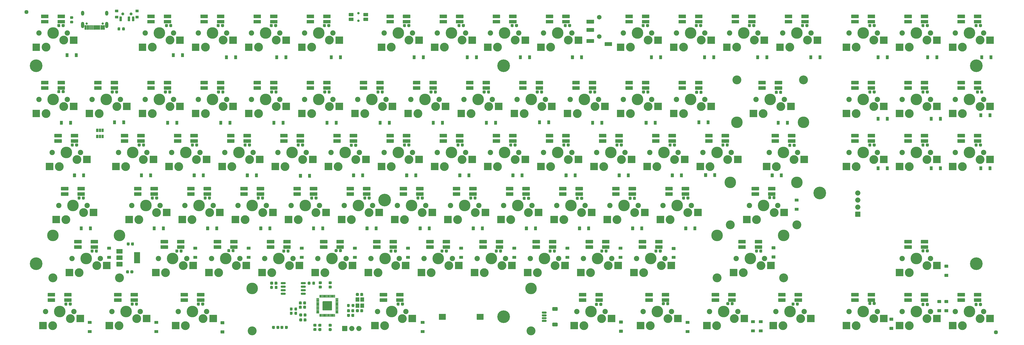
<source format=gbs>
%TF.GenerationSoftware,KiCad,Pcbnew,(5.1.10)-1*%
%TF.CreationDate,2021-11-22T22:04:18-06:00*%
%TF.ProjectId,PyKey87,50794b65-7938-4372-9e6b-696361645f70,rev?*%
%TF.SameCoordinates,Original*%
%TF.FileFunction,Soldermask,Bot*%
%TF.FilePolarity,Negative*%
%FSLAX46Y46*%
G04 Gerber Fmt 4.6, Leading zero omitted, Abs format (unit mm)*
G04 Created by KiCad (PCBNEW (5.1.10)-1) date 2021-11-22 22:04:18*
%MOMM*%
%LPD*%
G01*
G04 APERTURE LIST*
%ADD10C,3.152400*%
%ADD11C,1.902400*%
%ADD12C,4.152400*%
%ADD13C,0.902400*%
%ADD14C,4.552400*%
%ADD15C,1.448000*%
%ADD16O,1.852400X1.852400*%
%ADD17C,1.652400*%
%ADD18C,3.202400*%
%ADD19O,1.152400X2.252400*%
%ADD20C,0.802400*%
%ADD21O,1.152400X1.752400*%
%ADD22C,1.052400*%
G04 APERTURE END LIST*
G36*
G01*
X146013700Y-43457500D02*
X146013700Y-44557500D01*
G75*
G02*
X145937500Y-44633700I-76200J0D01*
G01*
X143437500Y-44633700D01*
G75*
G02*
X143361300Y-44557500I0J76200D01*
G01*
X143361300Y-43457500D01*
G75*
G02*
X143437500Y-43381300I76200J0D01*
G01*
X145937500Y-43381300D01*
G75*
G02*
X146013700Y-43457500I0J-76200D01*
G01*
G37*
G36*
G01*
X146013700Y-45357500D02*
X146013700Y-46457500D01*
G75*
G02*
X145937500Y-46533700I-76200J0D01*
G01*
X143437500Y-46533700D01*
G75*
G02*
X143361300Y-46457500I0J76200D01*
G01*
X143361300Y-45357500D01*
G75*
G02*
X143437500Y-45281300I76200J0D01*
G01*
X145937500Y-45281300D01*
G75*
G02*
X146013700Y-45357500I0J-76200D01*
G01*
G37*
G36*
G01*
X151913700Y-43457500D02*
X151913700Y-44557500D01*
G75*
G02*
X151837500Y-44633700I-76200J0D01*
G01*
X149337500Y-44633700D01*
G75*
G02*
X149261300Y-44557500I0J76200D01*
G01*
X149261300Y-43457500D01*
G75*
G02*
X149337500Y-43381300I76200J0D01*
G01*
X151837500Y-43381300D01*
G75*
G02*
X151913700Y-43457500I0J-76200D01*
G01*
G37*
G36*
G01*
X151913700Y-45357500D02*
X151913700Y-46457500D01*
G75*
G02*
X151837500Y-46533700I-76200J0D01*
G01*
X149337500Y-46533700D01*
G75*
G02*
X149261300Y-46457500I0J76200D01*
G01*
X149261300Y-45357500D01*
G75*
G02*
X149337500Y-45281300I76200J0D01*
G01*
X151837500Y-45281300D01*
G75*
G02*
X151913700Y-45357500I0J-76200D01*
G01*
G37*
G36*
G01*
X142973700Y-53837500D02*
X142973700Y-56337500D01*
G75*
G02*
X142897500Y-56413700I-76200J0D01*
G01*
X140347500Y-56413700D01*
G75*
G02*
X140271300Y-56337500I0J76200D01*
G01*
X140271300Y-53837500D01*
G75*
G02*
X140347500Y-53761300I76200J0D01*
G01*
X142897500Y-53761300D01*
G75*
G02*
X142973700Y-53837500I0J-76200D01*
G01*
G37*
G36*
G01*
X156398700Y-51297500D02*
X156398700Y-53797500D01*
G75*
G02*
X156322500Y-53873700I-76200J0D01*
G01*
X153772500Y-53873700D01*
G75*
G02*
X153696300Y-53797500I0J76200D01*
G01*
X153696300Y-51297500D01*
G75*
G02*
X153772500Y-51221300I76200J0D01*
G01*
X156322500Y-51221300D01*
G75*
G02*
X156398700Y-51297500I0J-76200D01*
G01*
G37*
D10*
X145097500Y-55087500D03*
X151447500Y-52547500D03*
D11*
X142557500Y-50007500D03*
X152717500Y-50007500D03*
D12*
X147637500Y-50007500D03*
G36*
G01*
X317463700Y-43457500D02*
X317463700Y-44557500D01*
G75*
G02*
X317387500Y-44633700I-76200J0D01*
G01*
X314887500Y-44633700D01*
G75*
G02*
X314811300Y-44557500I0J76200D01*
G01*
X314811300Y-43457500D01*
G75*
G02*
X314887500Y-43381300I76200J0D01*
G01*
X317387500Y-43381300D01*
G75*
G02*
X317463700Y-43457500I0J-76200D01*
G01*
G37*
G36*
G01*
X317463700Y-45357500D02*
X317463700Y-46457500D01*
G75*
G02*
X317387500Y-46533700I-76200J0D01*
G01*
X314887500Y-46533700D01*
G75*
G02*
X314811300Y-46457500I0J76200D01*
G01*
X314811300Y-45357500D01*
G75*
G02*
X314887500Y-45281300I76200J0D01*
G01*
X317387500Y-45281300D01*
G75*
G02*
X317463700Y-45357500I0J-76200D01*
G01*
G37*
G36*
G01*
X323363700Y-43457500D02*
X323363700Y-44557500D01*
G75*
G02*
X323287500Y-44633700I-76200J0D01*
G01*
X320787500Y-44633700D01*
G75*
G02*
X320711300Y-44557500I0J76200D01*
G01*
X320711300Y-43457500D01*
G75*
G02*
X320787500Y-43381300I76200J0D01*
G01*
X323287500Y-43381300D01*
G75*
G02*
X323363700Y-43457500I0J-76200D01*
G01*
G37*
G36*
G01*
X323363700Y-45357500D02*
X323363700Y-46457500D01*
G75*
G02*
X323287500Y-46533700I-76200J0D01*
G01*
X320787500Y-46533700D01*
G75*
G02*
X320711300Y-46457500I0J76200D01*
G01*
X320711300Y-45357500D01*
G75*
G02*
X320787500Y-45281300I76200J0D01*
G01*
X323287500Y-45281300D01*
G75*
G02*
X323363700Y-45357500I0J-76200D01*
G01*
G37*
G36*
G01*
X314423700Y-53837500D02*
X314423700Y-56337500D01*
G75*
G02*
X314347500Y-56413700I-76200J0D01*
G01*
X311797500Y-56413700D01*
G75*
G02*
X311721300Y-56337500I0J76200D01*
G01*
X311721300Y-53837500D01*
G75*
G02*
X311797500Y-53761300I76200J0D01*
G01*
X314347500Y-53761300D01*
G75*
G02*
X314423700Y-53837500I0J-76200D01*
G01*
G37*
G36*
G01*
X327848700Y-51297500D02*
X327848700Y-53797500D01*
G75*
G02*
X327772500Y-53873700I-76200J0D01*
G01*
X325222500Y-53873700D01*
G75*
G02*
X325146300Y-53797500I0J76200D01*
G01*
X325146300Y-51297500D01*
G75*
G02*
X325222500Y-51221300I76200J0D01*
G01*
X327772500Y-51221300D01*
G75*
G02*
X327848700Y-51297500I0J-76200D01*
G01*
G37*
D10*
X316547500Y-55087500D03*
X322897500Y-52547500D03*
D11*
X314007500Y-50007500D03*
X324167500Y-50007500D03*
D12*
X319087500Y-50007500D03*
G36*
G01*
X398426200Y-143470000D02*
X398426200Y-144570000D01*
G75*
G02*
X398350000Y-144646200I-76200J0D01*
G01*
X395850000Y-144646200D01*
G75*
G02*
X395773800Y-144570000I0J76200D01*
G01*
X395773800Y-143470000D01*
G75*
G02*
X395850000Y-143393800I76200J0D01*
G01*
X398350000Y-143393800D01*
G75*
G02*
X398426200Y-143470000I0J-76200D01*
G01*
G37*
G36*
G01*
X398426200Y-145370000D02*
X398426200Y-146470000D01*
G75*
G02*
X398350000Y-146546200I-76200J0D01*
G01*
X395850000Y-146546200D01*
G75*
G02*
X395773800Y-146470000I0J76200D01*
G01*
X395773800Y-145370000D01*
G75*
G02*
X395850000Y-145293800I76200J0D01*
G01*
X398350000Y-145293800D01*
G75*
G02*
X398426200Y-145370000I0J-76200D01*
G01*
G37*
G36*
G01*
X404326200Y-143470000D02*
X404326200Y-144570000D01*
G75*
G02*
X404250000Y-144646200I-76200J0D01*
G01*
X401750000Y-144646200D01*
G75*
G02*
X401673800Y-144570000I0J76200D01*
G01*
X401673800Y-143470000D01*
G75*
G02*
X401750000Y-143393800I76200J0D01*
G01*
X404250000Y-143393800D01*
G75*
G02*
X404326200Y-143470000I0J-76200D01*
G01*
G37*
G36*
G01*
X404326200Y-145370000D02*
X404326200Y-146470000D01*
G75*
G02*
X404250000Y-146546200I-76200J0D01*
G01*
X401750000Y-146546200D01*
G75*
G02*
X401673800Y-146470000I0J76200D01*
G01*
X401673800Y-145370000D01*
G75*
G02*
X401750000Y-145293800I76200J0D01*
G01*
X404250000Y-145293800D01*
G75*
G02*
X404326200Y-145370000I0J-76200D01*
G01*
G37*
G36*
G01*
X395386200Y-153850000D02*
X395386200Y-156350000D01*
G75*
G02*
X395310000Y-156426200I-76200J0D01*
G01*
X392760000Y-156426200D01*
G75*
G02*
X392683800Y-156350000I0J76200D01*
G01*
X392683800Y-153850000D01*
G75*
G02*
X392760000Y-153773800I76200J0D01*
G01*
X395310000Y-153773800D01*
G75*
G02*
X395386200Y-153850000I0J-76200D01*
G01*
G37*
G36*
G01*
X408811200Y-151310000D02*
X408811200Y-153810000D01*
G75*
G02*
X408735000Y-153886200I-76200J0D01*
G01*
X406185000Y-153886200D01*
G75*
G02*
X406108800Y-153810000I0J76200D01*
G01*
X406108800Y-151310000D01*
G75*
G02*
X406185000Y-151233800I76200J0D01*
G01*
X408735000Y-151233800D01*
G75*
G02*
X408811200Y-151310000I0J-76200D01*
G01*
G37*
D10*
X397510000Y-155100000D03*
X403860000Y-152560000D03*
D11*
X394970000Y-150020000D03*
X405130000Y-150020000D03*
D12*
X400050000Y-150020000D03*
G36*
G01*
X88863700Y-67270000D02*
X88863700Y-68370000D01*
G75*
G02*
X88787500Y-68446200I-76200J0D01*
G01*
X86287500Y-68446200D01*
G75*
G02*
X86211300Y-68370000I0J76200D01*
G01*
X86211300Y-67270000D01*
G75*
G02*
X86287500Y-67193800I76200J0D01*
G01*
X88787500Y-67193800D01*
G75*
G02*
X88863700Y-67270000I0J-76200D01*
G01*
G37*
G36*
G01*
X88863700Y-69170000D02*
X88863700Y-70270000D01*
G75*
G02*
X88787500Y-70346200I-76200J0D01*
G01*
X86287500Y-70346200D01*
G75*
G02*
X86211300Y-70270000I0J76200D01*
G01*
X86211300Y-69170000D01*
G75*
G02*
X86287500Y-69093800I76200J0D01*
G01*
X88787500Y-69093800D01*
G75*
G02*
X88863700Y-69170000I0J-76200D01*
G01*
G37*
G36*
G01*
X94763700Y-67270000D02*
X94763700Y-68370000D01*
G75*
G02*
X94687500Y-68446200I-76200J0D01*
G01*
X92187500Y-68446200D01*
G75*
G02*
X92111300Y-68370000I0J76200D01*
G01*
X92111300Y-67270000D01*
G75*
G02*
X92187500Y-67193800I76200J0D01*
G01*
X94687500Y-67193800D01*
G75*
G02*
X94763700Y-67270000I0J-76200D01*
G01*
G37*
G36*
G01*
X94763700Y-69170000D02*
X94763700Y-70270000D01*
G75*
G02*
X94687500Y-70346200I-76200J0D01*
G01*
X92187500Y-70346200D01*
G75*
G02*
X92111300Y-70270000I0J76200D01*
G01*
X92111300Y-69170000D01*
G75*
G02*
X92187500Y-69093800I76200J0D01*
G01*
X94687500Y-69093800D01*
G75*
G02*
X94763700Y-69170000I0J-76200D01*
G01*
G37*
G36*
G01*
X85823700Y-77650000D02*
X85823700Y-80150000D01*
G75*
G02*
X85747500Y-80226200I-76200J0D01*
G01*
X83197500Y-80226200D01*
G75*
G02*
X83121300Y-80150000I0J76200D01*
G01*
X83121300Y-77650000D01*
G75*
G02*
X83197500Y-77573800I76200J0D01*
G01*
X85747500Y-77573800D01*
G75*
G02*
X85823700Y-77650000I0J-76200D01*
G01*
G37*
G36*
G01*
X99248700Y-75110000D02*
X99248700Y-77610000D01*
G75*
G02*
X99172500Y-77686200I-76200J0D01*
G01*
X96622500Y-77686200D01*
G75*
G02*
X96546300Y-77610000I0J76200D01*
G01*
X96546300Y-75110000D01*
G75*
G02*
X96622500Y-75033800I76200J0D01*
G01*
X99172500Y-75033800D01*
G75*
G02*
X99248700Y-75110000I0J-76200D01*
G01*
G37*
D10*
X87947500Y-78900000D03*
X94297500Y-76360000D03*
D11*
X85407500Y-73820000D03*
X95567500Y-73820000D03*
D12*
X90487500Y-73820000D03*
D13*
X180975000Y-42830000D03*
X180975000Y-45580000D03*
G36*
G01*
X177498800Y-43855000D02*
X177498800Y-42855000D01*
G75*
G02*
X177575000Y-42778800I76200J0D01*
G01*
X179125000Y-42778800D01*
G75*
G02*
X179201200Y-42855000I0J-76200D01*
G01*
X179201200Y-43855000D01*
G75*
G02*
X179125000Y-43931200I-76200J0D01*
G01*
X177575000Y-43931200D01*
G75*
G02*
X177498800Y-43855000I0J76200D01*
G01*
G37*
G36*
G01*
X182748800Y-43855000D02*
X182748800Y-42855000D01*
G75*
G02*
X182825000Y-42778800I76200J0D01*
G01*
X184375000Y-42778800D01*
G75*
G02*
X184451200Y-42855000I0J-76200D01*
G01*
X184451200Y-43855000D01*
G75*
G02*
X184375000Y-43931200I-76200J0D01*
G01*
X182825000Y-43931200D01*
G75*
G02*
X182748800Y-43855000I0J76200D01*
G01*
G37*
G36*
G01*
X182748800Y-45555000D02*
X182748800Y-44555000D01*
G75*
G02*
X182825000Y-44478800I76200J0D01*
G01*
X184375000Y-44478800D01*
G75*
G02*
X184451200Y-44555000I0J-76200D01*
G01*
X184451200Y-45555000D01*
G75*
G02*
X184375000Y-45631200I-76200J0D01*
G01*
X182825000Y-45631200D01*
G75*
G02*
X182748800Y-45555000I0J76200D01*
G01*
G37*
G36*
G01*
X177498800Y-45555000D02*
X177498800Y-44555000D01*
G75*
G02*
X177575000Y-44478800I76200J0D01*
G01*
X179125000Y-44478800D01*
G75*
G02*
X179201200Y-44555000I0J-76200D01*
G01*
X179201200Y-45555000D01*
G75*
G02*
X179125000Y-45631200I-76200J0D01*
G01*
X177575000Y-45631200D01*
G75*
G02*
X177498800Y-45555000I0J76200D01*
G01*
G37*
G36*
G01*
X69813700Y-67270000D02*
X69813700Y-68370000D01*
G75*
G02*
X69737500Y-68446200I-76200J0D01*
G01*
X67237500Y-68446200D01*
G75*
G02*
X67161300Y-68370000I0J76200D01*
G01*
X67161300Y-67270000D01*
G75*
G02*
X67237500Y-67193800I76200J0D01*
G01*
X69737500Y-67193800D01*
G75*
G02*
X69813700Y-67270000I0J-76200D01*
G01*
G37*
G36*
G01*
X69813700Y-69170000D02*
X69813700Y-70270000D01*
G75*
G02*
X69737500Y-70346200I-76200J0D01*
G01*
X67237500Y-70346200D01*
G75*
G02*
X67161300Y-70270000I0J76200D01*
G01*
X67161300Y-69170000D01*
G75*
G02*
X67237500Y-69093800I76200J0D01*
G01*
X69737500Y-69093800D01*
G75*
G02*
X69813700Y-69170000I0J-76200D01*
G01*
G37*
G36*
G01*
X75713700Y-67270000D02*
X75713700Y-68370000D01*
G75*
G02*
X75637500Y-68446200I-76200J0D01*
G01*
X73137500Y-68446200D01*
G75*
G02*
X73061300Y-68370000I0J76200D01*
G01*
X73061300Y-67270000D01*
G75*
G02*
X73137500Y-67193800I76200J0D01*
G01*
X75637500Y-67193800D01*
G75*
G02*
X75713700Y-67270000I0J-76200D01*
G01*
G37*
G36*
G01*
X75713700Y-69170000D02*
X75713700Y-70270000D01*
G75*
G02*
X75637500Y-70346200I-76200J0D01*
G01*
X73137500Y-70346200D01*
G75*
G02*
X73061300Y-70270000I0J76200D01*
G01*
X73061300Y-69170000D01*
G75*
G02*
X73137500Y-69093800I76200J0D01*
G01*
X75637500Y-69093800D01*
G75*
G02*
X75713700Y-69170000I0J-76200D01*
G01*
G37*
G36*
G01*
X66773700Y-77650000D02*
X66773700Y-80150000D01*
G75*
G02*
X66697500Y-80226200I-76200J0D01*
G01*
X64147500Y-80226200D01*
G75*
G02*
X64071300Y-80150000I0J76200D01*
G01*
X64071300Y-77650000D01*
G75*
G02*
X64147500Y-77573800I76200J0D01*
G01*
X66697500Y-77573800D01*
G75*
G02*
X66773700Y-77650000I0J-76200D01*
G01*
G37*
G36*
G01*
X80198700Y-75110000D02*
X80198700Y-77610000D01*
G75*
G02*
X80122500Y-77686200I-76200J0D01*
G01*
X77572500Y-77686200D01*
G75*
G02*
X77496300Y-77610000I0J76200D01*
G01*
X77496300Y-75110000D01*
G75*
G02*
X77572500Y-75033800I76200J0D01*
G01*
X80122500Y-75033800D01*
G75*
G02*
X80198700Y-75110000I0J-76200D01*
G01*
G37*
D10*
X68897500Y-78900000D03*
X75247500Y-76360000D03*
D11*
X66357500Y-73820000D03*
X76517500Y-73820000D03*
D12*
X71437500Y-73820000D03*
D14*
X402495000Y-132875000D03*
D15*
X409575000Y-157505000D03*
X61895000Y-42405000D03*
D14*
X233045000Y-151925000D03*
X65405000Y-132875000D03*
X346375000Y-107475000D03*
X190365000Y-110015000D03*
X402495000Y-61755000D03*
X233045000Y-61755000D03*
X65405000Y-61755000D03*
D16*
X360045000Y-107475000D03*
X360045000Y-110015000D03*
X360045000Y-112555000D03*
G36*
G01*
X360971200Y-114245000D02*
X360971200Y-115945000D01*
G75*
G02*
X360895000Y-116021200I-76200J0D01*
G01*
X359195000Y-116021200D01*
G75*
G02*
X359118800Y-115945000I0J76200D01*
G01*
X359118800Y-114245000D01*
G75*
G02*
X359195000Y-114168800I76200J0D01*
G01*
X360895000Y-114168800D01*
G75*
G02*
X360971200Y-114245000I0J-76200D01*
G01*
G37*
D17*
X267335000Y-51280000D03*
X267335000Y-44280000D03*
G36*
G01*
X262835000Y-45203800D02*
X265335000Y-45203800D01*
G75*
G02*
X265411200Y-45280000I0J-76200D01*
G01*
X265411200Y-46480000D01*
G75*
G02*
X265335000Y-46556200I-76200J0D01*
G01*
X262835000Y-46556200D01*
G75*
G02*
X262758800Y-46480000I0J76200D01*
G01*
X262758800Y-45280000D01*
G75*
G02*
X262835000Y-45203800I76200J0D01*
G01*
G37*
G36*
G01*
X262835000Y-48203800D02*
X265335000Y-48203800D01*
G75*
G02*
X265411200Y-48280000I0J-76200D01*
G01*
X265411200Y-49480000D01*
G75*
G02*
X265335000Y-49556200I-76200J0D01*
G01*
X262835000Y-49556200D01*
G75*
G02*
X262758800Y-49480000I0J76200D01*
G01*
X262758800Y-48280000D01*
G75*
G02*
X262835000Y-48203800I76200J0D01*
G01*
G37*
G36*
G01*
X262835000Y-52203800D02*
X265335000Y-52203800D01*
G75*
G02*
X265411200Y-52280000I0J-76200D01*
G01*
X265411200Y-53480000D01*
G75*
G02*
X265335000Y-53556200I-76200J0D01*
G01*
X262835000Y-53556200D01*
G75*
G02*
X262758800Y-53480000I0J76200D01*
G01*
X262758800Y-52280000D01*
G75*
G02*
X262835000Y-52203800I76200J0D01*
G01*
G37*
G36*
G01*
X269335000Y-53303800D02*
X271835000Y-53303800D01*
G75*
G02*
X271911200Y-53380000I0J-76200D01*
G01*
X271911200Y-54580000D01*
G75*
G02*
X271835000Y-54656200I-76200J0D01*
G01*
X269335000Y-54656200D01*
G75*
G02*
X269258800Y-54580000I0J76200D01*
G01*
X269258800Y-53380000D01*
G75*
G02*
X269335000Y-53303800I76200J0D01*
G01*
G37*
G36*
G01*
X250735548Y-154048800D02*
X252124452Y-154048800D01*
G75*
G02*
X252406200Y-154330548I0J-281748D01*
G01*
X252406200Y-155119452D01*
G75*
G02*
X252124452Y-155401200I-281748J0D01*
G01*
X250735548Y-155401200D01*
G75*
G02*
X250453800Y-155119452I0J281748D01*
G01*
X250453800Y-154330548D01*
G75*
G02*
X250735548Y-154048800I281748J0D01*
G01*
G37*
G36*
G01*
X250735548Y-148448800D02*
X252124452Y-148448800D01*
G75*
G02*
X252406200Y-148730548I0J-281748D01*
G01*
X252406200Y-149519452D01*
G75*
G02*
X252124452Y-149801200I-281748J0D01*
G01*
X250735548Y-149801200D01*
G75*
G02*
X250453800Y-149519452I0J281748D01*
G01*
X250453800Y-148730548D01*
G75*
G02*
X250735548Y-148448800I281748J0D01*
G01*
G37*
G36*
G01*
X246891900Y-153048800D02*
X248218100Y-153048800D01*
G75*
G02*
X248406200Y-153236900I0J-188100D01*
G01*
X248406200Y-153613100D01*
G75*
G02*
X248218100Y-153801200I-188100J0D01*
G01*
X246891900Y-153801200D01*
G75*
G02*
X246703800Y-153613100I0J188100D01*
G01*
X246703800Y-153236900D01*
G75*
G02*
X246891900Y-153048800I188100J0D01*
G01*
G37*
G36*
G01*
X246891900Y-152048800D02*
X248218100Y-152048800D01*
G75*
G02*
X248406200Y-152236900I0J-188100D01*
G01*
X248406200Y-152613100D01*
G75*
G02*
X248218100Y-152801200I-188100J0D01*
G01*
X246891900Y-152801200D01*
G75*
G02*
X246703800Y-152613100I0J188100D01*
G01*
X246703800Y-152236900D01*
G75*
G02*
X246891900Y-152048800I188100J0D01*
G01*
G37*
G36*
G01*
X246891900Y-151048800D02*
X248218100Y-151048800D01*
G75*
G02*
X248406200Y-151236900I0J-188100D01*
G01*
X248406200Y-151613100D01*
G75*
G02*
X248218100Y-151801200I-188100J0D01*
G01*
X246891900Y-151801200D01*
G75*
G02*
X246703800Y-151613100I0J188100D01*
G01*
X246703800Y-151236900D01*
G75*
G02*
X246891900Y-151048800I188100J0D01*
G01*
G37*
G36*
G01*
X246891900Y-150048800D02*
X248218100Y-150048800D01*
G75*
G02*
X248406200Y-150236900I0J-188100D01*
G01*
X248406200Y-150613100D01*
G75*
G02*
X248218100Y-150801200I-188100J0D01*
G01*
X246891900Y-150801200D01*
G75*
G02*
X246703800Y-150613100I0J188100D01*
G01*
X246703800Y-150236900D01*
G75*
G02*
X246891900Y-150048800I188100J0D01*
G01*
G37*
G36*
G01*
X336513700Y-43457500D02*
X336513700Y-44557500D01*
G75*
G02*
X336437500Y-44633700I-76200J0D01*
G01*
X333937500Y-44633700D01*
G75*
G02*
X333861300Y-44557500I0J76200D01*
G01*
X333861300Y-43457500D01*
G75*
G02*
X333937500Y-43381300I76200J0D01*
G01*
X336437500Y-43381300D01*
G75*
G02*
X336513700Y-43457500I0J-76200D01*
G01*
G37*
G36*
G01*
X336513700Y-45357500D02*
X336513700Y-46457500D01*
G75*
G02*
X336437500Y-46533700I-76200J0D01*
G01*
X333937500Y-46533700D01*
G75*
G02*
X333861300Y-46457500I0J76200D01*
G01*
X333861300Y-45357500D01*
G75*
G02*
X333937500Y-45281300I76200J0D01*
G01*
X336437500Y-45281300D01*
G75*
G02*
X336513700Y-45357500I0J-76200D01*
G01*
G37*
G36*
G01*
X342413700Y-43457500D02*
X342413700Y-44557500D01*
G75*
G02*
X342337500Y-44633700I-76200J0D01*
G01*
X339837500Y-44633700D01*
G75*
G02*
X339761300Y-44557500I0J76200D01*
G01*
X339761300Y-43457500D01*
G75*
G02*
X339837500Y-43381300I76200J0D01*
G01*
X342337500Y-43381300D01*
G75*
G02*
X342413700Y-43457500I0J-76200D01*
G01*
G37*
G36*
G01*
X342413700Y-45357500D02*
X342413700Y-46457500D01*
G75*
G02*
X342337500Y-46533700I-76200J0D01*
G01*
X339837500Y-46533700D01*
G75*
G02*
X339761300Y-46457500I0J76200D01*
G01*
X339761300Y-45357500D01*
G75*
G02*
X339837500Y-45281300I76200J0D01*
G01*
X342337500Y-45281300D01*
G75*
G02*
X342413700Y-45357500I0J-76200D01*
G01*
G37*
G36*
G01*
X333473700Y-53837500D02*
X333473700Y-56337500D01*
G75*
G02*
X333397500Y-56413700I-76200J0D01*
G01*
X330847500Y-56413700D01*
G75*
G02*
X330771300Y-56337500I0J76200D01*
G01*
X330771300Y-53837500D01*
G75*
G02*
X330847500Y-53761300I76200J0D01*
G01*
X333397500Y-53761300D01*
G75*
G02*
X333473700Y-53837500I0J-76200D01*
G01*
G37*
G36*
G01*
X346898700Y-51297500D02*
X346898700Y-53797500D01*
G75*
G02*
X346822500Y-53873700I-76200J0D01*
G01*
X344272500Y-53873700D01*
G75*
G02*
X344196300Y-53797500I0J76200D01*
G01*
X344196300Y-51297500D01*
G75*
G02*
X344272500Y-51221300I76200J0D01*
G01*
X346822500Y-51221300D01*
G75*
G02*
X346898700Y-51297500I0J-76200D01*
G01*
G37*
D10*
X335597500Y-55087500D03*
X341947500Y-52547500D03*
D11*
X333057500Y-50007500D03*
X343217500Y-50007500D03*
D12*
X338137500Y-50007500D03*
G36*
G01*
X398426200Y-43457500D02*
X398426200Y-44557500D01*
G75*
G02*
X398350000Y-44633700I-76200J0D01*
G01*
X395850000Y-44633700D01*
G75*
G02*
X395773800Y-44557500I0J76200D01*
G01*
X395773800Y-43457500D01*
G75*
G02*
X395850000Y-43381300I76200J0D01*
G01*
X398350000Y-43381300D01*
G75*
G02*
X398426200Y-43457500I0J-76200D01*
G01*
G37*
G36*
G01*
X398426200Y-45357500D02*
X398426200Y-46457500D01*
G75*
G02*
X398350000Y-46533700I-76200J0D01*
G01*
X395850000Y-46533700D01*
G75*
G02*
X395773800Y-46457500I0J76200D01*
G01*
X395773800Y-45357500D01*
G75*
G02*
X395850000Y-45281300I76200J0D01*
G01*
X398350000Y-45281300D01*
G75*
G02*
X398426200Y-45357500I0J-76200D01*
G01*
G37*
G36*
G01*
X404326200Y-43457500D02*
X404326200Y-44557500D01*
G75*
G02*
X404250000Y-44633700I-76200J0D01*
G01*
X401750000Y-44633700D01*
G75*
G02*
X401673800Y-44557500I0J76200D01*
G01*
X401673800Y-43457500D01*
G75*
G02*
X401750000Y-43381300I76200J0D01*
G01*
X404250000Y-43381300D01*
G75*
G02*
X404326200Y-43457500I0J-76200D01*
G01*
G37*
G36*
G01*
X404326200Y-45357500D02*
X404326200Y-46457500D01*
G75*
G02*
X404250000Y-46533700I-76200J0D01*
G01*
X401750000Y-46533700D01*
G75*
G02*
X401673800Y-46457500I0J76200D01*
G01*
X401673800Y-45357500D01*
G75*
G02*
X401750000Y-45281300I76200J0D01*
G01*
X404250000Y-45281300D01*
G75*
G02*
X404326200Y-45357500I0J-76200D01*
G01*
G37*
G36*
G01*
X395386200Y-53837500D02*
X395386200Y-56337500D01*
G75*
G02*
X395310000Y-56413700I-76200J0D01*
G01*
X392760000Y-56413700D01*
G75*
G02*
X392683800Y-56337500I0J76200D01*
G01*
X392683800Y-53837500D01*
G75*
G02*
X392760000Y-53761300I76200J0D01*
G01*
X395310000Y-53761300D01*
G75*
G02*
X395386200Y-53837500I0J-76200D01*
G01*
G37*
G36*
G01*
X408811200Y-51297500D02*
X408811200Y-53797500D01*
G75*
G02*
X408735000Y-53873700I-76200J0D01*
G01*
X406185000Y-53873700D01*
G75*
G02*
X406108800Y-53797500I0J76200D01*
G01*
X406108800Y-51297500D01*
G75*
G02*
X406185000Y-51221300I76200J0D01*
G01*
X408735000Y-51221300D01*
G75*
G02*
X408811200Y-51297500I0J-76200D01*
G01*
G37*
D10*
X397510000Y-55087500D03*
X403860000Y-52547500D03*
D11*
X394970000Y-50007500D03*
X405130000Y-50007500D03*
D12*
X400050000Y-50007500D03*
G36*
G01*
X398426200Y-67270000D02*
X398426200Y-68370000D01*
G75*
G02*
X398350000Y-68446200I-76200J0D01*
G01*
X395850000Y-68446200D01*
G75*
G02*
X395773800Y-68370000I0J76200D01*
G01*
X395773800Y-67270000D01*
G75*
G02*
X395850000Y-67193800I76200J0D01*
G01*
X398350000Y-67193800D01*
G75*
G02*
X398426200Y-67270000I0J-76200D01*
G01*
G37*
G36*
G01*
X398426200Y-69170000D02*
X398426200Y-70270000D01*
G75*
G02*
X398350000Y-70346200I-76200J0D01*
G01*
X395850000Y-70346200D01*
G75*
G02*
X395773800Y-70270000I0J76200D01*
G01*
X395773800Y-69170000D01*
G75*
G02*
X395850000Y-69093800I76200J0D01*
G01*
X398350000Y-69093800D01*
G75*
G02*
X398426200Y-69170000I0J-76200D01*
G01*
G37*
G36*
G01*
X404326200Y-67270000D02*
X404326200Y-68370000D01*
G75*
G02*
X404250000Y-68446200I-76200J0D01*
G01*
X401750000Y-68446200D01*
G75*
G02*
X401673800Y-68370000I0J76200D01*
G01*
X401673800Y-67270000D01*
G75*
G02*
X401750000Y-67193800I76200J0D01*
G01*
X404250000Y-67193800D01*
G75*
G02*
X404326200Y-67270000I0J-76200D01*
G01*
G37*
G36*
G01*
X404326200Y-69170000D02*
X404326200Y-70270000D01*
G75*
G02*
X404250000Y-70346200I-76200J0D01*
G01*
X401750000Y-70346200D01*
G75*
G02*
X401673800Y-70270000I0J76200D01*
G01*
X401673800Y-69170000D01*
G75*
G02*
X401750000Y-69093800I76200J0D01*
G01*
X404250000Y-69093800D01*
G75*
G02*
X404326200Y-69170000I0J-76200D01*
G01*
G37*
G36*
G01*
X395386200Y-77650000D02*
X395386200Y-80150000D01*
G75*
G02*
X395310000Y-80226200I-76200J0D01*
G01*
X392760000Y-80226200D01*
G75*
G02*
X392683800Y-80150000I0J76200D01*
G01*
X392683800Y-77650000D01*
G75*
G02*
X392760000Y-77573800I76200J0D01*
G01*
X395310000Y-77573800D01*
G75*
G02*
X395386200Y-77650000I0J-76200D01*
G01*
G37*
G36*
G01*
X408811200Y-75110000D02*
X408811200Y-77610000D01*
G75*
G02*
X408735000Y-77686200I-76200J0D01*
G01*
X406185000Y-77686200D01*
G75*
G02*
X406108800Y-77610000I0J76200D01*
G01*
X406108800Y-75110000D01*
G75*
G02*
X406185000Y-75033800I76200J0D01*
G01*
X408735000Y-75033800D01*
G75*
G02*
X408811200Y-75110000I0J-76200D01*
G01*
G37*
D10*
X397510000Y-78900000D03*
X403860000Y-76360000D03*
D11*
X394970000Y-73820000D03*
X405130000Y-73820000D03*
D12*
X400050000Y-73820000D03*
G36*
G01*
X398426200Y-86320000D02*
X398426200Y-87420000D01*
G75*
G02*
X398350000Y-87496200I-76200J0D01*
G01*
X395850000Y-87496200D01*
G75*
G02*
X395773800Y-87420000I0J76200D01*
G01*
X395773800Y-86320000D01*
G75*
G02*
X395850000Y-86243800I76200J0D01*
G01*
X398350000Y-86243800D01*
G75*
G02*
X398426200Y-86320000I0J-76200D01*
G01*
G37*
G36*
G01*
X398426200Y-88220000D02*
X398426200Y-89320000D01*
G75*
G02*
X398350000Y-89396200I-76200J0D01*
G01*
X395850000Y-89396200D01*
G75*
G02*
X395773800Y-89320000I0J76200D01*
G01*
X395773800Y-88220000D01*
G75*
G02*
X395850000Y-88143800I76200J0D01*
G01*
X398350000Y-88143800D01*
G75*
G02*
X398426200Y-88220000I0J-76200D01*
G01*
G37*
G36*
G01*
X404326200Y-86320000D02*
X404326200Y-87420000D01*
G75*
G02*
X404250000Y-87496200I-76200J0D01*
G01*
X401750000Y-87496200D01*
G75*
G02*
X401673800Y-87420000I0J76200D01*
G01*
X401673800Y-86320000D01*
G75*
G02*
X401750000Y-86243800I76200J0D01*
G01*
X404250000Y-86243800D01*
G75*
G02*
X404326200Y-86320000I0J-76200D01*
G01*
G37*
G36*
G01*
X404326200Y-88220000D02*
X404326200Y-89320000D01*
G75*
G02*
X404250000Y-89396200I-76200J0D01*
G01*
X401750000Y-89396200D01*
G75*
G02*
X401673800Y-89320000I0J76200D01*
G01*
X401673800Y-88220000D01*
G75*
G02*
X401750000Y-88143800I76200J0D01*
G01*
X404250000Y-88143800D01*
G75*
G02*
X404326200Y-88220000I0J-76200D01*
G01*
G37*
G36*
G01*
X395386200Y-96700000D02*
X395386200Y-99200000D01*
G75*
G02*
X395310000Y-99276200I-76200J0D01*
G01*
X392760000Y-99276200D01*
G75*
G02*
X392683800Y-99200000I0J76200D01*
G01*
X392683800Y-96700000D01*
G75*
G02*
X392760000Y-96623800I76200J0D01*
G01*
X395310000Y-96623800D01*
G75*
G02*
X395386200Y-96700000I0J-76200D01*
G01*
G37*
G36*
G01*
X408811200Y-94160000D02*
X408811200Y-96660000D01*
G75*
G02*
X408735000Y-96736200I-76200J0D01*
G01*
X406185000Y-96736200D01*
G75*
G02*
X406108800Y-96660000I0J76200D01*
G01*
X406108800Y-94160000D01*
G75*
G02*
X406185000Y-94083800I76200J0D01*
G01*
X408735000Y-94083800D01*
G75*
G02*
X408811200Y-94160000I0J-76200D01*
G01*
G37*
D10*
X397510000Y-97950000D03*
X403860000Y-95410000D03*
D11*
X394970000Y-92870000D03*
X405130000Y-92870000D03*
D12*
X400050000Y-92870000D03*
G36*
G01*
X379376200Y-124420000D02*
X379376200Y-125520000D01*
G75*
G02*
X379300000Y-125596200I-76200J0D01*
G01*
X376800000Y-125596200D01*
G75*
G02*
X376723800Y-125520000I0J76200D01*
G01*
X376723800Y-124420000D01*
G75*
G02*
X376800000Y-124343800I76200J0D01*
G01*
X379300000Y-124343800D01*
G75*
G02*
X379376200Y-124420000I0J-76200D01*
G01*
G37*
G36*
G01*
X379376200Y-126320000D02*
X379376200Y-127420000D01*
G75*
G02*
X379300000Y-127496200I-76200J0D01*
G01*
X376800000Y-127496200D01*
G75*
G02*
X376723800Y-127420000I0J76200D01*
G01*
X376723800Y-126320000D01*
G75*
G02*
X376800000Y-126243800I76200J0D01*
G01*
X379300000Y-126243800D01*
G75*
G02*
X379376200Y-126320000I0J-76200D01*
G01*
G37*
G36*
G01*
X385276200Y-124420000D02*
X385276200Y-125520000D01*
G75*
G02*
X385200000Y-125596200I-76200J0D01*
G01*
X382700000Y-125596200D01*
G75*
G02*
X382623800Y-125520000I0J76200D01*
G01*
X382623800Y-124420000D01*
G75*
G02*
X382700000Y-124343800I76200J0D01*
G01*
X385200000Y-124343800D01*
G75*
G02*
X385276200Y-124420000I0J-76200D01*
G01*
G37*
G36*
G01*
X385276200Y-126320000D02*
X385276200Y-127420000D01*
G75*
G02*
X385200000Y-127496200I-76200J0D01*
G01*
X382700000Y-127496200D01*
G75*
G02*
X382623800Y-127420000I0J76200D01*
G01*
X382623800Y-126320000D01*
G75*
G02*
X382700000Y-126243800I76200J0D01*
G01*
X385200000Y-126243800D01*
G75*
G02*
X385276200Y-126320000I0J-76200D01*
G01*
G37*
G36*
G01*
X376336200Y-134800000D02*
X376336200Y-137300000D01*
G75*
G02*
X376260000Y-137376200I-76200J0D01*
G01*
X373710000Y-137376200D01*
G75*
G02*
X373633800Y-137300000I0J76200D01*
G01*
X373633800Y-134800000D01*
G75*
G02*
X373710000Y-134723800I76200J0D01*
G01*
X376260000Y-134723800D01*
G75*
G02*
X376336200Y-134800000I0J-76200D01*
G01*
G37*
G36*
G01*
X389761200Y-132260000D02*
X389761200Y-134760000D01*
G75*
G02*
X389685000Y-134836200I-76200J0D01*
G01*
X387135000Y-134836200D01*
G75*
G02*
X387058800Y-134760000I0J76200D01*
G01*
X387058800Y-132260000D01*
G75*
G02*
X387135000Y-132183800I76200J0D01*
G01*
X389685000Y-132183800D01*
G75*
G02*
X389761200Y-132260000I0J-76200D01*
G01*
G37*
D10*
X378460000Y-136050000D03*
X384810000Y-133510000D03*
D11*
X375920000Y-130970000D03*
X386080000Y-130970000D03*
D12*
X381000000Y-130970000D03*
G36*
G01*
X154031200Y-155440650D02*
X154031200Y-156029350D01*
G75*
G02*
X153774350Y-156286200I-256850J0D01*
G01*
X153260650Y-156286200D01*
G75*
G02*
X153003800Y-156029350I0J256850D01*
G01*
X153003800Y-155440650D01*
G75*
G02*
X153260650Y-155183800I256850J0D01*
G01*
X153774350Y-155183800D01*
G75*
G02*
X154031200Y-155440650I0J-256850D01*
G01*
G37*
G36*
G01*
X155606200Y-155440650D02*
X155606200Y-156029350D01*
G75*
G02*
X155349350Y-156286200I-256850J0D01*
G01*
X154835650Y-156286200D01*
G75*
G02*
X154578800Y-156029350I0J256850D01*
G01*
X154578800Y-155440650D01*
G75*
G02*
X154835650Y-155183800I256850J0D01*
G01*
X155349350Y-155183800D01*
G75*
G02*
X155606200Y-155440650I0J-256850D01*
G01*
G37*
G36*
G01*
X151556300Y-156029350D02*
X151556300Y-155440650D01*
G75*
G02*
X151813150Y-155183800I256850J0D01*
G01*
X152326850Y-155183800D01*
G75*
G02*
X152583700Y-155440650I0J-256850D01*
G01*
X152583700Y-156029350D01*
G75*
G02*
X152326850Y-156286200I-256850J0D01*
G01*
X151813150Y-156286200D01*
G75*
G02*
X151556300Y-156029350I0J256850D01*
G01*
G37*
G36*
G01*
X149981300Y-156029350D02*
X149981300Y-155440650D01*
G75*
G02*
X150238150Y-155183800I256850J0D01*
G01*
X150751850Y-155183800D01*
G75*
G02*
X151008700Y-155440650I0J-256850D01*
G01*
X151008700Y-156029350D01*
G75*
G02*
X150751850Y-156286200I-256850J0D01*
G01*
X150238150Y-156286200D01*
G75*
G02*
X149981300Y-156029350I0J256850D01*
G01*
G37*
G36*
G01*
X209783401Y-152903300D02*
X209783401Y-150946700D01*
G75*
G02*
X209859601Y-150870500I76200J0D01*
G01*
X212166199Y-150870500D01*
G75*
G02*
X212242399Y-150946700I0J-76200D01*
G01*
X212242399Y-152903300D01*
G75*
G02*
X212166199Y-152979500I-76200J0D01*
G01*
X209859601Y-152979500D01*
G75*
G02*
X209783401Y-152903300I0J76200D01*
G01*
G37*
G36*
G01*
X223367601Y-152903300D02*
X223367601Y-150946700D01*
G75*
G02*
X223443801Y-150870500I76200J0D01*
G01*
X225750399Y-150870500D01*
G75*
G02*
X225826599Y-150946700I0J-76200D01*
G01*
X225826599Y-152903300D01*
G75*
G02*
X225750399Y-152979500I-76200J0D01*
G01*
X223443801Y-152979500D01*
G75*
G02*
X223367601Y-152903300I0J76200D01*
G01*
G37*
G36*
G01*
X81688200Y-124420000D02*
X81688200Y-125520000D01*
G75*
G02*
X81612000Y-125596200I-76200J0D01*
G01*
X79112000Y-125596200D01*
G75*
G02*
X79035800Y-125520000I0J76200D01*
G01*
X79035800Y-124420000D01*
G75*
G02*
X79112000Y-124343800I76200J0D01*
G01*
X81612000Y-124343800D01*
G75*
G02*
X81688200Y-124420000I0J-76200D01*
G01*
G37*
G36*
G01*
X81688200Y-126320000D02*
X81688200Y-127420000D01*
G75*
G02*
X81612000Y-127496200I-76200J0D01*
G01*
X79112000Y-127496200D01*
G75*
G02*
X79035800Y-127420000I0J76200D01*
G01*
X79035800Y-126320000D01*
G75*
G02*
X79112000Y-126243800I76200J0D01*
G01*
X81612000Y-126243800D01*
G75*
G02*
X81688200Y-126320000I0J-76200D01*
G01*
G37*
G36*
G01*
X87588200Y-124420000D02*
X87588200Y-125520000D01*
G75*
G02*
X87512000Y-125596200I-76200J0D01*
G01*
X85012000Y-125596200D01*
G75*
G02*
X84935800Y-125520000I0J76200D01*
G01*
X84935800Y-124420000D01*
G75*
G02*
X85012000Y-124343800I76200J0D01*
G01*
X87512000Y-124343800D01*
G75*
G02*
X87588200Y-124420000I0J-76200D01*
G01*
G37*
G36*
G01*
X87588200Y-126320000D02*
X87588200Y-127420000D01*
G75*
G02*
X87512000Y-127496200I-76200J0D01*
G01*
X85012000Y-127496200D01*
G75*
G02*
X84935800Y-127420000I0J76200D01*
G01*
X84935800Y-126320000D01*
G75*
G02*
X85012000Y-126243800I76200J0D01*
G01*
X87512000Y-126243800D01*
G75*
G02*
X87588200Y-126320000I0J-76200D01*
G01*
G37*
D18*
X71374000Y-137970000D03*
D12*
X71374000Y-122730000D03*
X95250000Y-122730000D03*
D18*
X95250000Y-137970000D03*
G36*
G01*
X78648200Y-134800000D02*
X78648200Y-137300000D01*
G75*
G02*
X78572000Y-137376200I-76200J0D01*
G01*
X76022000Y-137376200D01*
G75*
G02*
X75945800Y-137300000I0J76200D01*
G01*
X75945800Y-134800000D01*
G75*
G02*
X76022000Y-134723800I76200J0D01*
G01*
X78572000Y-134723800D01*
G75*
G02*
X78648200Y-134800000I0J-76200D01*
G01*
G37*
G36*
G01*
X92073200Y-132260000D02*
X92073200Y-134760000D01*
G75*
G02*
X91997000Y-134836200I-76200J0D01*
G01*
X89447000Y-134836200D01*
G75*
G02*
X89370800Y-134760000I0J76200D01*
G01*
X89370800Y-132260000D01*
G75*
G02*
X89447000Y-132183800I76200J0D01*
G01*
X91997000Y-132183800D01*
G75*
G02*
X92073200Y-132260000I0J-76200D01*
G01*
G37*
D10*
X80772000Y-136050000D03*
X87122000Y-133510000D03*
D11*
X78232000Y-130970000D03*
X88392000Y-130970000D03*
D12*
X83312000Y-130970000D03*
G36*
G01*
X107914200Y-67270000D02*
X107914200Y-68370000D01*
G75*
G02*
X107838000Y-68446200I-76200J0D01*
G01*
X105338000Y-68446200D01*
G75*
G02*
X105261800Y-68370000I0J76200D01*
G01*
X105261800Y-67270000D01*
G75*
G02*
X105338000Y-67193800I76200J0D01*
G01*
X107838000Y-67193800D01*
G75*
G02*
X107914200Y-67270000I0J-76200D01*
G01*
G37*
G36*
G01*
X107914200Y-69170000D02*
X107914200Y-70270000D01*
G75*
G02*
X107838000Y-70346200I-76200J0D01*
G01*
X105338000Y-70346200D01*
G75*
G02*
X105261800Y-70270000I0J76200D01*
G01*
X105261800Y-69170000D01*
G75*
G02*
X105338000Y-69093800I76200J0D01*
G01*
X107838000Y-69093800D01*
G75*
G02*
X107914200Y-69170000I0J-76200D01*
G01*
G37*
G36*
G01*
X113814200Y-67270000D02*
X113814200Y-68370000D01*
G75*
G02*
X113738000Y-68446200I-76200J0D01*
G01*
X111238000Y-68446200D01*
G75*
G02*
X111161800Y-68370000I0J76200D01*
G01*
X111161800Y-67270000D01*
G75*
G02*
X111238000Y-67193800I76200J0D01*
G01*
X113738000Y-67193800D01*
G75*
G02*
X113814200Y-67270000I0J-76200D01*
G01*
G37*
G36*
G01*
X113814200Y-69170000D02*
X113814200Y-70270000D01*
G75*
G02*
X113738000Y-70346200I-76200J0D01*
G01*
X111238000Y-70346200D01*
G75*
G02*
X111161800Y-70270000I0J76200D01*
G01*
X111161800Y-69170000D01*
G75*
G02*
X111238000Y-69093800I76200J0D01*
G01*
X113738000Y-69093800D01*
G75*
G02*
X113814200Y-69170000I0J-76200D01*
G01*
G37*
G36*
G01*
X104874200Y-77650000D02*
X104874200Y-80150000D01*
G75*
G02*
X104798000Y-80226200I-76200J0D01*
G01*
X102248000Y-80226200D01*
G75*
G02*
X102171800Y-80150000I0J76200D01*
G01*
X102171800Y-77650000D01*
G75*
G02*
X102248000Y-77573800I76200J0D01*
G01*
X104798000Y-77573800D01*
G75*
G02*
X104874200Y-77650000I0J-76200D01*
G01*
G37*
G36*
G01*
X118299200Y-75110000D02*
X118299200Y-77610000D01*
G75*
G02*
X118223000Y-77686200I-76200J0D01*
G01*
X115673000Y-77686200D01*
G75*
G02*
X115596800Y-77610000I0J76200D01*
G01*
X115596800Y-75110000D01*
G75*
G02*
X115673000Y-75033800I76200J0D01*
G01*
X118223000Y-75033800D01*
G75*
G02*
X118299200Y-75110000I0J-76200D01*
G01*
G37*
D10*
X106998000Y-78900000D03*
X113348000Y-76360000D03*
D11*
X104458000Y-73820000D03*
X114618000Y-73820000D03*
D12*
X109538000Y-73820000D03*
G36*
G01*
X126964200Y-67270000D02*
X126964200Y-68370000D01*
G75*
G02*
X126888000Y-68446200I-76200J0D01*
G01*
X124388000Y-68446200D01*
G75*
G02*
X124311800Y-68370000I0J76200D01*
G01*
X124311800Y-67270000D01*
G75*
G02*
X124388000Y-67193800I76200J0D01*
G01*
X126888000Y-67193800D01*
G75*
G02*
X126964200Y-67270000I0J-76200D01*
G01*
G37*
G36*
G01*
X126964200Y-69170000D02*
X126964200Y-70270000D01*
G75*
G02*
X126888000Y-70346200I-76200J0D01*
G01*
X124388000Y-70346200D01*
G75*
G02*
X124311800Y-70270000I0J76200D01*
G01*
X124311800Y-69170000D01*
G75*
G02*
X124388000Y-69093800I76200J0D01*
G01*
X126888000Y-69093800D01*
G75*
G02*
X126964200Y-69170000I0J-76200D01*
G01*
G37*
G36*
G01*
X132864200Y-67270000D02*
X132864200Y-68370000D01*
G75*
G02*
X132788000Y-68446200I-76200J0D01*
G01*
X130288000Y-68446200D01*
G75*
G02*
X130211800Y-68370000I0J76200D01*
G01*
X130211800Y-67270000D01*
G75*
G02*
X130288000Y-67193800I76200J0D01*
G01*
X132788000Y-67193800D01*
G75*
G02*
X132864200Y-67270000I0J-76200D01*
G01*
G37*
G36*
G01*
X132864200Y-69170000D02*
X132864200Y-70270000D01*
G75*
G02*
X132788000Y-70346200I-76200J0D01*
G01*
X130288000Y-70346200D01*
G75*
G02*
X130211800Y-70270000I0J76200D01*
G01*
X130211800Y-69170000D01*
G75*
G02*
X130288000Y-69093800I76200J0D01*
G01*
X132788000Y-69093800D01*
G75*
G02*
X132864200Y-69170000I0J-76200D01*
G01*
G37*
G36*
G01*
X123924200Y-77650000D02*
X123924200Y-80150000D01*
G75*
G02*
X123848000Y-80226200I-76200J0D01*
G01*
X121298000Y-80226200D01*
G75*
G02*
X121221800Y-80150000I0J76200D01*
G01*
X121221800Y-77650000D01*
G75*
G02*
X121298000Y-77573800I76200J0D01*
G01*
X123848000Y-77573800D01*
G75*
G02*
X123924200Y-77650000I0J-76200D01*
G01*
G37*
G36*
G01*
X137349200Y-75110000D02*
X137349200Y-77610000D01*
G75*
G02*
X137273000Y-77686200I-76200J0D01*
G01*
X134723000Y-77686200D01*
G75*
G02*
X134646800Y-77610000I0J76200D01*
G01*
X134646800Y-75110000D01*
G75*
G02*
X134723000Y-75033800I76200J0D01*
G01*
X137273000Y-75033800D01*
G75*
G02*
X137349200Y-75110000I0J-76200D01*
G01*
G37*
D10*
X126048000Y-78900000D03*
X132398000Y-76360000D03*
D11*
X123508000Y-73820000D03*
X133668000Y-73820000D03*
D12*
X128588000Y-73820000D03*
G36*
G01*
X146014200Y-67270000D02*
X146014200Y-68370000D01*
G75*
G02*
X145938000Y-68446200I-76200J0D01*
G01*
X143438000Y-68446200D01*
G75*
G02*
X143361800Y-68370000I0J76200D01*
G01*
X143361800Y-67270000D01*
G75*
G02*
X143438000Y-67193800I76200J0D01*
G01*
X145938000Y-67193800D01*
G75*
G02*
X146014200Y-67270000I0J-76200D01*
G01*
G37*
G36*
G01*
X146014200Y-69170000D02*
X146014200Y-70270000D01*
G75*
G02*
X145938000Y-70346200I-76200J0D01*
G01*
X143438000Y-70346200D01*
G75*
G02*
X143361800Y-70270000I0J76200D01*
G01*
X143361800Y-69170000D01*
G75*
G02*
X143438000Y-69093800I76200J0D01*
G01*
X145938000Y-69093800D01*
G75*
G02*
X146014200Y-69170000I0J-76200D01*
G01*
G37*
G36*
G01*
X151914200Y-67270000D02*
X151914200Y-68370000D01*
G75*
G02*
X151838000Y-68446200I-76200J0D01*
G01*
X149338000Y-68446200D01*
G75*
G02*
X149261800Y-68370000I0J76200D01*
G01*
X149261800Y-67270000D01*
G75*
G02*
X149338000Y-67193800I76200J0D01*
G01*
X151838000Y-67193800D01*
G75*
G02*
X151914200Y-67270000I0J-76200D01*
G01*
G37*
G36*
G01*
X151914200Y-69170000D02*
X151914200Y-70270000D01*
G75*
G02*
X151838000Y-70346200I-76200J0D01*
G01*
X149338000Y-70346200D01*
G75*
G02*
X149261800Y-70270000I0J76200D01*
G01*
X149261800Y-69170000D01*
G75*
G02*
X149338000Y-69093800I76200J0D01*
G01*
X151838000Y-69093800D01*
G75*
G02*
X151914200Y-69170000I0J-76200D01*
G01*
G37*
G36*
G01*
X142974200Y-77650000D02*
X142974200Y-80150000D01*
G75*
G02*
X142898000Y-80226200I-76200J0D01*
G01*
X140348000Y-80226200D01*
G75*
G02*
X140271800Y-80150000I0J76200D01*
G01*
X140271800Y-77650000D01*
G75*
G02*
X140348000Y-77573800I76200J0D01*
G01*
X142898000Y-77573800D01*
G75*
G02*
X142974200Y-77650000I0J-76200D01*
G01*
G37*
G36*
G01*
X156399200Y-75110000D02*
X156399200Y-77610000D01*
G75*
G02*
X156323000Y-77686200I-76200J0D01*
G01*
X153773000Y-77686200D01*
G75*
G02*
X153696800Y-77610000I0J76200D01*
G01*
X153696800Y-75110000D01*
G75*
G02*
X153773000Y-75033800I76200J0D01*
G01*
X156323000Y-75033800D01*
G75*
G02*
X156399200Y-75110000I0J-76200D01*
G01*
G37*
D10*
X145098000Y-78900000D03*
X151448000Y-76360000D03*
D11*
X142558000Y-73820000D03*
X152718000Y-73820000D03*
D12*
X147638000Y-73820000D03*
G36*
G01*
X165064200Y-67270000D02*
X165064200Y-68370000D01*
G75*
G02*
X164988000Y-68446200I-76200J0D01*
G01*
X162488000Y-68446200D01*
G75*
G02*
X162411800Y-68370000I0J76200D01*
G01*
X162411800Y-67270000D01*
G75*
G02*
X162488000Y-67193800I76200J0D01*
G01*
X164988000Y-67193800D01*
G75*
G02*
X165064200Y-67270000I0J-76200D01*
G01*
G37*
G36*
G01*
X165064200Y-69170000D02*
X165064200Y-70270000D01*
G75*
G02*
X164988000Y-70346200I-76200J0D01*
G01*
X162488000Y-70346200D01*
G75*
G02*
X162411800Y-70270000I0J76200D01*
G01*
X162411800Y-69170000D01*
G75*
G02*
X162488000Y-69093800I76200J0D01*
G01*
X164988000Y-69093800D01*
G75*
G02*
X165064200Y-69170000I0J-76200D01*
G01*
G37*
G36*
G01*
X170964200Y-67270000D02*
X170964200Y-68370000D01*
G75*
G02*
X170888000Y-68446200I-76200J0D01*
G01*
X168388000Y-68446200D01*
G75*
G02*
X168311800Y-68370000I0J76200D01*
G01*
X168311800Y-67270000D01*
G75*
G02*
X168388000Y-67193800I76200J0D01*
G01*
X170888000Y-67193800D01*
G75*
G02*
X170964200Y-67270000I0J-76200D01*
G01*
G37*
G36*
G01*
X170964200Y-69170000D02*
X170964200Y-70270000D01*
G75*
G02*
X170888000Y-70346200I-76200J0D01*
G01*
X168388000Y-70346200D01*
G75*
G02*
X168311800Y-70270000I0J76200D01*
G01*
X168311800Y-69170000D01*
G75*
G02*
X168388000Y-69093800I76200J0D01*
G01*
X170888000Y-69093800D01*
G75*
G02*
X170964200Y-69170000I0J-76200D01*
G01*
G37*
G36*
G01*
X162024200Y-77650000D02*
X162024200Y-80150000D01*
G75*
G02*
X161948000Y-80226200I-76200J0D01*
G01*
X159398000Y-80226200D01*
G75*
G02*
X159321800Y-80150000I0J76200D01*
G01*
X159321800Y-77650000D01*
G75*
G02*
X159398000Y-77573800I76200J0D01*
G01*
X161948000Y-77573800D01*
G75*
G02*
X162024200Y-77650000I0J-76200D01*
G01*
G37*
G36*
G01*
X175449200Y-75110000D02*
X175449200Y-77610000D01*
G75*
G02*
X175373000Y-77686200I-76200J0D01*
G01*
X172823000Y-77686200D01*
G75*
G02*
X172746800Y-77610000I0J76200D01*
G01*
X172746800Y-75110000D01*
G75*
G02*
X172823000Y-75033800I76200J0D01*
G01*
X175373000Y-75033800D01*
G75*
G02*
X175449200Y-75110000I0J-76200D01*
G01*
G37*
D10*
X164148000Y-78900000D03*
X170498000Y-76360000D03*
D11*
X161608000Y-73820000D03*
X171768000Y-73820000D03*
D12*
X166688000Y-73820000D03*
G36*
G01*
X203164200Y-67270000D02*
X203164200Y-68370000D01*
G75*
G02*
X203088000Y-68446200I-76200J0D01*
G01*
X200588000Y-68446200D01*
G75*
G02*
X200511800Y-68370000I0J76200D01*
G01*
X200511800Y-67270000D01*
G75*
G02*
X200588000Y-67193800I76200J0D01*
G01*
X203088000Y-67193800D01*
G75*
G02*
X203164200Y-67270000I0J-76200D01*
G01*
G37*
G36*
G01*
X203164200Y-69170000D02*
X203164200Y-70270000D01*
G75*
G02*
X203088000Y-70346200I-76200J0D01*
G01*
X200588000Y-70346200D01*
G75*
G02*
X200511800Y-70270000I0J76200D01*
G01*
X200511800Y-69170000D01*
G75*
G02*
X200588000Y-69093800I76200J0D01*
G01*
X203088000Y-69093800D01*
G75*
G02*
X203164200Y-69170000I0J-76200D01*
G01*
G37*
G36*
G01*
X209064200Y-67270000D02*
X209064200Y-68370000D01*
G75*
G02*
X208988000Y-68446200I-76200J0D01*
G01*
X206488000Y-68446200D01*
G75*
G02*
X206411800Y-68370000I0J76200D01*
G01*
X206411800Y-67270000D01*
G75*
G02*
X206488000Y-67193800I76200J0D01*
G01*
X208988000Y-67193800D01*
G75*
G02*
X209064200Y-67270000I0J-76200D01*
G01*
G37*
G36*
G01*
X209064200Y-69170000D02*
X209064200Y-70270000D01*
G75*
G02*
X208988000Y-70346200I-76200J0D01*
G01*
X206488000Y-70346200D01*
G75*
G02*
X206411800Y-70270000I0J76200D01*
G01*
X206411800Y-69170000D01*
G75*
G02*
X206488000Y-69093800I76200J0D01*
G01*
X208988000Y-69093800D01*
G75*
G02*
X209064200Y-69170000I0J-76200D01*
G01*
G37*
G36*
G01*
X200124200Y-77650000D02*
X200124200Y-80150000D01*
G75*
G02*
X200048000Y-80226200I-76200J0D01*
G01*
X197498000Y-80226200D01*
G75*
G02*
X197421800Y-80150000I0J76200D01*
G01*
X197421800Y-77650000D01*
G75*
G02*
X197498000Y-77573800I76200J0D01*
G01*
X200048000Y-77573800D01*
G75*
G02*
X200124200Y-77650000I0J-76200D01*
G01*
G37*
G36*
G01*
X213549200Y-75110000D02*
X213549200Y-77610000D01*
G75*
G02*
X213473000Y-77686200I-76200J0D01*
G01*
X210923000Y-77686200D01*
G75*
G02*
X210846800Y-77610000I0J76200D01*
G01*
X210846800Y-75110000D01*
G75*
G02*
X210923000Y-75033800I76200J0D01*
G01*
X213473000Y-75033800D01*
G75*
G02*
X213549200Y-75110000I0J-76200D01*
G01*
G37*
D10*
X202248000Y-78900000D03*
X208598000Y-76360000D03*
D11*
X199708000Y-73820000D03*
X209868000Y-73820000D03*
D12*
X204788000Y-73820000D03*
G36*
G01*
X222214200Y-67270000D02*
X222214200Y-68370000D01*
G75*
G02*
X222138000Y-68446200I-76200J0D01*
G01*
X219638000Y-68446200D01*
G75*
G02*
X219561800Y-68370000I0J76200D01*
G01*
X219561800Y-67270000D01*
G75*
G02*
X219638000Y-67193800I76200J0D01*
G01*
X222138000Y-67193800D01*
G75*
G02*
X222214200Y-67270000I0J-76200D01*
G01*
G37*
G36*
G01*
X222214200Y-69170000D02*
X222214200Y-70270000D01*
G75*
G02*
X222138000Y-70346200I-76200J0D01*
G01*
X219638000Y-70346200D01*
G75*
G02*
X219561800Y-70270000I0J76200D01*
G01*
X219561800Y-69170000D01*
G75*
G02*
X219638000Y-69093800I76200J0D01*
G01*
X222138000Y-69093800D01*
G75*
G02*
X222214200Y-69170000I0J-76200D01*
G01*
G37*
G36*
G01*
X228114200Y-67270000D02*
X228114200Y-68370000D01*
G75*
G02*
X228038000Y-68446200I-76200J0D01*
G01*
X225538000Y-68446200D01*
G75*
G02*
X225461800Y-68370000I0J76200D01*
G01*
X225461800Y-67270000D01*
G75*
G02*
X225538000Y-67193800I76200J0D01*
G01*
X228038000Y-67193800D01*
G75*
G02*
X228114200Y-67270000I0J-76200D01*
G01*
G37*
G36*
G01*
X228114200Y-69170000D02*
X228114200Y-70270000D01*
G75*
G02*
X228038000Y-70346200I-76200J0D01*
G01*
X225538000Y-70346200D01*
G75*
G02*
X225461800Y-70270000I0J76200D01*
G01*
X225461800Y-69170000D01*
G75*
G02*
X225538000Y-69093800I76200J0D01*
G01*
X228038000Y-69093800D01*
G75*
G02*
X228114200Y-69170000I0J-76200D01*
G01*
G37*
G36*
G01*
X219174200Y-77650000D02*
X219174200Y-80150000D01*
G75*
G02*
X219098000Y-80226200I-76200J0D01*
G01*
X216548000Y-80226200D01*
G75*
G02*
X216471800Y-80150000I0J76200D01*
G01*
X216471800Y-77650000D01*
G75*
G02*
X216548000Y-77573800I76200J0D01*
G01*
X219098000Y-77573800D01*
G75*
G02*
X219174200Y-77650000I0J-76200D01*
G01*
G37*
G36*
G01*
X232599200Y-75110000D02*
X232599200Y-77610000D01*
G75*
G02*
X232523000Y-77686200I-76200J0D01*
G01*
X229973000Y-77686200D01*
G75*
G02*
X229896800Y-77610000I0J76200D01*
G01*
X229896800Y-75110000D01*
G75*
G02*
X229973000Y-75033800I76200J0D01*
G01*
X232523000Y-75033800D01*
G75*
G02*
X232599200Y-75110000I0J-76200D01*
G01*
G37*
D10*
X221298000Y-78900000D03*
X227648000Y-76360000D03*
D11*
X218758000Y-73820000D03*
X228918000Y-73820000D03*
D12*
X223838000Y-73820000D03*
G36*
G01*
X241264200Y-67270000D02*
X241264200Y-68370000D01*
G75*
G02*
X241188000Y-68446200I-76200J0D01*
G01*
X238688000Y-68446200D01*
G75*
G02*
X238611800Y-68370000I0J76200D01*
G01*
X238611800Y-67270000D01*
G75*
G02*
X238688000Y-67193800I76200J0D01*
G01*
X241188000Y-67193800D01*
G75*
G02*
X241264200Y-67270000I0J-76200D01*
G01*
G37*
G36*
G01*
X241264200Y-69170000D02*
X241264200Y-70270000D01*
G75*
G02*
X241188000Y-70346200I-76200J0D01*
G01*
X238688000Y-70346200D01*
G75*
G02*
X238611800Y-70270000I0J76200D01*
G01*
X238611800Y-69170000D01*
G75*
G02*
X238688000Y-69093800I76200J0D01*
G01*
X241188000Y-69093800D01*
G75*
G02*
X241264200Y-69170000I0J-76200D01*
G01*
G37*
G36*
G01*
X247164200Y-67270000D02*
X247164200Y-68370000D01*
G75*
G02*
X247088000Y-68446200I-76200J0D01*
G01*
X244588000Y-68446200D01*
G75*
G02*
X244511800Y-68370000I0J76200D01*
G01*
X244511800Y-67270000D01*
G75*
G02*
X244588000Y-67193800I76200J0D01*
G01*
X247088000Y-67193800D01*
G75*
G02*
X247164200Y-67270000I0J-76200D01*
G01*
G37*
G36*
G01*
X247164200Y-69170000D02*
X247164200Y-70270000D01*
G75*
G02*
X247088000Y-70346200I-76200J0D01*
G01*
X244588000Y-70346200D01*
G75*
G02*
X244511800Y-70270000I0J76200D01*
G01*
X244511800Y-69170000D01*
G75*
G02*
X244588000Y-69093800I76200J0D01*
G01*
X247088000Y-69093800D01*
G75*
G02*
X247164200Y-69170000I0J-76200D01*
G01*
G37*
G36*
G01*
X238224200Y-77650000D02*
X238224200Y-80150000D01*
G75*
G02*
X238148000Y-80226200I-76200J0D01*
G01*
X235598000Y-80226200D01*
G75*
G02*
X235521800Y-80150000I0J76200D01*
G01*
X235521800Y-77650000D01*
G75*
G02*
X235598000Y-77573800I76200J0D01*
G01*
X238148000Y-77573800D01*
G75*
G02*
X238224200Y-77650000I0J-76200D01*
G01*
G37*
G36*
G01*
X251649200Y-75110000D02*
X251649200Y-77610000D01*
G75*
G02*
X251573000Y-77686200I-76200J0D01*
G01*
X249023000Y-77686200D01*
G75*
G02*
X248946800Y-77610000I0J76200D01*
G01*
X248946800Y-75110000D01*
G75*
G02*
X249023000Y-75033800I76200J0D01*
G01*
X251573000Y-75033800D01*
G75*
G02*
X251649200Y-75110000I0J-76200D01*
G01*
G37*
D10*
X240348000Y-78900000D03*
X246698000Y-76360000D03*
D11*
X237808000Y-73820000D03*
X247968000Y-73820000D03*
D12*
X242888000Y-73820000D03*
G36*
G01*
X260314200Y-67270000D02*
X260314200Y-68370000D01*
G75*
G02*
X260238000Y-68446200I-76200J0D01*
G01*
X257738000Y-68446200D01*
G75*
G02*
X257661800Y-68370000I0J76200D01*
G01*
X257661800Y-67270000D01*
G75*
G02*
X257738000Y-67193800I76200J0D01*
G01*
X260238000Y-67193800D01*
G75*
G02*
X260314200Y-67270000I0J-76200D01*
G01*
G37*
G36*
G01*
X260314200Y-69170000D02*
X260314200Y-70270000D01*
G75*
G02*
X260238000Y-70346200I-76200J0D01*
G01*
X257738000Y-70346200D01*
G75*
G02*
X257661800Y-70270000I0J76200D01*
G01*
X257661800Y-69170000D01*
G75*
G02*
X257738000Y-69093800I76200J0D01*
G01*
X260238000Y-69093800D01*
G75*
G02*
X260314200Y-69170000I0J-76200D01*
G01*
G37*
G36*
G01*
X266214200Y-67270000D02*
X266214200Y-68370000D01*
G75*
G02*
X266138000Y-68446200I-76200J0D01*
G01*
X263638000Y-68446200D01*
G75*
G02*
X263561800Y-68370000I0J76200D01*
G01*
X263561800Y-67270000D01*
G75*
G02*
X263638000Y-67193800I76200J0D01*
G01*
X266138000Y-67193800D01*
G75*
G02*
X266214200Y-67270000I0J-76200D01*
G01*
G37*
G36*
G01*
X266214200Y-69170000D02*
X266214200Y-70270000D01*
G75*
G02*
X266138000Y-70346200I-76200J0D01*
G01*
X263638000Y-70346200D01*
G75*
G02*
X263561800Y-70270000I0J76200D01*
G01*
X263561800Y-69170000D01*
G75*
G02*
X263638000Y-69093800I76200J0D01*
G01*
X266138000Y-69093800D01*
G75*
G02*
X266214200Y-69170000I0J-76200D01*
G01*
G37*
G36*
G01*
X257274200Y-77650000D02*
X257274200Y-80150000D01*
G75*
G02*
X257198000Y-80226200I-76200J0D01*
G01*
X254648000Y-80226200D01*
G75*
G02*
X254571800Y-80150000I0J76200D01*
G01*
X254571800Y-77650000D01*
G75*
G02*
X254648000Y-77573800I76200J0D01*
G01*
X257198000Y-77573800D01*
G75*
G02*
X257274200Y-77650000I0J-76200D01*
G01*
G37*
G36*
G01*
X270699200Y-75110000D02*
X270699200Y-77610000D01*
G75*
G02*
X270623000Y-77686200I-76200J0D01*
G01*
X268073000Y-77686200D01*
G75*
G02*
X267996800Y-77610000I0J76200D01*
G01*
X267996800Y-75110000D01*
G75*
G02*
X268073000Y-75033800I76200J0D01*
G01*
X270623000Y-75033800D01*
G75*
G02*
X270699200Y-75110000I0J-76200D01*
G01*
G37*
D10*
X259398000Y-78900000D03*
X265748000Y-76360000D03*
D11*
X256858000Y-73820000D03*
X267018000Y-73820000D03*
D12*
X261938000Y-73820000D03*
G36*
G01*
X279364200Y-67270000D02*
X279364200Y-68370000D01*
G75*
G02*
X279288000Y-68446200I-76200J0D01*
G01*
X276788000Y-68446200D01*
G75*
G02*
X276711800Y-68370000I0J76200D01*
G01*
X276711800Y-67270000D01*
G75*
G02*
X276788000Y-67193800I76200J0D01*
G01*
X279288000Y-67193800D01*
G75*
G02*
X279364200Y-67270000I0J-76200D01*
G01*
G37*
G36*
G01*
X279364200Y-69170000D02*
X279364200Y-70270000D01*
G75*
G02*
X279288000Y-70346200I-76200J0D01*
G01*
X276788000Y-70346200D01*
G75*
G02*
X276711800Y-70270000I0J76200D01*
G01*
X276711800Y-69170000D01*
G75*
G02*
X276788000Y-69093800I76200J0D01*
G01*
X279288000Y-69093800D01*
G75*
G02*
X279364200Y-69170000I0J-76200D01*
G01*
G37*
G36*
G01*
X285264200Y-67270000D02*
X285264200Y-68370000D01*
G75*
G02*
X285188000Y-68446200I-76200J0D01*
G01*
X282688000Y-68446200D01*
G75*
G02*
X282611800Y-68370000I0J76200D01*
G01*
X282611800Y-67270000D01*
G75*
G02*
X282688000Y-67193800I76200J0D01*
G01*
X285188000Y-67193800D01*
G75*
G02*
X285264200Y-67270000I0J-76200D01*
G01*
G37*
G36*
G01*
X285264200Y-69170000D02*
X285264200Y-70270000D01*
G75*
G02*
X285188000Y-70346200I-76200J0D01*
G01*
X282688000Y-70346200D01*
G75*
G02*
X282611800Y-70270000I0J76200D01*
G01*
X282611800Y-69170000D01*
G75*
G02*
X282688000Y-69093800I76200J0D01*
G01*
X285188000Y-69093800D01*
G75*
G02*
X285264200Y-69170000I0J-76200D01*
G01*
G37*
G36*
G01*
X276324200Y-77650000D02*
X276324200Y-80150000D01*
G75*
G02*
X276248000Y-80226200I-76200J0D01*
G01*
X273698000Y-80226200D01*
G75*
G02*
X273621800Y-80150000I0J76200D01*
G01*
X273621800Y-77650000D01*
G75*
G02*
X273698000Y-77573800I76200J0D01*
G01*
X276248000Y-77573800D01*
G75*
G02*
X276324200Y-77650000I0J-76200D01*
G01*
G37*
G36*
G01*
X289749200Y-75110000D02*
X289749200Y-77610000D01*
G75*
G02*
X289673000Y-77686200I-76200J0D01*
G01*
X287123000Y-77686200D01*
G75*
G02*
X287046800Y-77610000I0J76200D01*
G01*
X287046800Y-75110000D01*
G75*
G02*
X287123000Y-75033800I76200J0D01*
G01*
X289673000Y-75033800D01*
G75*
G02*
X289749200Y-75110000I0J-76200D01*
G01*
G37*
D10*
X278448000Y-78900000D03*
X284798000Y-76360000D03*
D11*
X275908000Y-73820000D03*
X286068000Y-73820000D03*
D12*
X280988000Y-73820000D03*
G36*
G01*
X298414200Y-67270000D02*
X298414200Y-68370000D01*
G75*
G02*
X298338000Y-68446200I-76200J0D01*
G01*
X295838000Y-68446200D01*
G75*
G02*
X295761800Y-68370000I0J76200D01*
G01*
X295761800Y-67270000D01*
G75*
G02*
X295838000Y-67193800I76200J0D01*
G01*
X298338000Y-67193800D01*
G75*
G02*
X298414200Y-67270000I0J-76200D01*
G01*
G37*
G36*
G01*
X298414200Y-69170000D02*
X298414200Y-70270000D01*
G75*
G02*
X298338000Y-70346200I-76200J0D01*
G01*
X295838000Y-70346200D01*
G75*
G02*
X295761800Y-70270000I0J76200D01*
G01*
X295761800Y-69170000D01*
G75*
G02*
X295838000Y-69093800I76200J0D01*
G01*
X298338000Y-69093800D01*
G75*
G02*
X298414200Y-69170000I0J-76200D01*
G01*
G37*
G36*
G01*
X304314200Y-67270000D02*
X304314200Y-68370000D01*
G75*
G02*
X304238000Y-68446200I-76200J0D01*
G01*
X301738000Y-68446200D01*
G75*
G02*
X301661800Y-68370000I0J76200D01*
G01*
X301661800Y-67270000D01*
G75*
G02*
X301738000Y-67193800I76200J0D01*
G01*
X304238000Y-67193800D01*
G75*
G02*
X304314200Y-67270000I0J-76200D01*
G01*
G37*
G36*
G01*
X304314200Y-69170000D02*
X304314200Y-70270000D01*
G75*
G02*
X304238000Y-70346200I-76200J0D01*
G01*
X301738000Y-70346200D01*
G75*
G02*
X301661800Y-70270000I0J76200D01*
G01*
X301661800Y-69170000D01*
G75*
G02*
X301738000Y-69093800I76200J0D01*
G01*
X304238000Y-69093800D01*
G75*
G02*
X304314200Y-69170000I0J-76200D01*
G01*
G37*
G36*
G01*
X295374200Y-77650000D02*
X295374200Y-80150000D01*
G75*
G02*
X295298000Y-80226200I-76200J0D01*
G01*
X292748000Y-80226200D01*
G75*
G02*
X292671800Y-80150000I0J76200D01*
G01*
X292671800Y-77650000D01*
G75*
G02*
X292748000Y-77573800I76200J0D01*
G01*
X295298000Y-77573800D01*
G75*
G02*
X295374200Y-77650000I0J-76200D01*
G01*
G37*
G36*
G01*
X308799200Y-75110000D02*
X308799200Y-77610000D01*
G75*
G02*
X308723000Y-77686200I-76200J0D01*
G01*
X306173000Y-77686200D01*
G75*
G02*
X306096800Y-77610000I0J76200D01*
G01*
X306096800Y-75110000D01*
G75*
G02*
X306173000Y-75033800I76200J0D01*
G01*
X308723000Y-75033800D01*
G75*
G02*
X308799200Y-75110000I0J-76200D01*
G01*
G37*
D10*
X297498000Y-78900000D03*
X303848000Y-76360000D03*
D11*
X294958000Y-73820000D03*
X305118000Y-73820000D03*
D12*
X300038000Y-73820000D03*
G36*
G01*
X98388200Y-86320000D02*
X98388200Y-87420000D01*
G75*
G02*
X98312000Y-87496200I-76200J0D01*
G01*
X95812000Y-87496200D01*
G75*
G02*
X95735800Y-87420000I0J76200D01*
G01*
X95735800Y-86320000D01*
G75*
G02*
X95812000Y-86243800I76200J0D01*
G01*
X98312000Y-86243800D01*
G75*
G02*
X98388200Y-86320000I0J-76200D01*
G01*
G37*
G36*
G01*
X98388200Y-88220000D02*
X98388200Y-89320000D01*
G75*
G02*
X98312000Y-89396200I-76200J0D01*
G01*
X95812000Y-89396200D01*
G75*
G02*
X95735800Y-89320000I0J76200D01*
G01*
X95735800Y-88220000D01*
G75*
G02*
X95812000Y-88143800I76200J0D01*
G01*
X98312000Y-88143800D01*
G75*
G02*
X98388200Y-88220000I0J-76200D01*
G01*
G37*
G36*
G01*
X104288200Y-86320000D02*
X104288200Y-87420000D01*
G75*
G02*
X104212000Y-87496200I-76200J0D01*
G01*
X101712000Y-87496200D01*
G75*
G02*
X101635800Y-87420000I0J76200D01*
G01*
X101635800Y-86320000D01*
G75*
G02*
X101712000Y-86243800I76200J0D01*
G01*
X104212000Y-86243800D01*
G75*
G02*
X104288200Y-86320000I0J-76200D01*
G01*
G37*
G36*
G01*
X104288200Y-88220000D02*
X104288200Y-89320000D01*
G75*
G02*
X104212000Y-89396200I-76200J0D01*
G01*
X101712000Y-89396200D01*
G75*
G02*
X101635800Y-89320000I0J76200D01*
G01*
X101635800Y-88220000D01*
G75*
G02*
X101712000Y-88143800I76200J0D01*
G01*
X104212000Y-88143800D01*
G75*
G02*
X104288200Y-88220000I0J-76200D01*
G01*
G37*
G36*
G01*
X95348200Y-96700000D02*
X95348200Y-99200000D01*
G75*
G02*
X95272000Y-99276200I-76200J0D01*
G01*
X92722000Y-99276200D01*
G75*
G02*
X92645800Y-99200000I0J76200D01*
G01*
X92645800Y-96700000D01*
G75*
G02*
X92722000Y-96623800I76200J0D01*
G01*
X95272000Y-96623800D01*
G75*
G02*
X95348200Y-96700000I0J-76200D01*
G01*
G37*
G36*
G01*
X108773200Y-94160000D02*
X108773200Y-96660000D01*
G75*
G02*
X108697000Y-96736200I-76200J0D01*
G01*
X106147000Y-96736200D01*
G75*
G02*
X106070800Y-96660000I0J76200D01*
G01*
X106070800Y-94160000D01*
G75*
G02*
X106147000Y-94083800I76200J0D01*
G01*
X108697000Y-94083800D01*
G75*
G02*
X108773200Y-94160000I0J-76200D01*
G01*
G37*
D10*
X97472000Y-97950000D03*
X103822000Y-95410000D03*
D11*
X94932000Y-92870000D03*
X105092000Y-92870000D03*
D12*
X100012000Y-92870000D03*
G36*
G01*
X117438200Y-86320000D02*
X117438200Y-87420000D01*
G75*
G02*
X117362000Y-87496200I-76200J0D01*
G01*
X114862000Y-87496200D01*
G75*
G02*
X114785800Y-87420000I0J76200D01*
G01*
X114785800Y-86320000D01*
G75*
G02*
X114862000Y-86243800I76200J0D01*
G01*
X117362000Y-86243800D01*
G75*
G02*
X117438200Y-86320000I0J-76200D01*
G01*
G37*
G36*
G01*
X117438200Y-88220000D02*
X117438200Y-89320000D01*
G75*
G02*
X117362000Y-89396200I-76200J0D01*
G01*
X114862000Y-89396200D01*
G75*
G02*
X114785800Y-89320000I0J76200D01*
G01*
X114785800Y-88220000D01*
G75*
G02*
X114862000Y-88143800I76200J0D01*
G01*
X117362000Y-88143800D01*
G75*
G02*
X117438200Y-88220000I0J-76200D01*
G01*
G37*
G36*
G01*
X123338200Y-86320000D02*
X123338200Y-87420000D01*
G75*
G02*
X123262000Y-87496200I-76200J0D01*
G01*
X120762000Y-87496200D01*
G75*
G02*
X120685800Y-87420000I0J76200D01*
G01*
X120685800Y-86320000D01*
G75*
G02*
X120762000Y-86243800I76200J0D01*
G01*
X123262000Y-86243800D01*
G75*
G02*
X123338200Y-86320000I0J-76200D01*
G01*
G37*
G36*
G01*
X123338200Y-88220000D02*
X123338200Y-89320000D01*
G75*
G02*
X123262000Y-89396200I-76200J0D01*
G01*
X120762000Y-89396200D01*
G75*
G02*
X120685800Y-89320000I0J76200D01*
G01*
X120685800Y-88220000D01*
G75*
G02*
X120762000Y-88143800I76200J0D01*
G01*
X123262000Y-88143800D01*
G75*
G02*
X123338200Y-88220000I0J-76200D01*
G01*
G37*
G36*
G01*
X114398200Y-96700000D02*
X114398200Y-99200000D01*
G75*
G02*
X114322000Y-99276200I-76200J0D01*
G01*
X111772000Y-99276200D01*
G75*
G02*
X111695800Y-99200000I0J76200D01*
G01*
X111695800Y-96700000D01*
G75*
G02*
X111772000Y-96623800I76200J0D01*
G01*
X114322000Y-96623800D01*
G75*
G02*
X114398200Y-96700000I0J-76200D01*
G01*
G37*
G36*
G01*
X127823200Y-94160000D02*
X127823200Y-96660000D01*
G75*
G02*
X127747000Y-96736200I-76200J0D01*
G01*
X125197000Y-96736200D01*
G75*
G02*
X125120800Y-96660000I0J76200D01*
G01*
X125120800Y-94160000D01*
G75*
G02*
X125197000Y-94083800I76200J0D01*
G01*
X127747000Y-94083800D01*
G75*
G02*
X127823200Y-94160000I0J-76200D01*
G01*
G37*
D10*
X116522000Y-97950000D03*
X122872000Y-95410000D03*
D11*
X113982000Y-92870000D03*
X124142000Y-92870000D03*
D12*
X119062000Y-92870000D03*
G36*
G01*
X136488200Y-86320000D02*
X136488200Y-87420000D01*
G75*
G02*
X136412000Y-87496200I-76200J0D01*
G01*
X133912000Y-87496200D01*
G75*
G02*
X133835800Y-87420000I0J76200D01*
G01*
X133835800Y-86320000D01*
G75*
G02*
X133912000Y-86243800I76200J0D01*
G01*
X136412000Y-86243800D01*
G75*
G02*
X136488200Y-86320000I0J-76200D01*
G01*
G37*
G36*
G01*
X136488200Y-88220000D02*
X136488200Y-89320000D01*
G75*
G02*
X136412000Y-89396200I-76200J0D01*
G01*
X133912000Y-89396200D01*
G75*
G02*
X133835800Y-89320000I0J76200D01*
G01*
X133835800Y-88220000D01*
G75*
G02*
X133912000Y-88143800I76200J0D01*
G01*
X136412000Y-88143800D01*
G75*
G02*
X136488200Y-88220000I0J-76200D01*
G01*
G37*
G36*
G01*
X142388200Y-86320000D02*
X142388200Y-87420000D01*
G75*
G02*
X142312000Y-87496200I-76200J0D01*
G01*
X139812000Y-87496200D01*
G75*
G02*
X139735800Y-87420000I0J76200D01*
G01*
X139735800Y-86320000D01*
G75*
G02*
X139812000Y-86243800I76200J0D01*
G01*
X142312000Y-86243800D01*
G75*
G02*
X142388200Y-86320000I0J-76200D01*
G01*
G37*
G36*
G01*
X142388200Y-88220000D02*
X142388200Y-89320000D01*
G75*
G02*
X142312000Y-89396200I-76200J0D01*
G01*
X139812000Y-89396200D01*
G75*
G02*
X139735800Y-89320000I0J76200D01*
G01*
X139735800Y-88220000D01*
G75*
G02*
X139812000Y-88143800I76200J0D01*
G01*
X142312000Y-88143800D01*
G75*
G02*
X142388200Y-88220000I0J-76200D01*
G01*
G37*
G36*
G01*
X133448200Y-96700000D02*
X133448200Y-99200000D01*
G75*
G02*
X133372000Y-99276200I-76200J0D01*
G01*
X130822000Y-99276200D01*
G75*
G02*
X130745800Y-99200000I0J76200D01*
G01*
X130745800Y-96700000D01*
G75*
G02*
X130822000Y-96623800I76200J0D01*
G01*
X133372000Y-96623800D01*
G75*
G02*
X133448200Y-96700000I0J-76200D01*
G01*
G37*
G36*
G01*
X146873200Y-94160000D02*
X146873200Y-96660000D01*
G75*
G02*
X146797000Y-96736200I-76200J0D01*
G01*
X144247000Y-96736200D01*
G75*
G02*
X144170800Y-96660000I0J76200D01*
G01*
X144170800Y-94160000D01*
G75*
G02*
X144247000Y-94083800I76200J0D01*
G01*
X146797000Y-94083800D01*
G75*
G02*
X146873200Y-94160000I0J-76200D01*
G01*
G37*
D10*
X135572000Y-97950000D03*
X141922000Y-95410000D03*
D11*
X133032000Y-92870000D03*
X143192000Y-92870000D03*
D12*
X138112000Y-92870000D03*
G36*
G01*
X155538200Y-86320000D02*
X155538200Y-87420000D01*
G75*
G02*
X155462000Y-87496200I-76200J0D01*
G01*
X152962000Y-87496200D01*
G75*
G02*
X152885800Y-87420000I0J76200D01*
G01*
X152885800Y-86320000D01*
G75*
G02*
X152962000Y-86243800I76200J0D01*
G01*
X155462000Y-86243800D01*
G75*
G02*
X155538200Y-86320000I0J-76200D01*
G01*
G37*
G36*
G01*
X155538200Y-88220000D02*
X155538200Y-89320000D01*
G75*
G02*
X155462000Y-89396200I-76200J0D01*
G01*
X152962000Y-89396200D01*
G75*
G02*
X152885800Y-89320000I0J76200D01*
G01*
X152885800Y-88220000D01*
G75*
G02*
X152962000Y-88143800I76200J0D01*
G01*
X155462000Y-88143800D01*
G75*
G02*
X155538200Y-88220000I0J-76200D01*
G01*
G37*
G36*
G01*
X161438200Y-86320000D02*
X161438200Y-87420000D01*
G75*
G02*
X161362000Y-87496200I-76200J0D01*
G01*
X158862000Y-87496200D01*
G75*
G02*
X158785800Y-87420000I0J76200D01*
G01*
X158785800Y-86320000D01*
G75*
G02*
X158862000Y-86243800I76200J0D01*
G01*
X161362000Y-86243800D01*
G75*
G02*
X161438200Y-86320000I0J-76200D01*
G01*
G37*
G36*
G01*
X161438200Y-88220000D02*
X161438200Y-89320000D01*
G75*
G02*
X161362000Y-89396200I-76200J0D01*
G01*
X158862000Y-89396200D01*
G75*
G02*
X158785800Y-89320000I0J76200D01*
G01*
X158785800Y-88220000D01*
G75*
G02*
X158862000Y-88143800I76200J0D01*
G01*
X161362000Y-88143800D01*
G75*
G02*
X161438200Y-88220000I0J-76200D01*
G01*
G37*
G36*
G01*
X152498200Y-96700000D02*
X152498200Y-99200000D01*
G75*
G02*
X152422000Y-99276200I-76200J0D01*
G01*
X149872000Y-99276200D01*
G75*
G02*
X149795800Y-99200000I0J76200D01*
G01*
X149795800Y-96700000D01*
G75*
G02*
X149872000Y-96623800I76200J0D01*
G01*
X152422000Y-96623800D01*
G75*
G02*
X152498200Y-96700000I0J-76200D01*
G01*
G37*
G36*
G01*
X165923200Y-94160000D02*
X165923200Y-96660000D01*
G75*
G02*
X165847000Y-96736200I-76200J0D01*
G01*
X163297000Y-96736200D01*
G75*
G02*
X163220800Y-96660000I0J76200D01*
G01*
X163220800Y-94160000D01*
G75*
G02*
X163297000Y-94083800I76200J0D01*
G01*
X165847000Y-94083800D01*
G75*
G02*
X165923200Y-94160000I0J-76200D01*
G01*
G37*
D10*
X154622000Y-97950000D03*
X160972000Y-95410000D03*
D11*
X152082000Y-92870000D03*
X162242000Y-92870000D03*
D12*
X157162000Y-92870000D03*
G36*
G01*
X174588200Y-86320000D02*
X174588200Y-87420000D01*
G75*
G02*
X174512000Y-87496200I-76200J0D01*
G01*
X172012000Y-87496200D01*
G75*
G02*
X171935800Y-87420000I0J76200D01*
G01*
X171935800Y-86320000D01*
G75*
G02*
X172012000Y-86243800I76200J0D01*
G01*
X174512000Y-86243800D01*
G75*
G02*
X174588200Y-86320000I0J-76200D01*
G01*
G37*
G36*
G01*
X174588200Y-88220000D02*
X174588200Y-89320000D01*
G75*
G02*
X174512000Y-89396200I-76200J0D01*
G01*
X172012000Y-89396200D01*
G75*
G02*
X171935800Y-89320000I0J76200D01*
G01*
X171935800Y-88220000D01*
G75*
G02*
X172012000Y-88143800I76200J0D01*
G01*
X174512000Y-88143800D01*
G75*
G02*
X174588200Y-88220000I0J-76200D01*
G01*
G37*
G36*
G01*
X180488200Y-86320000D02*
X180488200Y-87420000D01*
G75*
G02*
X180412000Y-87496200I-76200J0D01*
G01*
X177912000Y-87496200D01*
G75*
G02*
X177835800Y-87420000I0J76200D01*
G01*
X177835800Y-86320000D01*
G75*
G02*
X177912000Y-86243800I76200J0D01*
G01*
X180412000Y-86243800D01*
G75*
G02*
X180488200Y-86320000I0J-76200D01*
G01*
G37*
G36*
G01*
X180488200Y-88220000D02*
X180488200Y-89320000D01*
G75*
G02*
X180412000Y-89396200I-76200J0D01*
G01*
X177912000Y-89396200D01*
G75*
G02*
X177835800Y-89320000I0J76200D01*
G01*
X177835800Y-88220000D01*
G75*
G02*
X177912000Y-88143800I76200J0D01*
G01*
X180412000Y-88143800D01*
G75*
G02*
X180488200Y-88220000I0J-76200D01*
G01*
G37*
G36*
G01*
X171548200Y-96700000D02*
X171548200Y-99200000D01*
G75*
G02*
X171472000Y-99276200I-76200J0D01*
G01*
X168922000Y-99276200D01*
G75*
G02*
X168845800Y-99200000I0J76200D01*
G01*
X168845800Y-96700000D01*
G75*
G02*
X168922000Y-96623800I76200J0D01*
G01*
X171472000Y-96623800D01*
G75*
G02*
X171548200Y-96700000I0J-76200D01*
G01*
G37*
G36*
G01*
X184973200Y-94160000D02*
X184973200Y-96660000D01*
G75*
G02*
X184897000Y-96736200I-76200J0D01*
G01*
X182347000Y-96736200D01*
G75*
G02*
X182270800Y-96660000I0J76200D01*
G01*
X182270800Y-94160000D01*
G75*
G02*
X182347000Y-94083800I76200J0D01*
G01*
X184897000Y-94083800D01*
G75*
G02*
X184973200Y-94160000I0J-76200D01*
G01*
G37*
D10*
X173672000Y-97950000D03*
X180022000Y-95410000D03*
D11*
X171132000Y-92870000D03*
X181292000Y-92870000D03*
D12*
X176212000Y-92870000D03*
G36*
G01*
X193638200Y-86320000D02*
X193638200Y-87420000D01*
G75*
G02*
X193562000Y-87496200I-76200J0D01*
G01*
X191062000Y-87496200D01*
G75*
G02*
X190985800Y-87420000I0J76200D01*
G01*
X190985800Y-86320000D01*
G75*
G02*
X191062000Y-86243800I76200J0D01*
G01*
X193562000Y-86243800D01*
G75*
G02*
X193638200Y-86320000I0J-76200D01*
G01*
G37*
G36*
G01*
X193638200Y-88220000D02*
X193638200Y-89320000D01*
G75*
G02*
X193562000Y-89396200I-76200J0D01*
G01*
X191062000Y-89396200D01*
G75*
G02*
X190985800Y-89320000I0J76200D01*
G01*
X190985800Y-88220000D01*
G75*
G02*
X191062000Y-88143800I76200J0D01*
G01*
X193562000Y-88143800D01*
G75*
G02*
X193638200Y-88220000I0J-76200D01*
G01*
G37*
G36*
G01*
X199538200Y-86320000D02*
X199538200Y-87420000D01*
G75*
G02*
X199462000Y-87496200I-76200J0D01*
G01*
X196962000Y-87496200D01*
G75*
G02*
X196885800Y-87420000I0J76200D01*
G01*
X196885800Y-86320000D01*
G75*
G02*
X196962000Y-86243800I76200J0D01*
G01*
X199462000Y-86243800D01*
G75*
G02*
X199538200Y-86320000I0J-76200D01*
G01*
G37*
G36*
G01*
X199538200Y-88220000D02*
X199538200Y-89320000D01*
G75*
G02*
X199462000Y-89396200I-76200J0D01*
G01*
X196962000Y-89396200D01*
G75*
G02*
X196885800Y-89320000I0J76200D01*
G01*
X196885800Y-88220000D01*
G75*
G02*
X196962000Y-88143800I76200J0D01*
G01*
X199462000Y-88143800D01*
G75*
G02*
X199538200Y-88220000I0J-76200D01*
G01*
G37*
G36*
G01*
X190598200Y-96700000D02*
X190598200Y-99200000D01*
G75*
G02*
X190522000Y-99276200I-76200J0D01*
G01*
X187972000Y-99276200D01*
G75*
G02*
X187895800Y-99200000I0J76200D01*
G01*
X187895800Y-96700000D01*
G75*
G02*
X187972000Y-96623800I76200J0D01*
G01*
X190522000Y-96623800D01*
G75*
G02*
X190598200Y-96700000I0J-76200D01*
G01*
G37*
G36*
G01*
X204023200Y-94160000D02*
X204023200Y-96660000D01*
G75*
G02*
X203947000Y-96736200I-76200J0D01*
G01*
X201397000Y-96736200D01*
G75*
G02*
X201320800Y-96660000I0J76200D01*
G01*
X201320800Y-94160000D01*
G75*
G02*
X201397000Y-94083800I76200J0D01*
G01*
X203947000Y-94083800D01*
G75*
G02*
X204023200Y-94160000I0J-76200D01*
G01*
G37*
D10*
X192722000Y-97950000D03*
X199072000Y-95410000D03*
D11*
X190182000Y-92870000D03*
X200342000Y-92870000D03*
D12*
X195262000Y-92870000D03*
G36*
G01*
X212688200Y-86320000D02*
X212688200Y-87420000D01*
G75*
G02*
X212612000Y-87496200I-76200J0D01*
G01*
X210112000Y-87496200D01*
G75*
G02*
X210035800Y-87420000I0J76200D01*
G01*
X210035800Y-86320000D01*
G75*
G02*
X210112000Y-86243800I76200J0D01*
G01*
X212612000Y-86243800D01*
G75*
G02*
X212688200Y-86320000I0J-76200D01*
G01*
G37*
G36*
G01*
X212688200Y-88220000D02*
X212688200Y-89320000D01*
G75*
G02*
X212612000Y-89396200I-76200J0D01*
G01*
X210112000Y-89396200D01*
G75*
G02*
X210035800Y-89320000I0J76200D01*
G01*
X210035800Y-88220000D01*
G75*
G02*
X210112000Y-88143800I76200J0D01*
G01*
X212612000Y-88143800D01*
G75*
G02*
X212688200Y-88220000I0J-76200D01*
G01*
G37*
G36*
G01*
X218588200Y-86320000D02*
X218588200Y-87420000D01*
G75*
G02*
X218512000Y-87496200I-76200J0D01*
G01*
X216012000Y-87496200D01*
G75*
G02*
X215935800Y-87420000I0J76200D01*
G01*
X215935800Y-86320000D01*
G75*
G02*
X216012000Y-86243800I76200J0D01*
G01*
X218512000Y-86243800D01*
G75*
G02*
X218588200Y-86320000I0J-76200D01*
G01*
G37*
G36*
G01*
X218588200Y-88220000D02*
X218588200Y-89320000D01*
G75*
G02*
X218512000Y-89396200I-76200J0D01*
G01*
X216012000Y-89396200D01*
G75*
G02*
X215935800Y-89320000I0J76200D01*
G01*
X215935800Y-88220000D01*
G75*
G02*
X216012000Y-88143800I76200J0D01*
G01*
X218512000Y-88143800D01*
G75*
G02*
X218588200Y-88220000I0J-76200D01*
G01*
G37*
G36*
G01*
X209648200Y-96700000D02*
X209648200Y-99200000D01*
G75*
G02*
X209572000Y-99276200I-76200J0D01*
G01*
X207022000Y-99276200D01*
G75*
G02*
X206945800Y-99200000I0J76200D01*
G01*
X206945800Y-96700000D01*
G75*
G02*
X207022000Y-96623800I76200J0D01*
G01*
X209572000Y-96623800D01*
G75*
G02*
X209648200Y-96700000I0J-76200D01*
G01*
G37*
G36*
G01*
X223073200Y-94160000D02*
X223073200Y-96660000D01*
G75*
G02*
X222997000Y-96736200I-76200J0D01*
G01*
X220447000Y-96736200D01*
G75*
G02*
X220370800Y-96660000I0J76200D01*
G01*
X220370800Y-94160000D01*
G75*
G02*
X220447000Y-94083800I76200J0D01*
G01*
X222997000Y-94083800D01*
G75*
G02*
X223073200Y-94160000I0J-76200D01*
G01*
G37*
D10*
X211772000Y-97950000D03*
X218122000Y-95410000D03*
D11*
X209232000Y-92870000D03*
X219392000Y-92870000D03*
D12*
X214312000Y-92870000D03*
G36*
G01*
X231738200Y-86320000D02*
X231738200Y-87420000D01*
G75*
G02*
X231662000Y-87496200I-76200J0D01*
G01*
X229162000Y-87496200D01*
G75*
G02*
X229085800Y-87420000I0J76200D01*
G01*
X229085800Y-86320000D01*
G75*
G02*
X229162000Y-86243800I76200J0D01*
G01*
X231662000Y-86243800D01*
G75*
G02*
X231738200Y-86320000I0J-76200D01*
G01*
G37*
G36*
G01*
X231738200Y-88220000D02*
X231738200Y-89320000D01*
G75*
G02*
X231662000Y-89396200I-76200J0D01*
G01*
X229162000Y-89396200D01*
G75*
G02*
X229085800Y-89320000I0J76200D01*
G01*
X229085800Y-88220000D01*
G75*
G02*
X229162000Y-88143800I76200J0D01*
G01*
X231662000Y-88143800D01*
G75*
G02*
X231738200Y-88220000I0J-76200D01*
G01*
G37*
G36*
G01*
X237638200Y-86320000D02*
X237638200Y-87420000D01*
G75*
G02*
X237562000Y-87496200I-76200J0D01*
G01*
X235062000Y-87496200D01*
G75*
G02*
X234985800Y-87420000I0J76200D01*
G01*
X234985800Y-86320000D01*
G75*
G02*
X235062000Y-86243800I76200J0D01*
G01*
X237562000Y-86243800D01*
G75*
G02*
X237638200Y-86320000I0J-76200D01*
G01*
G37*
G36*
G01*
X237638200Y-88220000D02*
X237638200Y-89320000D01*
G75*
G02*
X237562000Y-89396200I-76200J0D01*
G01*
X235062000Y-89396200D01*
G75*
G02*
X234985800Y-89320000I0J76200D01*
G01*
X234985800Y-88220000D01*
G75*
G02*
X235062000Y-88143800I76200J0D01*
G01*
X237562000Y-88143800D01*
G75*
G02*
X237638200Y-88220000I0J-76200D01*
G01*
G37*
G36*
G01*
X228698200Y-96700000D02*
X228698200Y-99200000D01*
G75*
G02*
X228622000Y-99276200I-76200J0D01*
G01*
X226072000Y-99276200D01*
G75*
G02*
X225995800Y-99200000I0J76200D01*
G01*
X225995800Y-96700000D01*
G75*
G02*
X226072000Y-96623800I76200J0D01*
G01*
X228622000Y-96623800D01*
G75*
G02*
X228698200Y-96700000I0J-76200D01*
G01*
G37*
G36*
G01*
X242123200Y-94160000D02*
X242123200Y-96660000D01*
G75*
G02*
X242047000Y-96736200I-76200J0D01*
G01*
X239497000Y-96736200D01*
G75*
G02*
X239420800Y-96660000I0J76200D01*
G01*
X239420800Y-94160000D01*
G75*
G02*
X239497000Y-94083800I76200J0D01*
G01*
X242047000Y-94083800D01*
G75*
G02*
X242123200Y-94160000I0J-76200D01*
G01*
G37*
D10*
X230822000Y-97950000D03*
X237172000Y-95410000D03*
D11*
X228282000Y-92870000D03*
X238442000Y-92870000D03*
D12*
X233362000Y-92870000D03*
G36*
G01*
X250788200Y-86320000D02*
X250788200Y-87420000D01*
G75*
G02*
X250712000Y-87496200I-76200J0D01*
G01*
X248212000Y-87496200D01*
G75*
G02*
X248135800Y-87420000I0J76200D01*
G01*
X248135800Y-86320000D01*
G75*
G02*
X248212000Y-86243800I76200J0D01*
G01*
X250712000Y-86243800D01*
G75*
G02*
X250788200Y-86320000I0J-76200D01*
G01*
G37*
G36*
G01*
X250788200Y-88220000D02*
X250788200Y-89320000D01*
G75*
G02*
X250712000Y-89396200I-76200J0D01*
G01*
X248212000Y-89396200D01*
G75*
G02*
X248135800Y-89320000I0J76200D01*
G01*
X248135800Y-88220000D01*
G75*
G02*
X248212000Y-88143800I76200J0D01*
G01*
X250712000Y-88143800D01*
G75*
G02*
X250788200Y-88220000I0J-76200D01*
G01*
G37*
G36*
G01*
X256688200Y-86320000D02*
X256688200Y-87420000D01*
G75*
G02*
X256612000Y-87496200I-76200J0D01*
G01*
X254112000Y-87496200D01*
G75*
G02*
X254035800Y-87420000I0J76200D01*
G01*
X254035800Y-86320000D01*
G75*
G02*
X254112000Y-86243800I76200J0D01*
G01*
X256612000Y-86243800D01*
G75*
G02*
X256688200Y-86320000I0J-76200D01*
G01*
G37*
G36*
G01*
X256688200Y-88220000D02*
X256688200Y-89320000D01*
G75*
G02*
X256612000Y-89396200I-76200J0D01*
G01*
X254112000Y-89396200D01*
G75*
G02*
X254035800Y-89320000I0J76200D01*
G01*
X254035800Y-88220000D01*
G75*
G02*
X254112000Y-88143800I76200J0D01*
G01*
X256612000Y-88143800D01*
G75*
G02*
X256688200Y-88220000I0J-76200D01*
G01*
G37*
G36*
G01*
X247748200Y-96700000D02*
X247748200Y-99200000D01*
G75*
G02*
X247672000Y-99276200I-76200J0D01*
G01*
X245122000Y-99276200D01*
G75*
G02*
X245045800Y-99200000I0J76200D01*
G01*
X245045800Y-96700000D01*
G75*
G02*
X245122000Y-96623800I76200J0D01*
G01*
X247672000Y-96623800D01*
G75*
G02*
X247748200Y-96700000I0J-76200D01*
G01*
G37*
G36*
G01*
X261173200Y-94160000D02*
X261173200Y-96660000D01*
G75*
G02*
X261097000Y-96736200I-76200J0D01*
G01*
X258547000Y-96736200D01*
G75*
G02*
X258470800Y-96660000I0J76200D01*
G01*
X258470800Y-94160000D01*
G75*
G02*
X258547000Y-94083800I76200J0D01*
G01*
X261097000Y-94083800D01*
G75*
G02*
X261173200Y-94160000I0J-76200D01*
G01*
G37*
D10*
X249872000Y-97950000D03*
X256222000Y-95410000D03*
D11*
X247332000Y-92870000D03*
X257492000Y-92870000D03*
D12*
X252412000Y-92870000D03*
G36*
G01*
X269838200Y-86320000D02*
X269838200Y-87420000D01*
G75*
G02*
X269762000Y-87496200I-76200J0D01*
G01*
X267262000Y-87496200D01*
G75*
G02*
X267185800Y-87420000I0J76200D01*
G01*
X267185800Y-86320000D01*
G75*
G02*
X267262000Y-86243800I76200J0D01*
G01*
X269762000Y-86243800D01*
G75*
G02*
X269838200Y-86320000I0J-76200D01*
G01*
G37*
G36*
G01*
X269838200Y-88220000D02*
X269838200Y-89320000D01*
G75*
G02*
X269762000Y-89396200I-76200J0D01*
G01*
X267262000Y-89396200D01*
G75*
G02*
X267185800Y-89320000I0J76200D01*
G01*
X267185800Y-88220000D01*
G75*
G02*
X267262000Y-88143800I76200J0D01*
G01*
X269762000Y-88143800D01*
G75*
G02*
X269838200Y-88220000I0J-76200D01*
G01*
G37*
G36*
G01*
X275738200Y-86320000D02*
X275738200Y-87420000D01*
G75*
G02*
X275662000Y-87496200I-76200J0D01*
G01*
X273162000Y-87496200D01*
G75*
G02*
X273085800Y-87420000I0J76200D01*
G01*
X273085800Y-86320000D01*
G75*
G02*
X273162000Y-86243800I76200J0D01*
G01*
X275662000Y-86243800D01*
G75*
G02*
X275738200Y-86320000I0J-76200D01*
G01*
G37*
G36*
G01*
X275738200Y-88220000D02*
X275738200Y-89320000D01*
G75*
G02*
X275662000Y-89396200I-76200J0D01*
G01*
X273162000Y-89396200D01*
G75*
G02*
X273085800Y-89320000I0J76200D01*
G01*
X273085800Y-88220000D01*
G75*
G02*
X273162000Y-88143800I76200J0D01*
G01*
X275662000Y-88143800D01*
G75*
G02*
X275738200Y-88220000I0J-76200D01*
G01*
G37*
G36*
G01*
X266798200Y-96700000D02*
X266798200Y-99200000D01*
G75*
G02*
X266722000Y-99276200I-76200J0D01*
G01*
X264172000Y-99276200D01*
G75*
G02*
X264095800Y-99200000I0J76200D01*
G01*
X264095800Y-96700000D01*
G75*
G02*
X264172000Y-96623800I76200J0D01*
G01*
X266722000Y-96623800D01*
G75*
G02*
X266798200Y-96700000I0J-76200D01*
G01*
G37*
G36*
G01*
X280223200Y-94160000D02*
X280223200Y-96660000D01*
G75*
G02*
X280147000Y-96736200I-76200J0D01*
G01*
X277597000Y-96736200D01*
G75*
G02*
X277520800Y-96660000I0J76200D01*
G01*
X277520800Y-94160000D01*
G75*
G02*
X277597000Y-94083800I76200J0D01*
G01*
X280147000Y-94083800D01*
G75*
G02*
X280223200Y-94160000I0J-76200D01*
G01*
G37*
D10*
X268922000Y-97950000D03*
X275272000Y-95410000D03*
D11*
X266382000Y-92870000D03*
X276542000Y-92870000D03*
D12*
X271462000Y-92870000D03*
G36*
G01*
X288888200Y-86320000D02*
X288888200Y-87420000D01*
G75*
G02*
X288812000Y-87496200I-76200J0D01*
G01*
X286312000Y-87496200D01*
G75*
G02*
X286235800Y-87420000I0J76200D01*
G01*
X286235800Y-86320000D01*
G75*
G02*
X286312000Y-86243800I76200J0D01*
G01*
X288812000Y-86243800D01*
G75*
G02*
X288888200Y-86320000I0J-76200D01*
G01*
G37*
G36*
G01*
X288888200Y-88220000D02*
X288888200Y-89320000D01*
G75*
G02*
X288812000Y-89396200I-76200J0D01*
G01*
X286312000Y-89396200D01*
G75*
G02*
X286235800Y-89320000I0J76200D01*
G01*
X286235800Y-88220000D01*
G75*
G02*
X286312000Y-88143800I76200J0D01*
G01*
X288812000Y-88143800D01*
G75*
G02*
X288888200Y-88220000I0J-76200D01*
G01*
G37*
G36*
G01*
X294788200Y-86320000D02*
X294788200Y-87420000D01*
G75*
G02*
X294712000Y-87496200I-76200J0D01*
G01*
X292212000Y-87496200D01*
G75*
G02*
X292135800Y-87420000I0J76200D01*
G01*
X292135800Y-86320000D01*
G75*
G02*
X292212000Y-86243800I76200J0D01*
G01*
X294712000Y-86243800D01*
G75*
G02*
X294788200Y-86320000I0J-76200D01*
G01*
G37*
G36*
G01*
X294788200Y-88220000D02*
X294788200Y-89320000D01*
G75*
G02*
X294712000Y-89396200I-76200J0D01*
G01*
X292212000Y-89396200D01*
G75*
G02*
X292135800Y-89320000I0J76200D01*
G01*
X292135800Y-88220000D01*
G75*
G02*
X292212000Y-88143800I76200J0D01*
G01*
X294712000Y-88143800D01*
G75*
G02*
X294788200Y-88220000I0J-76200D01*
G01*
G37*
G36*
G01*
X285848200Y-96700000D02*
X285848200Y-99200000D01*
G75*
G02*
X285772000Y-99276200I-76200J0D01*
G01*
X283222000Y-99276200D01*
G75*
G02*
X283145800Y-99200000I0J76200D01*
G01*
X283145800Y-96700000D01*
G75*
G02*
X283222000Y-96623800I76200J0D01*
G01*
X285772000Y-96623800D01*
G75*
G02*
X285848200Y-96700000I0J-76200D01*
G01*
G37*
G36*
G01*
X299273200Y-94160000D02*
X299273200Y-96660000D01*
G75*
G02*
X299197000Y-96736200I-76200J0D01*
G01*
X296647000Y-96736200D01*
G75*
G02*
X296570800Y-96660000I0J76200D01*
G01*
X296570800Y-94160000D01*
G75*
G02*
X296647000Y-94083800I76200J0D01*
G01*
X299197000Y-94083800D01*
G75*
G02*
X299273200Y-94160000I0J-76200D01*
G01*
G37*
D10*
X287972000Y-97950000D03*
X294322000Y-95410000D03*
D11*
X285432000Y-92870000D03*
X295592000Y-92870000D03*
D12*
X290512000Y-92870000D03*
G36*
G01*
X307938200Y-86320000D02*
X307938200Y-87420000D01*
G75*
G02*
X307862000Y-87496200I-76200J0D01*
G01*
X305362000Y-87496200D01*
G75*
G02*
X305285800Y-87420000I0J76200D01*
G01*
X305285800Y-86320000D01*
G75*
G02*
X305362000Y-86243800I76200J0D01*
G01*
X307862000Y-86243800D01*
G75*
G02*
X307938200Y-86320000I0J-76200D01*
G01*
G37*
G36*
G01*
X307938200Y-88220000D02*
X307938200Y-89320000D01*
G75*
G02*
X307862000Y-89396200I-76200J0D01*
G01*
X305362000Y-89396200D01*
G75*
G02*
X305285800Y-89320000I0J76200D01*
G01*
X305285800Y-88220000D01*
G75*
G02*
X305362000Y-88143800I76200J0D01*
G01*
X307862000Y-88143800D01*
G75*
G02*
X307938200Y-88220000I0J-76200D01*
G01*
G37*
G36*
G01*
X313838200Y-86320000D02*
X313838200Y-87420000D01*
G75*
G02*
X313762000Y-87496200I-76200J0D01*
G01*
X311262000Y-87496200D01*
G75*
G02*
X311185800Y-87420000I0J76200D01*
G01*
X311185800Y-86320000D01*
G75*
G02*
X311262000Y-86243800I76200J0D01*
G01*
X313762000Y-86243800D01*
G75*
G02*
X313838200Y-86320000I0J-76200D01*
G01*
G37*
G36*
G01*
X313838200Y-88220000D02*
X313838200Y-89320000D01*
G75*
G02*
X313762000Y-89396200I-76200J0D01*
G01*
X311262000Y-89396200D01*
G75*
G02*
X311185800Y-89320000I0J76200D01*
G01*
X311185800Y-88220000D01*
G75*
G02*
X311262000Y-88143800I76200J0D01*
G01*
X313762000Y-88143800D01*
G75*
G02*
X313838200Y-88220000I0J-76200D01*
G01*
G37*
G36*
G01*
X304898200Y-96700000D02*
X304898200Y-99200000D01*
G75*
G02*
X304822000Y-99276200I-76200J0D01*
G01*
X302272000Y-99276200D01*
G75*
G02*
X302195800Y-99200000I0J76200D01*
G01*
X302195800Y-96700000D01*
G75*
G02*
X302272000Y-96623800I76200J0D01*
G01*
X304822000Y-96623800D01*
G75*
G02*
X304898200Y-96700000I0J-76200D01*
G01*
G37*
G36*
G01*
X318323200Y-94160000D02*
X318323200Y-96660000D01*
G75*
G02*
X318247000Y-96736200I-76200J0D01*
G01*
X315697000Y-96736200D01*
G75*
G02*
X315620800Y-96660000I0J76200D01*
G01*
X315620800Y-94160000D01*
G75*
G02*
X315697000Y-94083800I76200J0D01*
G01*
X318247000Y-94083800D01*
G75*
G02*
X318323200Y-94160000I0J-76200D01*
G01*
G37*
D10*
X307022000Y-97950000D03*
X313372000Y-95410000D03*
D11*
X304482000Y-92870000D03*
X314642000Y-92870000D03*
D12*
X309562000Y-92870000D03*
G36*
G01*
X103151200Y-105370000D02*
X103151200Y-106470000D01*
G75*
G02*
X103075000Y-106546200I-76200J0D01*
G01*
X100575000Y-106546200D01*
G75*
G02*
X100498800Y-106470000I0J76200D01*
G01*
X100498800Y-105370000D01*
G75*
G02*
X100575000Y-105293800I76200J0D01*
G01*
X103075000Y-105293800D01*
G75*
G02*
X103151200Y-105370000I0J-76200D01*
G01*
G37*
G36*
G01*
X103151200Y-107270000D02*
X103151200Y-108370000D01*
G75*
G02*
X103075000Y-108446200I-76200J0D01*
G01*
X100575000Y-108446200D01*
G75*
G02*
X100498800Y-108370000I0J76200D01*
G01*
X100498800Y-107270000D01*
G75*
G02*
X100575000Y-107193800I76200J0D01*
G01*
X103075000Y-107193800D01*
G75*
G02*
X103151200Y-107270000I0J-76200D01*
G01*
G37*
G36*
G01*
X109051200Y-105370000D02*
X109051200Y-106470000D01*
G75*
G02*
X108975000Y-106546200I-76200J0D01*
G01*
X106475000Y-106546200D01*
G75*
G02*
X106398800Y-106470000I0J76200D01*
G01*
X106398800Y-105370000D01*
G75*
G02*
X106475000Y-105293800I76200J0D01*
G01*
X108975000Y-105293800D01*
G75*
G02*
X109051200Y-105370000I0J-76200D01*
G01*
G37*
G36*
G01*
X109051200Y-107270000D02*
X109051200Y-108370000D01*
G75*
G02*
X108975000Y-108446200I-76200J0D01*
G01*
X106475000Y-108446200D01*
G75*
G02*
X106398800Y-108370000I0J76200D01*
G01*
X106398800Y-107270000D01*
G75*
G02*
X106475000Y-107193800I76200J0D01*
G01*
X108975000Y-107193800D01*
G75*
G02*
X109051200Y-107270000I0J-76200D01*
G01*
G37*
G36*
G01*
X100111200Y-115750000D02*
X100111200Y-118250000D01*
G75*
G02*
X100035000Y-118326200I-76200J0D01*
G01*
X97485000Y-118326200D01*
G75*
G02*
X97408800Y-118250000I0J76200D01*
G01*
X97408800Y-115750000D01*
G75*
G02*
X97485000Y-115673800I76200J0D01*
G01*
X100035000Y-115673800D01*
G75*
G02*
X100111200Y-115750000I0J-76200D01*
G01*
G37*
G36*
G01*
X113536200Y-113210000D02*
X113536200Y-115710000D01*
G75*
G02*
X113460000Y-115786200I-76200J0D01*
G01*
X110910000Y-115786200D01*
G75*
G02*
X110833800Y-115710000I0J76200D01*
G01*
X110833800Y-113210000D01*
G75*
G02*
X110910000Y-113133800I76200J0D01*
G01*
X113460000Y-113133800D01*
G75*
G02*
X113536200Y-113210000I0J-76200D01*
G01*
G37*
D10*
X102235000Y-117000000D03*
X108585000Y-114460000D03*
D11*
X99695000Y-111920000D03*
X109855000Y-111920000D03*
D12*
X104775000Y-111920000D03*
G36*
G01*
X122201200Y-105370000D02*
X122201200Y-106470000D01*
G75*
G02*
X122125000Y-106546200I-76200J0D01*
G01*
X119625000Y-106546200D01*
G75*
G02*
X119548800Y-106470000I0J76200D01*
G01*
X119548800Y-105370000D01*
G75*
G02*
X119625000Y-105293800I76200J0D01*
G01*
X122125000Y-105293800D01*
G75*
G02*
X122201200Y-105370000I0J-76200D01*
G01*
G37*
G36*
G01*
X122201200Y-107270000D02*
X122201200Y-108370000D01*
G75*
G02*
X122125000Y-108446200I-76200J0D01*
G01*
X119625000Y-108446200D01*
G75*
G02*
X119548800Y-108370000I0J76200D01*
G01*
X119548800Y-107270000D01*
G75*
G02*
X119625000Y-107193800I76200J0D01*
G01*
X122125000Y-107193800D01*
G75*
G02*
X122201200Y-107270000I0J-76200D01*
G01*
G37*
G36*
G01*
X128101200Y-105370000D02*
X128101200Y-106470000D01*
G75*
G02*
X128025000Y-106546200I-76200J0D01*
G01*
X125525000Y-106546200D01*
G75*
G02*
X125448800Y-106470000I0J76200D01*
G01*
X125448800Y-105370000D01*
G75*
G02*
X125525000Y-105293800I76200J0D01*
G01*
X128025000Y-105293800D01*
G75*
G02*
X128101200Y-105370000I0J-76200D01*
G01*
G37*
G36*
G01*
X128101200Y-107270000D02*
X128101200Y-108370000D01*
G75*
G02*
X128025000Y-108446200I-76200J0D01*
G01*
X125525000Y-108446200D01*
G75*
G02*
X125448800Y-108370000I0J76200D01*
G01*
X125448800Y-107270000D01*
G75*
G02*
X125525000Y-107193800I76200J0D01*
G01*
X128025000Y-107193800D01*
G75*
G02*
X128101200Y-107270000I0J-76200D01*
G01*
G37*
G36*
G01*
X119161200Y-115750000D02*
X119161200Y-118250000D01*
G75*
G02*
X119085000Y-118326200I-76200J0D01*
G01*
X116535000Y-118326200D01*
G75*
G02*
X116458800Y-118250000I0J76200D01*
G01*
X116458800Y-115750000D01*
G75*
G02*
X116535000Y-115673800I76200J0D01*
G01*
X119085000Y-115673800D01*
G75*
G02*
X119161200Y-115750000I0J-76200D01*
G01*
G37*
G36*
G01*
X132586200Y-113210000D02*
X132586200Y-115710000D01*
G75*
G02*
X132510000Y-115786200I-76200J0D01*
G01*
X129960000Y-115786200D01*
G75*
G02*
X129883800Y-115710000I0J76200D01*
G01*
X129883800Y-113210000D01*
G75*
G02*
X129960000Y-113133800I76200J0D01*
G01*
X132510000Y-113133800D01*
G75*
G02*
X132586200Y-113210000I0J-76200D01*
G01*
G37*
D10*
X121285000Y-117000000D03*
X127635000Y-114460000D03*
D11*
X118745000Y-111920000D03*
X128905000Y-111920000D03*
D12*
X123825000Y-111920000D03*
G36*
G01*
X141251200Y-105370000D02*
X141251200Y-106470000D01*
G75*
G02*
X141175000Y-106546200I-76200J0D01*
G01*
X138675000Y-106546200D01*
G75*
G02*
X138598800Y-106470000I0J76200D01*
G01*
X138598800Y-105370000D01*
G75*
G02*
X138675000Y-105293800I76200J0D01*
G01*
X141175000Y-105293800D01*
G75*
G02*
X141251200Y-105370000I0J-76200D01*
G01*
G37*
G36*
G01*
X141251200Y-107270000D02*
X141251200Y-108370000D01*
G75*
G02*
X141175000Y-108446200I-76200J0D01*
G01*
X138675000Y-108446200D01*
G75*
G02*
X138598800Y-108370000I0J76200D01*
G01*
X138598800Y-107270000D01*
G75*
G02*
X138675000Y-107193800I76200J0D01*
G01*
X141175000Y-107193800D01*
G75*
G02*
X141251200Y-107270000I0J-76200D01*
G01*
G37*
G36*
G01*
X147151200Y-105370000D02*
X147151200Y-106470000D01*
G75*
G02*
X147075000Y-106546200I-76200J0D01*
G01*
X144575000Y-106546200D01*
G75*
G02*
X144498800Y-106470000I0J76200D01*
G01*
X144498800Y-105370000D01*
G75*
G02*
X144575000Y-105293800I76200J0D01*
G01*
X147075000Y-105293800D01*
G75*
G02*
X147151200Y-105370000I0J-76200D01*
G01*
G37*
G36*
G01*
X147151200Y-107270000D02*
X147151200Y-108370000D01*
G75*
G02*
X147075000Y-108446200I-76200J0D01*
G01*
X144575000Y-108446200D01*
G75*
G02*
X144498800Y-108370000I0J76200D01*
G01*
X144498800Y-107270000D01*
G75*
G02*
X144575000Y-107193800I76200J0D01*
G01*
X147075000Y-107193800D01*
G75*
G02*
X147151200Y-107270000I0J-76200D01*
G01*
G37*
G36*
G01*
X138211200Y-115750000D02*
X138211200Y-118250000D01*
G75*
G02*
X138135000Y-118326200I-76200J0D01*
G01*
X135585000Y-118326200D01*
G75*
G02*
X135508800Y-118250000I0J76200D01*
G01*
X135508800Y-115750000D01*
G75*
G02*
X135585000Y-115673800I76200J0D01*
G01*
X138135000Y-115673800D01*
G75*
G02*
X138211200Y-115750000I0J-76200D01*
G01*
G37*
G36*
G01*
X151636200Y-113210000D02*
X151636200Y-115710000D01*
G75*
G02*
X151560000Y-115786200I-76200J0D01*
G01*
X149010000Y-115786200D01*
G75*
G02*
X148933800Y-115710000I0J76200D01*
G01*
X148933800Y-113210000D01*
G75*
G02*
X149010000Y-113133800I76200J0D01*
G01*
X151560000Y-113133800D01*
G75*
G02*
X151636200Y-113210000I0J-76200D01*
G01*
G37*
D10*
X140335000Y-117000000D03*
X146685000Y-114460000D03*
D11*
X137795000Y-111920000D03*
X147955000Y-111920000D03*
D12*
X142875000Y-111920000D03*
G36*
G01*
X160301200Y-105370000D02*
X160301200Y-106470000D01*
G75*
G02*
X160225000Y-106546200I-76200J0D01*
G01*
X157725000Y-106546200D01*
G75*
G02*
X157648800Y-106470000I0J76200D01*
G01*
X157648800Y-105370000D01*
G75*
G02*
X157725000Y-105293800I76200J0D01*
G01*
X160225000Y-105293800D01*
G75*
G02*
X160301200Y-105370000I0J-76200D01*
G01*
G37*
G36*
G01*
X160301200Y-107270000D02*
X160301200Y-108370000D01*
G75*
G02*
X160225000Y-108446200I-76200J0D01*
G01*
X157725000Y-108446200D01*
G75*
G02*
X157648800Y-108370000I0J76200D01*
G01*
X157648800Y-107270000D01*
G75*
G02*
X157725000Y-107193800I76200J0D01*
G01*
X160225000Y-107193800D01*
G75*
G02*
X160301200Y-107270000I0J-76200D01*
G01*
G37*
G36*
G01*
X166201200Y-105370000D02*
X166201200Y-106470000D01*
G75*
G02*
X166125000Y-106546200I-76200J0D01*
G01*
X163625000Y-106546200D01*
G75*
G02*
X163548800Y-106470000I0J76200D01*
G01*
X163548800Y-105370000D01*
G75*
G02*
X163625000Y-105293800I76200J0D01*
G01*
X166125000Y-105293800D01*
G75*
G02*
X166201200Y-105370000I0J-76200D01*
G01*
G37*
G36*
G01*
X166201200Y-107270000D02*
X166201200Y-108370000D01*
G75*
G02*
X166125000Y-108446200I-76200J0D01*
G01*
X163625000Y-108446200D01*
G75*
G02*
X163548800Y-108370000I0J76200D01*
G01*
X163548800Y-107270000D01*
G75*
G02*
X163625000Y-107193800I76200J0D01*
G01*
X166125000Y-107193800D01*
G75*
G02*
X166201200Y-107270000I0J-76200D01*
G01*
G37*
G36*
G01*
X157261200Y-115750000D02*
X157261200Y-118250000D01*
G75*
G02*
X157185000Y-118326200I-76200J0D01*
G01*
X154635000Y-118326200D01*
G75*
G02*
X154558800Y-118250000I0J76200D01*
G01*
X154558800Y-115750000D01*
G75*
G02*
X154635000Y-115673800I76200J0D01*
G01*
X157185000Y-115673800D01*
G75*
G02*
X157261200Y-115750000I0J-76200D01*
G01*
G37*
G36*
G01*
X170686200Y-113210000D02*
X170686200Y-115710000D01*
G75*
G02*
X170610000Y-115786200I-76200J0D01*
G01*
X168060000Y-115786200D01*
G75*
G02*
X167983800Y-115710000I0J76200D01*
G01*
X167983800Y-113210000D01*
G75*
G02*
X168060000Y-113133800I76200J0D01*
G01*
X170610000Y-113133800D01*
G75*
G02*
X170686200Y-113210000I0J-76200D01*
G01*
G37*
D10*
X159385000Y-117000000D03*
X165735000Y-114460000D03*
D11*
X156845000Y-111920000D03*
X167005000Y-111920000D03*
D12*
X161925000Y-111920000D03*
G36*
G01*
X179351200Y-105370000D02*
X179351200Y-106470000D01*
G75*
G02*
X179275000Y-106546200I-76200J0D01*
G01*
X176775000Y-106546200D01*
G75*
G02*
X176698800Y-106470000I0J76200D01*
G01*
X176698800Y-105370000D01*
G75*
G02*
X176775000Y-105293800I76200J0D01*
G01*
X179275000Y-105293800D01*
G75*
G02*
X179351200Y-105370000I0J-76200D01*
G01*
G37*
G36*
G01*
X179351200Y-107270000D02*
X179351200Y-108370000D01*
G75*
G02*
X179275000Y-108446200I-76200J0D01*
G01*
X176775000Y-108446200D01*
G75*
G02*
X176698800Y-108370000I0J76200D01*
G01*
X176698800Y-107270000D01*
G75*
G02*
X176775000Y-107193800I76200J0D01*
G01*
X179275000Y-107193800D01*
G75*
G02*
X179351200Y-107270000I0J-76200D01*
G01*
G37*
G36*
G01*
X185251200Y-105370000D02*
X185251200Y-106470000D01*
G75*
G02*
X185175000Y-106546200I-76200J0D01*
G01*
X182675000Y-106546200D01*
G75*
G02*
X182598800Y-106470000I0J76200D01*
G01*
X182598800Y-105370000D01*
G75*
G02*
X182675000Y-105293800I76200J0D01*
G01*
X185175000Y-105293800D01*
G75*
G02*
X185251200Y-105370000I0J-76200D01*
G01*
G37*
G36*
G01*
X185251200Y-107270000D02*
X185251200Y-108370000D01*
G75*
G02*
X185175000Y-108446200I-76200J0D01*
G01*
X182675000Y-108446200D01*
G75*
G02*
X182598800Y-108370000I0J76200D01*
G01*
X182598800Y-107270000D01*
G75*
G02*
X182675000Y-107193800I76200J0D01*
G01*
X185175000Y-107193800D01*
G75*
G02*
X185251200Y-107270000I0J-76200D01*
G01*
G37*
G36*
G01*
X176311200Y-115750000D02*
X176311200Y-118250000D01*
G75*
G02*
X176235000Y-118326200I-76200J0D01*
G01*
X173685000Y-118326200D01*
G75*
G02*
X173608800Y-118250000I0J76200D01*
G01*
X173608800Y-115750000D01*
G75*
G02*
X173685000Y-115673800I76200J0D01*
G01*
X176235000Y-115673800D01*
G75*
G02*
X176311200Y-115750000I0J-76200D01*
G01*
G37*
G36*
G01*
X189736200Y-113210000D02*
X189736200Y-115710000D01*
G75*
G02*
X189660000Y-115786200I-76200J0D01*
G01*
X187110000Y-115786200D01*
G75*
G02*
X187033800Y-115710000I0J76200D01*
G01*
X187033800Y-113210000D01*
G75*
G02*
X187110000Y-113133800I76200J0D01*
G01*
X189660000Y-113133800D01*
G75*
G02*
X189736200Y-113210000I0J-76200D01*
G01*
G37*
D10*
X178435000Y-117000000D03*
X184785000Y-114460000D03*
D11*
X175895000Y-111920000D03*
X186055000Y-111920000D03*
D12*
X180975000Y-111920000D03*
G36*
G01*
X198401200Y-105370000D02*
X198401200Y-106470000D01*
G75*
G02*
X198325000Y-106546200I-76200J0D01*
G01*
X195825000Y-106546200D01*
G75*
G02*
X195748800Y-106470000I0J76200D01*
G01*
X195748800Y-105370000D01*
G75*
G02*
X195825000Y-105293800I76200J0D01*
G01*
X198325000Y-105293800D01*
G75*
G02*
X198401200Y-105370000I0J-76200D01*
G01*
G37*
G36*
G01*
X198401200Y-107270000D02*
X198401200Y-108370000D01*
G75*
G02*
X198325000Y-108446200I-76200J0D01*
G01*
X195825000Y-108446200D01*
G75*
G02*
X195748800Y-108370000I0J76200D01*
G01*
X195748800Y-107270000D01*
G75*
G02*
X195825000Y-107193800I76200J0D01*
G01*
X198325000Y-107193800D01*
G75*
G02*
X198401200Y-107270000I0J-76200D01*
G01*
G37*
G36*
G01*
X204301200Y-105370000D02*
X204301200Y-106470000D01*
G75*
G02*
X204225000Y-106546200I-76200J0D01*
G01*
X201725000Y-106546200D01*
G75*
G02*
X201648800Y-106470000I0J76200D01*
G01*
X201648800Y-105370000D01*
G75*
G02*
X201725000Y-105293800I76200J0D01*
G01*
X204225000Y-105293800D01*
G75*
G02*
X204301200Y-105370000I0J-76200D01*
G01*
G37*
G36*
G01*
X204301200Y-107270000D02*
X204301200Y-108370000D01*
G75*
G02*
X204225000Y-108446200I-76200J0D01*
G01*
X201725000Y-108446200D01*
G75*
G02*
X201648800Y-108370000I0J76200D01*
G01*
X201648800Y-107270000D01*
G75*
G02*
X201725000Y-107193800I76200J0D01*
G01*
X204225000Y-107193800D01*
G75*
G02*
X204301200Y-107270000I0J-76200D01*
G01*
G37*
G36*
G01*
X195361200Y-115750000D02*
X195361200Y-118250000D01*
G75*
G02*
X195285000Y-118326200I-76200J0D01*
G01*
X192735000Y-118326200D01*
G75*
G02*
X192658800Y-118250000I0J76200D01*
G01*
X192658800Y-115750000D01*
G75*
G02*
X192735000Y-115673800I76200J0D01*
G01*
X195285000Y-115673800D01*
G75*
G02*
X195361200Y-115750000I0J-76200D01*
G01*
G37*
G36*
G01*
X208786200Y-113210000D02*
X208786200Y-115710000D01*
G75*
G02*
X208710000Y-115786200I-76200J0D01*
G01*
X206160000Y-115786200D01*
G75*
G02*
X206083800Y-115710000I0J76200D01*
G01*
X206083800Y-113210000D01*
G75*
G02*
X206160000Y-113133800I76200J0D01*
G01*
X208710000Y-113133800D01*
G75*
G02*
X208786200Y-113210000I0J-76200D01*
G01*
G37*
D10*
X197485000Y-117000000D03*
X203835000Y-114460000D03*
D11*
X194945000Y-111920000D03*
X205105000Y-111920000D03*
D12*
X200025000Y-111920000D03*
G36*
G01*
X217451200Y-105370000D02*
X217451200Y-106470000D01*
G75*
G02*
X217375000Y-106546200I-76200J0D01*
G01*
X214875000Y-106546200D01*
G75*
G02*
X214798800Y-106470000I0J76200D01*
G01*
X214798800Y-105370000D01*
G75*
G02*
X214875000Y-105293800I76200J0D01*
G01*
X217375000Y-105293800D01*
G75*
G02*
X217451200Y-105370000I0J-76200D01*
G01*
G37*
G36*
G01*
X217451200Y-107270000D02*
X217451200Y-108370000D01*
G75*
G02*
X217375000Y-108446200I-76200J0D01*
G01*
X214875000Y-108446200D01*
G75*
G02*
X214798800Y-108370000I0J76200D01*
G01*
X214798800Y-107270000D01*
G75*
G02*
X214875000Y-107193800I76200J0D01*
G01*
X217375000Y-107193800D01*
G75*
G02*
X217451200Y-107270000I0J-76200D01*
G01*
G37*
G36*
G01*
X223351200Y-105370000D02*
X223351200Y-106470000D01*
G75*
G02*
X223275000Y-106546200I-76200J0D01*
G01*
X220775000Y-106546200D01*
G75*
G02*
X220698800Y-106470000I0J76200D01*
G01*
X220698800Y-105370000D01*
G75*
G02*
X220775000Y-105293800I76200J0D01*
G01*
X223275000Y-105293800D01*
G75*
G02*
X223351200Y-105370000I0J-76200D01*
G01*
G37*
G36*
G01*
X223351200Y-107270000D02*
X223351200Y-108370000D01*
G75*
G02*
X223275000Y-108446200I-76200J0D01*
G01*
X220775000Y-108446200D01*
G75*
G02*
X220698800Y-108370000I0J76200D01*
G01*
X220698800Y-107270000D01*
G75*
G02*
X220775000Y-107193800I76200J0D01*
G01*
X223275000Y-107193800D01*
G75*
G02*
X223351200Y-107270000I0J-76200D01*
G01*
G37*
G36*
G01*
X214411200Y-115750000D02*
X214411200Y-118250000D01*
G75*
G02*
X214335000Y-118326200I-76200J0D01*
G01*
X211785000Y-118326200D01*
G75*
G02*
X211708800Y-118250000I0J76200D01*
G01*
X211708800Y-115750000D01*
G75*
G02*
X211785000Y-115673800I76200J0D01*
G01*
X214335000Y-115673800D01*
G75*
G02*
X214411200Y-115750000I0J-76200D01*
G01*
G37*
G36*
G01*
X227836200Y-113210000D02*
X227836200Y-115710000D01*
G75*
G02*
X227760000Y-115786200I-76200J0D01*
G01*
X225210000Y-115786200D01*
G75*
G02*
X225133800Y-115710000I0J76200D01*
G01*
X225133800Y-113210000D01*
G75*
G02*
X225210000Y-113133800I76200J0D01*
G01*
X227760000Y-113133800D01*
G75*
G02*
X227836200Y-113210000I0J-76200D01*
G01*
G37*
D10*
X216535000Y-117000000D03*
X222885000Y-114460000D03*
D11*
X213995000Y-111920000D03*
X224155000Y-111920000D03*
D12*
X219075000Y-111920000D03*
G36*
G01*
X236501200Y-105370000D02*
X236501200Y-106470000D01*
G75*
G02*
X236425000Y-106546200I-76200J0D01*
G01*
X233925000Y-106546200D01*
G75*
G02*
X233848800Y-106470000I0J76200D01*
G01*
X233848800Y-105370000D01*
G75*
G02*
X233925000Y-105293800I76200J0D01*
G01*
X236425000Y-105293800D01*
G75*
G02*
X236501200Y-105370000I0J-76200D01*
G01*
G37*
G36*
G01*
X236501200Y-107270000D02*
X236501200Y-108370000D01*
G75*
G02*
X236425000Y-108446200I-76200J0D01*
G01*
X233925000Y-108446200D01*
G75*
G02*
X233848800Y-108370000I0J76200D01*
G01*
X233848800Y-107270000D01*
G75*
G02*
X233925000Y-107193800I76200J0D01*
G01*
X236425000Y-107193800D01*
G75*
G02*
X236501200Y-107270000I0J-76200D01*
G01*
G37*
G36*
G01*
X242401200Y-105370000D02*
X242401200Y-106470000D01*
G75*
G02*
X242325000Y-106546200I-76200J0D01*
G01*
X239825000Y-106546200D01*
G75*
G02*
X239748800Y-106470000I0J76200D01*
G01*
X239748800Y-105370000D01*
G75*
G02*
X239825000Y-105293800I76200J0D01*
G01*
X242325000Y-105293800D01*
G75*
G02*
X242401200Y-105370000I0J-76200D01*
G01*
G37*
G36*
G01*
X242401200Y-107270000D02*
X242401200Y-108370000D01*
G75*
G02*
X242325000Y-108446200I-76200J0D01*
G01*
X239825000Y-108446200D01*
G75*
G02*
X239748800Y-108370000I0J76200D01*
G01*
X239748800Y-107270000D01*
G75*
G02*
X239825000Y-107193800I76200J0D01*
G01*
X242325000Y-107193800D01*
G75*
G02*
X242401200Y-107270000I0J-76200D01*
G01*
G37*
G36*
G01*
X233461200Y-115750000D02*
X233461200Y-118250000D01*
G75*
G02*
X233385000Y-118326200I-76200J0D01*
G01*
X230835000Y-118326200D01*
G75*
G02*
X230758800Y-118250000I0J76200D01*
G01*
X230758800Y-115750000D01*
G75*
G02*
X230835000Y-115673800I76200J0D01*
G01*
X233385000Y-115673800D01*
G75*
G02*
X233461200Y-115750000I0J-76200D01*
G01*
G37*
G36*
G01*
X246886200Y-113210000D02*
X246886200Y-115710000D01*
G75*
G02*
X246810000Y-115786200I-76200J0D01*
G01*
X244260000Y-115786200D01*
G75*
G02*
X244183800Y-115710000I0J76200D01*
G01*
X244183800Y-113210000D01*
G75*
G02*
X244260000Y-113133800I76200J0D01*
G01*
X246810000Y-113133800D01*
G75*
G02*
X246886200Y-113210000I0J-76200D01*
G01*
G37*
D10*
X235585000Y-117000000D03*
X241935000Y-114460000D03*
D11*
X233045000Y-111920000D03*
X243205000Y-111920000D03*
D12*
X238125000Y-111920000D03*
G36*
G01*
X255551200Y-105370000D02*
X255551200Y-106470000D01*
G75*
G02*
X255475000Y-106546200I-76200J0D01*
G01*
X252975000Y-106546200D01*
G75*
G02*
X252898800Y-106470000I0J76200D01*
G01*
X252898800Y-105370000D01*
G75*
G02*
X252975000Y-105293800I76200J0D01*
G01*
X255475000Y-105293800D01*
G75*
G02*
X255551200Y-105370000I0J-76200D01*
G01*
G37*
G36*
G01*
X255551200Y-107270000D02*
X255551200Y-108370000D01*
G75*
G02*
X255475000Y-108446200I-76200J0D01*
G01*
X252975000Y-108446200D01*
G75*
G02*
X252898800Y-108370000I0J76200D01*
G01*
X252898800Y-107270000D01*
G75*
G02*
X252975000Y-107193800I76200J0D01*
G01*
X255475000Y-107193800D01*
G75*
G02*
X255551200Y-107270000I0J-76200D01*
G01*
G37*
G36*
G01*
X261451200Y-105370000D02*
X261451200Y-106470000D01*
G75*
G02*
X261375000Y-106546200I-76200J0D01*
G01*
X258875000Y-106546200D01*
G75*
G02*
X258798800Y-106470000I0J76200D01*
G01*
X258798800Y-105370000D01*
G75*
G02*
X258875000Y-105293800I76200J0D01*
G01*
X261375000Y-105293800D01*
G75*
G02*
X261451200Y-105370000I0J-76200D01*
G01*
G37*
G36*
G01*
X261451200Y-107270000D02*
X261451200Y-108370000D01*
G75*
G02*
X261375000Y-108446200I-76200J0D01*
G01*
X258875000Y-108446200D01*
G75*
G02*
X258798800Y-108370000I0J76200D01*
G01*
X258798800Y-107270000D01*
G75*
G02*
X258875000Y-107193800I76200J0D01*
G01*
X261375000Y-107193800D01*
G75*
G02*
X261451200Y-107270000I0J-76200D01*
G01*
G37*
G36*
G01*
X252511200Y-115750000D02*
X252511200Y-118250000D01*
G75*
G02*
X252435000Y-118326200I-76200J0D01*
G01*
X249885000Y-118326200D01*
G75*
G02*
X249808800Y-118250000I0J76200D01*
G01*
X249808800Y-115750000D01*
G75*
G02*
X249885000Y-115673800I76200J0D01*
G01*
X252435000Y-115673800D01*
G75*
G02*
X252511200Y-115750000I0J-76200D01*
G01*
G37*
G36*
G01*
X265936200Y-113210000D02*
X265936200Y-115710000D01*
G75*
G02*
X265860000Y-115786200I-76200J0D01*
G01*
X263310000Y-115786200D01*
G75*
G02*
X263233800Y-115710000I0J76200D01*
G01*
X263233800Y-113210000D01*
G75*
G02*
X263310000Y-113133800I76200J0D01*
G01*
X265860000Y-113133800D01*
G75*
G02*
X265936200Y-113210000I0J-76200D01*
G01*
G37*
D10*
X254635000Y-117000000D03*
X260985000Y-114460000D03*
D11*
X252095000Y-111920000D03*
X262255000Y-111920000D03*
D12*
X257175000Y-111920000D03*
G36*
G01*
X274601200Y-105370000D02*
X274601200Y-106470000D01*
G75*
G02*
X274525000Y-106546200I-76200J0D01*
G01*
X272025000Y-106546200D01*
G75*
G02*
X271948800Y-106470000I0J76200D01*
G01*
X271948800Y-105370000D01*
G75*
G02*
X272025000Y-105293800I76200J0D01*
G01*
X274525000Y-105293800D01*
G75*
G02*
X274601200Y-105370000I0J-76200D01*
G01*
G37*
G36*
G01*
X274601200Y-107270000D02*
X274601200Y-108370000D01*
G75*
G02*
X274525000Y-108446200I-76200J0D01*
G01*
X272025000Y-108446200D01*
G75*
G02*
X271948800Y-108370000I0J76200D01*
G01*
X271948800Y-107270000D01*
G75*
G02*
X272025000Y-107193800I76200J0D01*
G01*
X274525000Y-107193800D01*
G75*
G02*
X274601200Y-107270000I0J-76200D01*
G01*
G37*
G36*
G01*
X280501200Y-105370000D02*
X280501200Y-106470000D01*
G75*
G02*
X280425000Y-106546200I-76200J0D01*
G01*
X277925000Y-106546200D01*
G75*
G02*
X277848800Y-106470000I0J76200D01*
G01*
X277848800Y-105370000D01*
G75*
G02*
X277925000Y-105293800I76200J0D01*
G01*
X280425000Y-105293800D01*
G75*
G02*
X280501200Y-105370000I0J-76200D01*
G01*
G37*
G36*
G01*
X280501200Y-107270000D02*
X280501200Y-108370000D01*
G75*
G02*
X280425000Y-108446200I-76200J0D01*
G01*
X277925000Y-108446200D01*
G75*
G02*
X277848800Y-108370000I0J76200D01*
G01*
X277848800Y-107270000D01*
G75*
G02*
X277925000Y-107193800I76200J0D01*
G01*
X280425000Y-107193800D01*
G75*
G02*
X280501200Y-107270000I0J-76200D01*
G01*
G37*
G36*
G01*
X271561200Y-115750000D02*
X271561200Y-118250000D01*
G75*
G02*
X271485000Y-118326200I-76200J0D01*
G01*
X268935000Y-118326200D01*
G75*
G02*
X268858800Y-118250000I0J76200D01*
G01*
X268858800Y-115750000D01*
G75*
G02*
X268935000Y-115673800I76200J0D01*
G01*
X271485000Y-115673800D01*
G75*
G02*
X271561200Y-115750000I0J-76200D01*
G01*
G37*
G36*
G01*
X284986200Y-113210000D02*
X284986200Y-115710000D01*
G75*
G02*
X284910000Y-115786200I-76200J0D01*
G01*
X282360000Y-115786200D01*
G75*
G02*
X282283800Y-115710000I0J76200D01*
G01*
X282283800Y-113210000D01*
G75*
G02*
X282360000Y-113133800I76200J0D01*
G01*
X284910000Y-113133800D01*
G75*
G02*
X284986200Y-113210000I0J-76200D01*
G01*
G37*
D10*
X273685000Y-117000000D03*
X280035000Y-114460000D03*
D11*
X271145000Y-111920000D03*
X281305000Y-111920000D03*
D12*
X276225000Y-111920000D03*
G36*
G01*
X293651200Y-105370000D02*
X293651200Y-106470000D01*
G75*
G02*
X293575000Y-106546200I-76200J0D01*
G01*
X291075000Y-106546200D01*
G75*
G02*
X290998800Y-106470000I0J76200D01*
G01*
X290998800Y-105370000D01*
G75*
G02*
X291075000Y-105293800I76200J0D01*
G01*
X293575000Y-105293800D01*
G75*
G02*
X293651200Y-105370000I0J-76200D01*
G01*
G37*
G36*
G01*
X293651200Y-107270000D02*
X293651200Y-108370000D01*
G75*
G02*
X293575000Y-108446200I-76200J0D01*
G01*
X291075000Y-108446200D01*
G75*
G02*
X290998800Y-108370000I0J76200D01*
G01*
X290998800Y-107270000D01*
G75*
G02*
X291075000Y-107193800I76200J0D01*
G01*
X293575000Y-107193800D01*
G75*
G02*
X293651200Y-107270000I0J-76200D01*
G01*
G37*
G36*
G01*
X299551200Y-105370000D02*
X299551200Y-106470000D01*
G75*
G02*
X299475000Y-106546200I-76200J0D01*
G01*
X296975000Y-106546200D01*
G75*
G02*
X296898800Y-106470000I0J76200D01*
G01*
X296898800Y-105370000D01*
G75*
G02*
X296975000Y-105293800I76200J0D01*
G01*
X299475000Y-105293800D01*
G75*
G02*
X299551200Y-105370000I0J-76200D01*
G01*
G37*
G36*
G01*
X299551200Y-107270000D02*
X299551200Y-108370000D01*
G75*
G02*
X299475000Y-108446200I-76200J0D01*
G01*
X296975000Y-108446200D01*
G75*
G02*
X296898800Y-108370000I0J76200D01*
G01*
X296898800Y-107270000D01*
G75*
G02*
X296975000Y-107193800I76200J0D01*
G01*
X299475000Y-107193800D01*
G75*
G02*
X299551200Y-107270000I0J-76200D01*
G01*
G37*
G36*
G01*
X290611200Y-115750000D02*
X290611200Y-118250000D01*
G75*
G02*
X290535000Y-118326200I-76200J0D01*
G01*
X287985000Y-118326200D01*
G75*
G02*
X287908800Y-118250000I0J76200D01*
G01*
X287908800Y-115750000D01*
G75*
G02*
X287985000Y-115673800I76200J0D01*
G01*
X290535000Y-115673800D01*
G75*
G02*
X290611200Y-115750000I0J-76200D01*
G01*
G37*
G36*
G01*
X304036200Y-113210000D02*
X304036200Y-115710000D01*
G75*
G02*
X303960000Y-115786200I-76200J0D01*
G01*
X301410000Y-115786200D01*
G75*
G02*
X301333800Y-115710000I0J76200D01*
G01*
X301333800Y-113210000D01*
G75*
G02*
X301410000Y-113133800I76200J0D01*
G01*
X303960000Y-113133800D01*
G75*
G02*
X304036200Y-113210000I0J-76200D01*
G01*
G37*
D10*
X292735000Y-117000000D03*
X299085000Y-114460000D03*
D11*
X290195000Y-111920000D03*
X300355000Y-111920000D03*
D12*
X295275000Y-111920000D03*
G36*
G01*
X112676200Y-124420000D02*
X112676200Y-125520000D01*
G75*
G02*
X112600000Y-125596200I-76200J0D01*
G01*
X110100000Y-125596200D01*
G75*
G02*
X110023800Y-125520000I0J76200D01*
G01*
X110023800Y-124420000D01*
G75*
G02*
X110100000Y-124343800I76200J0D01*
G01*
X112600000Y-124343800D01*
G75*
G02*
X112676200Y-124420000I0J-76200D01*
G01*
G37*
G36*
G01*
X112676200Y-126320000D02*
X112676200Y-127420000D01*
G75*
G02*
X112600000Y-127496200I-76200J0D01*
G01*
X110100000Y-127496200D01*
G75*
G02*
X110023800Y-127420000I0J76200D01*
G01*
X110023800Y-126320000D01*
G75*
G02*
X110100000Y-126243800I76200J0D01*
G01*
X112600000Y-126243800D01*
G75*
G02*
X112676200Y-126320000I0J-76200D01*
G01*
G37*
G36*
G01*
X118576200Y-124420000D02*
X118576200Y-125520000D01*
G75*
G02*
X118500000Y-125596200I-76200J0D01*
G01*
X116000000Y-125596200D01*
G75*
G02*
X115923800Y-125520000I0J76200D01*
G01*
X115923800Y-124420000D01*
G75*
G02*
X116000000Y-124343800I76200J0D01*
G01*
X118500000Y-124343800D01*
G75*
G02*
X118576200Y-124420000I0J-76200D01*
G01*
G37*
G36*
G01*
X118576200Y-126320000D02*
X118576200Y-127420000D01*
G75*
G02*
X118500000Y-127496200I-76200J0D01*
G01*
X116000000Y-127496200D01*
G75*
G02*
X115923800Y-127420000I0J76200D01*
G01*
X115923800Y-126320000D01*
G75*
G02*
X116000000Y-126243800I76200J0D01*
G01*
X118500000Y-126243800D01*
G75*
G02*
X118576200Y-126320000I0J-76200D01*
G01*
G37*
G36*
G01*
X109636200Y-134800000D02*
X109636200Y-137300000D01*
G75*
G02*
X109560000Y-137376200I-76200J0D01*
G01*
X107010000Y-137376200D01*
G75*
G02*
X106933800Y-137300000I0J76200D01*
G01*
X106933800Y-134800000D01*
G75*
G02*
X107010000Y-134723800I76200J0D01*
G01*
X109560000Y-134723800D01*
G75*
G02*
X109636200Y-134800000I0J-76200D01*
G01*
G37*
G36*
G01*
X123061200Y-132260000D02*
X123061200Y-134760000D01*
G75*
G02*
X122985000Y-134836200I-76200J0D01*
G01*
X120435000Y-134836200D01*
G75*
G02*
X120358800Y-134760000I0J76200D01*
G01*
X120358800Y-132260000D01*
G75*
G02*
X120435000Y-132183800I76200J0D01*
G01*
X122985000Y-132183800D01*
G75*
G02*
X123061200Y-132260000I0J-76200D01*
G01*
G37*
D10*
X111760000Y-136050000D03*
X118110000Y-133510000D03*
D11*
X109220000Y-130970000D03*
X119380000Y-130970000D03*
D12*
X114300000Y-130970000D03*
G36*
G01*
X131726200Y-124420000D02*
X131726200Y-125520000D01*
G75*
G02*
X131650000Y-125596200I-76200J0D01*
G01*
X129150000Y-125596200D01*
G75*
G02*
X129073800Y-125520000I0J76200D01*
G01*
X129073800Y-124420000D01*
G75*
G02*
X129150000Y-124343800I76200J0D01*
G01*
X131650000Y-124343800D01*
G75*
G02*
X131726200Y-124420000I0J-76200D01*
G01*
G37*
G36*
G01*
X131726200Y-126320000D02*
X131726200Y-127420000D01*
G75*
G02*
X131650000Y-127496200I-76200J0D01*
G01*
X129150000Y-127496200D01*
G75*
G02*
X129073800Y-127420000I0J76200D01*
G01*
X129073800Y-126320000D01*
G75*
G02*
X129150000Y-126243800I76200J0D01*
G01*
X131650000Y-126243800D01*
G75*
G02*
X131726200Y-126320000I0J-76200D01*
G01*
G37*
G36*
G01*
X137626200Y-124420000D02*
X137626200Y-125520000D01*
G75*
G02*
X137550000Y-125596200I-76200J0D01*
G01*
X135050000Y-125596200D01*
G75*
G02*
X134973800Y-125520000I0J76200D01*
G01*
X134973800Y-124420000D01*
G75*
G02*
X135050000Y-124343800I76200J0D01*
G01*
X137550000Y-124343800D01*
G75*
G02*
X137626200Y-124420000I0J-76200D01*
G01*
G37*
G36*
G01*
X137626200Y-126320000D02*
X137626200Y-127420000D01*
G75*
G02*
X137550000Y-127496200I-76200J0D01*
G01*
X135050000Y-127496200D01*
G75*
G02*
X134973800Y-127420000I0J76200D01*
G01*
X134973800Y-126320000D01*
G75*
G02*
X135050000Y-126243800I76200J0D01*
G01*
X137550000Y-126243800D01*
G75*
G02*
X137626200Y-126320000I0J-76200D01*
G01*
G37*
G36*
G01*
X128686200Y-134800000D02*
X128686200Y-137300000D01*
G75*
G02*
X128610000Y-137376200I-76200J0D01*
G01*
X126060000Y-137376200D01*
G75*
G02*
X125983800Y-137300000I0J76200D01*
G01*
X125983800Y-134800000D01*
G75*
G02*
X126060000Y-134723800I76200J0D01*
G01*
X128610000Y-134723800D01*
G75*
G02*
X128686200Y-134800000I0J-76200D01*
G01*
G37*
G36*
G01*
X142111200Y-132260000D02*
X142111200Y-134760000D01*
G75*
G02*
X142035000Y-134836200I-76200J0D01*
G01*
X139485000Y-134836200D01*
G75*
G02*
X139408800Y-134760000I0J76200D01*
G01*
X139408800Y-132260000D01*
G75*
G02*
X139485000Y-132183800I76200J0D01*
G01*
X142035000Y-132183800D01*
G75*
G02*
X142111200Y-132260000I0J-76200D01*
G01*
G37*
D10*
X130810000Y-136050000D03*
X137160000Y-133510000D03*
D11*
X128270000Y-130970000D03*
X138430000Y-130970000D03*
D12*
X133350000Y-130970000D03*
G36*
G01*
X150776200Y-124420000D02*
X150776200Y-125520000D01*
G75*
G02*
X150700000Y-125596200I-76200J0D01*
G01*
X148200000Y-125596200D01*
G75*
G02*
X148123800Y-125520000I0J76200D01*
G01*
X148123800Y-124420000D01*
G75*
G02*
X148200000Y-124343800I76200J0D01*
G01*
X150700000Y-124343800D01*
G75*
G02*
X150776200Y-124420000I0J-76200D01*
G01*
G37*
G36*
G01*
X150776200Y-126320000D02*
X150776200Y-127420000D01*
G75*
G02*
X150700000Y-127496200I-76200J0D01*
G01*
X148200000Y-127496200D01*
G75*
G02*
X148123800Y-127420000I0J76200D01*
G01*
X148123800Y-126320000D01*
G75*
G02*
X148200000Y-126243800I76200J0D01*
G01*
X150700000Y-126243800D01*
G75*
G02*
X150776200Y-126320000I0J-76200D01*
G01*
G37*
G36*
G01*
X156676200Y-124420000D02*
X156676200Y-125520000D01*
G75*
G02*
X156600000Y-125596200I-76200J0D01*
G01*
X154100000Y-125596200D01*
G75*
G02*
X154023800Y-125520000I0J76200D01*
G01*
X154023800Y-124420000D01*
G75*
G02*
X154100000Y-124343800I76200J0D01*
G01*
X156600000Y-124343800D01*
G75*
G02*
X156676200Y-124420000I0J-76200D01*
G01*
G37*
G36*
G01*
X156676200Y-126320000D02*
X156676200Y-127420000D01*
G75*
G02*
X156600000Y-127496200I-76200J0D01*
G01*
X154100000Y-127496200D01*
G75*
G02*
X154023800Y-127420000I0J76200D01*
G01*
X154023800Y-126320000D01*
G75*
G02*
X154100000Y-126243800I76200J0D01*
G01*
X156600000Y-126243800D01*
G75*
G02*
X156676200Y-126320000I0J-76200D01*
G01*
G37*
G36*
G01*
X147736200Y-134800000D02*
X147736200Y-137300000D01*
G75*
G02*
X147660000Y-137376200I-76200J0D01*
G01*
X145110000Y-137376200D01*
G75*
G02*
X145033800Y-137300000I0J76200D01*
G01*
X145033800Y-134800000D01*
G75*
G02*
X145110000Y-134723800I76200J0D01*
G01*
X147660000Y-134723800D01*
G75*
G02*
X147736200Y-134800000I0J-76200D01*
G01*
G37*
G36*
G01*
X161161200Y-132260000D02*
X161161200Y-134760000D01*
G75*
G02*
X161085000Y-134836200I-76200J0D01*
G01*
X158535000Y-134836200D01*
G75*
G02*
X158458800Y-134760000I0J76200D01*
G01*
X158458800Y-132260000D01*
G75*
G02*
X158535000Y-132183800I76200J0D01*
G01*
X161085000Y-132183800D01*
G75*
G02*
X161161200Y-132260000I0J-76200D01*
G01*
G37*
D10*
X149860000Y-136050000D03*
X156210000Y-133510000D03*
D11*
X147320000Y-130970000D03*
X157480000Y-130970000D03*
D12*
X152400000Y-130970000D03*
G36*
G01*
X169826200Y-124420000D02*
X169826200Y-125520000D01*
G75*
G02*
X169750000Y-125596200I-76200J0D01*
G01*
X167250000Y-125596200D01*
G75*
G02*
X167173800Y-125520000I0J76200D01*
G01*
X167173800Y-124420000D01*
G75*
G02*
X167250000Y-124343800I76200J0D01*
G01*
X169750000Y-124343800D01*
G75*
G02*
X169826200Y-124420000I0J-76200D01*
G01*
G37*
G36*
G01*
X169826200Y-126320000D02*
X169826200Y-127420000D01*
G75*
G02*
X169750000Y-127496200I-76200J0D01*
G01*
X167250000Y-127496200D01*
G75*
G02*
X167173800Y-127420000I0J76200D01*
G01*
X167173800Y-126320000D01*
G75*
G02*
X167250000Y-126243800I76200J0D01*
G01*
X169750000Y-126243800D01*
G75*
G02*
X169826200Y-126320000I0J-76200D01*
G01*
G37*
G36*
G01*
X175726200Y-124420000D02*
X175726200Y-125520000D01*
G75*
G02*
X175650000Y-125596200I-76200J0D01*
G01*
X173150000Y-125596200D01*
G75*
G02*
X173073800Y-125520000I0J76200D01*
G01*
X173073800Y-124420000D01*
G75*
G02*
X173150000Y-124343800I76200J0D01*
G01*
X175650000Y-124343800D01*
G75*
G02*
X175726200Y-124420000I0J-76200D01*
G01*
G37*
G36*
G01*
X175726200Y-126320000D02*
X175726200Y-127420000D01*
G75*
G02*
X175650000Y-127496200I-76200J0D01*
G01*
X173150000Y-127496200D01*
G75*
G02*
X173073800Y-127420000I0J76200D01*
G01*
X173073800Y-126320000D01*
G75*
G02*
X173150000Y-126243800I76200J0D01*
G01*
X175650000Y-126243800D01*
G75*
G02*
X175726200Y-126320000I0J-76200D01*
G01*
G37*
G36*
G01*
X166786200Y-134800000D02*
X166786200Y-137300000D01*
G75*
G02*
X166710000Y-137376200I-76200J0D01*
G01*
X164160000Y-137376200D01*
G75*
G02*
X164083800Y-137300000I0J76200D01*
G01*
X164083800Y-134800000D01*
G75*
G02*
X164160000Y-134723800I76200J0D01*
G01*
X166710000Y-134723800D01*
G75*
G02*
X166786200Y-134800000I0J-76200D01*
G01*
G37*
G36*
G01*
X180211200Y-132260000D02*
X180211200Y-134760000D01*
G75*
G02*
X180135000Y-134836200I-76200J0D01*
G01*
X177585000Y-134836200D01*
G75*
G02*
X177508800Y-134760000I0J76200D01*
G01*
X177508800Y-132260000D01*
G75*
G02*
X177585000Y-132183800I76200J0D01*
G01*
X180135000Y-132183800D01*
G75*
G02*
X180211200Y-132260000I0J-76200D01*
G01*
G37*
D10*
X168910000Y-136050000D03*
X175260000Y-133510000D03*
D11*
X166370000Y-130970000D03*
X176530000Y-130970000D03*
D12*
X171450000Y-130970000D03*
G36*
G01*
X188876200Y-124420000D02*
X188876200Y-125520000D01*
G75*
G02*
X188800000Y-125596200I-76200J0D01*
G01*
X186300000Y-125596200D01*
G75*
G02*
X186223800Y-125520000I0J76200D01*
G01*
X186223800Y-124420000D01*
G75*
G02*
X186300000Y-124343800I76200J0D01*
G01*
X188800000Y-124343800D01*
G75*
G02*
X188876200Y-124420000I0J-76200D01*
G01*
G37*
G36*
G01*
X188876200Y-126320000D02*
X188876200Y-127420000D01*
G75*
G02*
X188800000Y-127496200I-76200J0D01*
G01*
X186300000Y-127496200D01*
G75*
G02*
X186223800Y-127420000I0J76200D01*
G01*
X186223800Y-126320000D01*
G75*
G02*
X186300000Y-126243800I76200J0D01*
G01*
X188800000Y-126243800D01*
G75*
G02*
X188876200Y-126320000I0J-76200D01*
G01*
G37*
G36*
G01*
X194776200Y-124420000D02*
X194776200Y-125520000D01*
G75*
G02*
X194700000Y-125596200I-76200J0D01*
G01*
X192200000Y-125596200D01*
G75*
G02*
X192123800Y-125520000I0J76200D01*
G01*
X192123800Y-124420000D01*
G75*
G02*
X192200000Y-124343800I76200J0D01*
G01*
X194700000Y-124343800D01*
G75*
G02*
X194776200Y-124420000I0J-76200D01*
G01*
G37*
G36*
G01*
X194776200Y-126320000D02*
X194776200Y-127420000D01*
G75*
G02*
X194700000Y-127496200I-76200J0D01*
G01*
X192200000Y-127496200D01*
G75*
G02*
X192123800Y-127420000I0J76200D01*
G01*
X192123800Y-126320000D01*
G75*
G02*
X192200000Y-126243800I76200J0D01*
G01*
X194700000Y-126243800D01*
G75*
G02*
X194776200Y-126320000I0J-76200D01*
G01*
G37*
G36*
G01*
X185836200Y-134800000D02*
X185836200Y-137300000D01*
G75*
G02*
X185760000Y-137376200I-76200J0D01*
G01*
X183210000Y-137376200D01*
G75*
G02*
X183133800Y-137300000I0J76200D01*
G01*
X183133800Y-134800000D01*
G75*
G02*
X183210000Y-134723800I76200J0D01*
G01*
X185760000Y-134723800D01*
G75*
G02*
X185836200Y-134800000I0J-76200D01*
G01*
G37*
G36*
G01*
X199261200Y-132260000D02*
X199261200Y-134760000D01*
G75*
G02*
X199185000Y-134836200I-76200J0D01*
G01*
X196635000Y-134836200D01*
G75*
G02*
X196558800Y-134760000I0J76200D01*
G01*
X196558800Y-132260000D01*
G75*
G02*
X196635000Y-132183800I76200J0D01*
G01*
X199185000Y-132183800D01*
G75*
G02*
X199261200Y-132260000I0J-76200D01*
G01*
G37*
D10*
X187960000Y-136050000D03*
X194310000Y-133510000D03*
D11*
X185420000Y-130970000D03*
X195580000Y-130970000D03*
D12*
X190500000Y-130970000D03*
G36*
G01*
X207926200Y-124420000D02*
X207926200Y-125520000D01*
G75*
G02*
X207850000Y-125596200I-76200J0D01*
G01*
X205350000Y-125596200D01*
G75*
G02*
X205273800Y-125520000I0J76200D01*
G01*
X205273800Y-124420000D01*
G75*
G02*
X205350000Y-124343800I76200J0D01*
G01*
X207850000Y-124343800D01*
G75*
G02*
X207926200Y-124420000I0J-76200D01*
G01*
G37*
G36*
G01*
X207926200Y-126320000D02*
X207926200Y-127420000D01*
G75*
G02*
X207850000Y-127496200I-76200J0D01*
G01*
X205350000Y-127496200D01*
G75*
G02*
X205273800Y-127420000I0J76200D01*
G01*
X205273800Y-126320000D01*
G75*
G02*
X205350000Y-126243800I76200J0D01*
G01*
X207850000Y-126243800D01*
G75*
G02*
X207926200Y-126320000I0J-76200D01*
G01*
G37*
G36*
G01*
X213826200Y-124420000D02*
X213826200Y-125520000D01*
G75*
G02*
X213750000Y-125596200I-76200J0D01*
G01*
X211250000Y-125596200D01*
G75*
G02*
X211173800Y-125520000I0J76200D01*
G01*
X211173800Y-124420000D01*
G75*
G02*
X211250000Y-124343800I76200J0D01*
G01*
X213750000Y-124343800D01*
G75*
G02*
X213826200Y-124420000I0J-76200D01*
G01*
G37*
G36*
G01*
X213826200Y-126320000D02*
X213826200Y-127420000D01*
G75*
G02*
X213750000Y-127496200I-76200J0D01*
G01*
X211250000Y-127496200D01*
G75*
G02*
X211173800Y-127420000I0J76200D01*
G01*
X211173800Y-126320000D01*
G75*
G02*
X211250000Y-126243800I76200J0D01*
G01*
X213750000Y-126243800D01*
G75*
G02*
X213826200Y-126320000I0J-76200D01*
G01*
G37*
G36*
G01*
X204886200Y-134800000D02*
X204886200Y-137300000D01*
G75*
G02*
X204810000Y-137376200I-76200J0D01*
G01*
X202260000Y-137376200D01*
G75*
G02*
X202183800Y-137300000I0J76200D01*
G01*
X202183800Y-134800000D01*
G75*
G02*
X202260000Y-134723800I76200J0D01*
G01*
X204810000Y-134723800D01*
G75*
G02*
X204886200Y-134800000I0J-76200D01*
G01*
G37*
G36*
G01*
X218311200Y-132260000D02*
X218311200Y-134760000D01*
G75*
G02*
X218235000Y-134836200I-76200J0D01*
G01*
X215685000Y-134836200D01*
G75*
G02*
X215608800Y-134760000I0J76200D01*
G01*
X215608800Y-132260000D01*
G75*
G02*
X215685000Y-132183800I76200J0D01*
G01*
X218235000Y-132183800D01*
G75*
G02*
X218311200Y-132260000I0J-76200D01*
G01*
G37*
D10*
X207010000Y-136050000D03*
X213360000Y-133510000D03*
D11*
X204470000Y-130970000D03*
X214630000Y-130970000D03*
D12*
X209550000Y-130970000D03*
G36*
G01*
X226976200Y-124420000D02*
X226976200Y-125520000D01*
G75*
G02*
X226900000Y-125596200I-76200J0D01*
G01*
X224400000Y-125596200D01*
G75*
G02*
X224323800Y-125520000I0J76200D01*
G01*
X224323800Y-124420000D01*
G75*
G02*
X224400000Y-124343800I76200J0D01*
G01*
X226900000Y-124343800D01*
G75*
G02*
X226976200Y-124420000I0J-76200D01*
G01*
G37*
G36*
G01*
X226976200Y-126320000D02*
X226976200Y-127420000D01*
G75*
G02*
X226900000Y-127496200I-76200J0D01*
G01*
X224400000Y-127496200D01*
G75*
G02*
X224323800Y-127420000I0J76200D01*
G01*
X224323800Y-126320000D01*
G75*
G02*
X224400000Y-126243800I76200J0D01*
G01*
X226900000Y-126243800D01*
G75*
G02*
X226976200Y-126320000I0J-76200D01*
G01*
G37*
G36*
G01*
X232876200Y-124420000D02*
X232876200Y-125520000D01*
G75*
G02*
X232800000Y-125596200I-76200J0D01*
G01*
X230300000Y-125596200D01*
G75*
G02*
X230223800Y-125520000I0J76200D01*
G01*
X230223800Y-124420000D01*
G75*
G02*
X230300000Y-124343800I76200J0D01*
G01*
X232800000Y-124343800D01*
G75*
G02*
X232876200Y-124420000I0J-76200D01*
G01*
G37*
G36*
G01*
X232876200Y-126320000D02*
X232876200Y-127420000D01*
G75*
G02*
X232800000Y-127496200I-76200J0D01*
G01*
X230300000Y-127496200D01*
G75*
G02*
X230223800Y-127420000I0J76200D01*
G01*
X230223800Y-126320000D01*
G75*
G02*
X230300000Y-126243800I76200J0D01*
G01*
X232800000Y-126243800D01*
G75*
G02*
X232876200Y-126320000I0J-76200D01*
G01*
G37*
G36*
G01*
X223936200Y-134800000D02*
X223936200Y-137300000D01*
G75*
G02*
X223860000Y-137376200I-76200J0D01*
G01*
X221310000Y-137376200D01*
G75*
G02*
X221233800Y-137300000I0J76200D01*
G01*
X221233800Y-134800000D01*
G75*
G02*
X221310000Y-134723800I76200J0D01*
G01*
X223860000Y-134723800D01*
G75*
G02*
X223936200Y-134800000I0J-76200D01*
G01*
G37*
G36*
G01*
X237361200Y-132260000D02*
X237361200Y-134760000D01*
G75*
G02*
X237285000Y-134836200I-76200J0D01*
G01*
X234735000Y-134836200D01*
G75*
G02*
X234658800Y-134760000I0J76200D01*
G01*
X234658800Y-132260000D01*
G75*
G02*
X234735000Y-132183800I76200J0D01*
G01*
X237285000Y-132183800D01*
G75*
G02*
X237361200Y-132260000I0J-76200D01*
G01*
G37*
D10*
X226060000Y-136050000D03*
X232410000Y-133510000D03*
D11*
X223520000Y-130970000D03*
X233680000Y-130970000D03*
D12*
X228600000Y-130970000D03*
G36*
G01*
X246026200Y-124420000D02*
X246026200Y-125520000D01*
G75*
G02*
X245950000Y-125596200I-76200J0D01*
G01*
X243450000Y-125596200D01*
G75*
G02*
X243373800Y-125520000I0J76200D01*
G01*
X243373800Y-124420000D01*
G75*
G02*
X243450000Y-124343800I76200J0D01*
G01*
X245950000Y-124343800D01*
G75*
G02*
X246026200Y-124420000I0J-76200D01*
G01*
G37*
G36*
G01*
X246026200Y-126320000D02*
X246026200Y-127420000D01*
G75*
G02*
X245950000Y-127496200I-76200J0D01*
G01*
X243450000Y-127496200D01*
G75*
G02*
X243373800Y-127420000I0J76200D01*
G01*
X243373800Y-126320000D01*
G75*
G02*
X243450000Y-126243800I76200J0D01*
G01*
X245950000Y-126243800D01*
G75*
G02*
X246026200Y-126320000I0J-76200D01*
G01*
G37*
G36*
G01*
X251926200Y-124420000D02*
X251926200Y-125520000D01*
G75*
G02*
X251850000Y-125596200I-76200J0D01*
G01*
X249350000Y-125596200D01*
G75*
G02*
X249273800Y-125520000I0J76200D01*
G01*
X249273800Y-124420000D01*
G75*
G02*
X249350000Y-124343800I76200J0D01*
G01*
X251850000Y-124343800D01*
G75*
G02*
X251926200Y-124420000I0J-76200D01*
G01*
G37*
G36*
G01*
X251926200Y-126320000D02*
X251926200Y-127420000D01*
G75*
G02*
X251850000Y-127496200I-76200J0D01*
G01*
X249350000Y-127496200D01*
G75*
G02*
X249273800Y-127420000I0J76200D01*
G01*
X249273800Y-126320000D01*
G75*
G02*
X249350000Y-126243800I76200J0D01*
G01*
X251850000Y-126243800D01*
G75*
G02*
X251926200Y-126320000I0J-76200D01*
G01*
G37*
G36*
G01*
X242986200Y-134800000D02*
X242986200Y-137300000D01*
G75*
G02*
X242910000Y-137376200I-76200J0D01*
G01*
X240360000Y-137376200D01*
G75*
G02*
X240283800Y-137300000I0J76200D01*
G01*
X240283800Y-134800000D01*
G75*
G02*
X240360000Y-134723800I76200J0D01*
G01*
X242910000Y-134723800D01*
G75*
G02*
X242986200Y-134800000I0J-76200D01*
G01*
G37*
G36*
G01*
X256411200Y-132260000D02*
X256411200Y-134760000D01*
G75*
G02*
X256335000Y-134836200I-76200J0D01*
G01*
X253785000Y-134836200D01*
G75*
G02*
X253708800Y-134760000I0J76200D01*
G01*
X253708800Y-132260000D01*
G75*
G02*
X253785000Y-132183800I76200J0D01*
G01*
X256335000Y-132183800D01*
G75*
G02*
X256411200Y-132260000I0J-76200D01*
G01*
G37*
D10*
X245110000Y-136050000D03*
X251460000Y-133510000D03*
D11*
X242570000Y-130970000D03*
X252730000Y-130970000D03*
D12*
X247650000Y-130970000D03*
G36*
G01*
X265076200Y-124420000D02*
X265076200Y-125520000D01*
G75*
G02*
X265000000Y-125596200I-76200J0D01*
G01*
X262500000Y-125596200D01*
G75*
G02*
X262423800Y-125520000I0J76200D01*
G01*
X262423800Y-124420000D01*
G75*
G02*
X262500000Y-124343800I76200J0D01*
G01*
X265000000Y-124343800D01*
G75*
G02*
X265076200Y-124420000I0J-76200D01*
G01*
G37*
G36*
G01*
X265076200Y-126320000D02*
X265076200Y-127420000D01*
G75*
G02*
X265000000Y-127496200I-76200J0D01*
G01*
X262500000Y-127496200D01*
G75*
G02*
X262423800Y-127420000I0J76200D01*
G01*
X262423800Y-126320000D01*
G75*
G02*
X262500000Y-126243800I76200J0D01*
G01*
X265000000Y-126243800D01*
G75*
G02*
X265076200Y-126320000I0J-76200D01*
G01*
G37*
G36*
G01*
X270976200Y-124420000D02*
X270976200Y-125520000D01*
G75*
G02*
X270900000Y-125596200I-76200J0D01*
G01*
X268400000Y-125596200D01*
G75*
G02*
X268323800Y-125520000I0J76200D01*
G01*
X268323800Y-124420000D01*
G75*
G02*
X268400000Y-124343800I76200J0D01*
G01*
X270900000Y-124343800D01*
G75*
G02*
X270976200Y-124420000I0J-76200D01*
G01*
G37*
G36*
G01*
X270976200Y-126320000D02*
X270976200Y-127420000D01*
G75*
G02*
X270900000Y-127496200I-76200J0D01*
G01*
X268400000Y-127496200D01*
G75*
G02*
X268323800Y-127420000I0J76200D01*
G01*
X268323800Y-126320000D01*
G75*
G02*
X268400000Y-126243800I76200J0D01*
G01*
X270900000Y-126243800D01*
G75*
G02*
X270976200Y-126320000I0J-76200D01*
G01*
G37*
G36*
G01*
X262036200Y-134800000D02*
X262036200Y-137300000D01*
G75*
G02*
X261960000Y-137376200I-76200J0D01*
G01*
X259410000Y-137376200D01*
G75*
G02*
X259333800Y-137300000I0J76200D01*
G01*
X259333800Y-134800000D01*
G75*
G02*
X259410000Y-134723800I76200J0D01*
G01*
X261960000Y-134723800D01*
G75*
G02*
X262036200Y-134800000I0J-76200D01*
G01*
G37*
G36*
G01*
X275461200Y-132260000D02*
X275461200Y-134760000D01*
G75*
G02*
X275385000Y-134836200I-76200J0D01*
G01*
X272835000Y-134836200D01*
G75*
G02*
X272758800Y-134760000I0J76200D01*
G01*
X272758800Y-132260000D01*
G75*
G02*
X272835000Y-132183800I76200J0D01*
G01*
X275385000Y-132183800D01*
G75*
G02*
X275461200Y-132260000I0J-76200D01*
G01*
G37*
D10*
X264160000Y-136050000D03*
X270510000Y-133510000D03*
D11*
X261620000Y-130970000D03*
X271780000Y-130970000D03*
D12*
X266700000Y-130970000D03*
G36*
G01*
X284126200Y-124420000D02*
X284126200Y-125520000D01*
G75*
G02*
X284050000Y-125596200I-76200J0D01*
G01*
X281550000Y-125596200D01*
G75*
G02*
X281473800Y-125520000I0J76200D01*
G01*
X281473800Y-124420000D01*
G75*
G02*
X281550000Y-124343800I76200J0D01*
G01*
X284050000Y-124343800D01*
G75*
G02*
X284126200Y-124420000I0J-76200D01*
G01*
G37*
G36*
G01*
X284126200Y-126320000D02*
X284126200Y-127420000D01*
G75*
G02*
X284050000Y-127496200I-76200J0D01*
G01*
X281550000Y-127496200D01*
G75*
G02*
X281473800Y-127420000I0J76200D01*
G01*
X281473800Y-126320000D01*
G75*
G02*
X281550000Y-126243800I76200J0D01*
G01*
X284050000Y-126243800D01*
G75*
G02*
X284126200Y-126320000I0J-76200D01*
G01*
G37*
G36*
G01*
X290026200Y-124420000D02*
X290026200Y-125520000D01*
G75*
G02*
X289950000Y-125596200I-76200J0D01*
G01*
X287450000Y-125596200D01*
G75*
G02*
X287373800Y-125520000I0J76200D01*
G01*
X287373800Y-124420000D01*
G75*
G02*
X287450000Y-124343800I76200J0D01*
G01*
X289950000Y-124343800D01*
G75*
G02*
X290026200Y-124420000I0J-76200D01*
G01*
G37*
G36*
G01*
X290026200Y-126320000D02*
X290026200Y-127420000D01*
G75*
G02*
X289950000Y-127496200I-76200J0D01*
G01*
X287450000Y-127496200D01*
G75*
G02*
X287373800Y-127420000I0J76200D01*
G01*
X287373800Y-126320000D01*
G75*
G02*
X287450000Y-126243800I76200J0D01*
G01*
X289950000Y-126243800D01*
G75*
G02*
X290026200Y-126320000I0J-76200D01*
G01*
G37*
G36*
G01*
X281086200Y-134800000D02*
X281086200Y-137300000D01*
G75*
G02*
X281010000Y-137376200I-76200J0D01*
G01*
X278460000Y-137376200D01*
G75*
G02*
X278383800Y-137300000I0J76200D01*
G01*
X278383800Y-134800000D01*
G75*
G02*
X278460000Y-134723800I76200J0D01*
G01*
X281010000Y-134723800D01*
G75*
G02*
X281086200Y-134800000I0J-76200D01*
G01*
G37*
G36*
G01*
X294511200Y-132260000D02*
X294511200Y-134760000D01*
G75*
G02*
X294435000Y-134836200I-76200J0D01*
G01*
X291885000Y-134836200D01*
G75*
G02*
X291808800Y-134760000I0J76200D01*
G01*
X291808800Y-132260000D01*
G75*
G02*
X291885000Y-132183800I76200J0D01*
G01*
X294435000Y-132183800D01*
G75*
G02*
X294511200Y-132260000I0J-76200D01*
G01*
G37*
D10*
X283210000Y-136050000D03*
X289560000Y-133510000D03*
D11*
X280670000Y-130970000D03*
X290830000Y-130970000D03*
D12*
X285750000Y-130970000D03*
G36*
G01*
X69813700Y-43457500D02*
X69813700Y-44557500D01*
G75*
G02*
X69737500Y-44633700I-76200J0D01*
G01*
X67237500Y-44633700D01*
G75*
G02*
X67161300Y-44557500I0J76200D01*
G01*
X67161300Y-43457500D01*
G75*
G02*
X67237500Y-43381300I76200J0D01*
G01*
X69737500Y-43381300D01*
G75*
G02*
X69813700Y-43457500I0J-76200D01*
G01*
G37*
G36*
G01*
X69813700Y-45357500D02*
X69813700Y-46457500D01*
G75*
G02*
X69737500Y-46533700I-76200J0D01*
G01*
X67237500Y-46533700D01*
G75*
G02*
X67161300Y-46457500I0J76200D01*
G01*
X67161300Y-45357500D01*
G75*
G02*
X67237500Y-45281300I76200J0D01*
G01*
X69737500Y-45281300D01*
G75*
G02*
X69813700Y-45357500I0J-76200D01*
G01*
G37*
G36*
G01*
X75713700Y-43457500D02*
X75713700Y-44557500D01*
G75*
G02*
X75637500Y-44633700I-76200J0D01*
G01*
X73137500Y-44633700D01*
G75*
G02*
X73061300Y-44557500I0J76200D01*
G01*
X73061300Y-43457500D01*
G75*
G02*
X73137500Y-43381300I76200J0D01*
G01*
X75637500Y-43381300D01*
G75*
G02*
X75713700Y-43457500I0J-76200D01*
G01*
G37*
G36*
G01*
X75713700Y-45357500D02*
X75713700Y-46457500D01*
G75*
G02*
X75637500Y-46533700I-76200J0D01*
G01*
X73137500Y-46533700D01*
G75*
G02*
X73061300Y-46457500I0J76200D01*
G01*
X73061300Y-45357500D01*
G75*
G02*
X73137500Y-45281300I76200J0D01*
G01*
X75637500Y-45281300D01*
G75*
G02*
X75713700Y-45357500I0J-76200D01*
G01*
G37*
G36*
G01*
X66773700Y-53837500D02*
X66773700Y-56337500D01*
G75*
G02*
X66697500Y-56413700I-76200J0D01*
G01*
X64147500Y-56413700D01*
G75*
G02*
X64071300Y-56337500I0J76200D01*
G01*
X64071300Y-53837500D01*
G75*
G02*
X64147500Y-53761300I76200J0D01*
G01*
X66697500Y-53761300D01*
G75*
G02*
X66773700Y-53837500I0J-76200D01*
G01*
G37*
G36*
G01*
X80198700Y-51297500D02*
X80198700Y-53797500D01*
G75*
G02*
X80122500Y-53873700I-76200J0D01*
G01*
X77572500Y-53873700D01*
G75*
G02*
X77496300Y-53797500I0J76200D01*
G01*
X77496300Y-51297500D01*
G75*
G02*
X77572500Y-51221300I76200J0D01*
G01*
X80122500Y-51221300D01*
G75*
G02*
X80198700Y-51297500I0J-76200D01*
G01*
G37*
D10*
X68897500Y-55087500D03*
X75247500Y-52547500D03*
D11*
X66357500Y-50007500D03*
X76517500Y-50007500D03*
D12*
X71437500Y-50007500D03*
X109537500Y-50007500D03*
D11*
X114617500Y-50007500D03*
X104457500Y-50007500D03*
D10*
X113347500Y-52547500D03*
X106997500Y-55087500D03*
G36*
G01*
X118298700Y-51297500D02*
X118298700Y-53797500D01*
G75*
G02*
X118222500Y-53873700I-76200J0D01*
G01*
X115672500Y-53873700D01*
G75*
G02*
X115596300Y-53797500I0J76200D01*
G01*
X115596300Y-51297500D01*
G75*
G02*
X115672500Y-51221300I76200J0D01*
G01*
X118222500Y-51221300D01*
G75*
G02*
X118298700Y-51297500I0J-76200D01*
G01*
G37*
G36*
G01*
X104873700Y-53837500D02*
X104873700Y-56337500D01*
G75*
G02*
X104797500Y-56413700I-76200J0D01*
G01*
X102247500Y-56413700D01*
G75*
G02*
X102171300Y-56337500I0J76200D01*
G01*
X102171300Y-53837500D01*
G75*
G02*
X102247500Y-53761300I76200J0D01*
G01*
X104797500Y-53761300D01*
G75*
G02*
X104873700Y-53837500I0J-76200D01*
G01*
G37*
G36*
G01*
X113813700Y-45357500D02*
X113813700Y-46457500D01*
G75*
G02*
X113737500Y-46533700I-76200J0D01*
G01*
X111237500Y-46533700D01*
G75*
G02*
X111161300Y-46457500I0J76200D01*
G01*
X111161300Y-45357500D01*
G75*
G02*
X111237500Y-45281300I76200J0D01*
G01*
X113737500Y-45281300D01*
G75*
G02*
X113813700Y-45357500I0J-76200D01*
G01*
G37*
G36*
G01*
X113813700Y-43457500D02*
X113813700Y-44557500D01*
G75*
G02*
X113737500Y-44633700I-76200J0D01*
G01*
X111237500Y-44633700D01*
G75*
G02*
X111161300Y-44557500I0J76200D01*
G01*
X111161300Y-43457500D01*
G75*
G02*
X111237500Y-43381300I76200J0D01*
G01*
X113737500Y-43381300D01*
G75*
G02*
X113813700Y-43457500I0J-76200D01*
G01*
G37*
G36*
G01*
X107913700Y-45357500D02*
X107913700Y-46457500D01*
G75*
G02*
X107837500Y-46533700I-76200J0D01*
G01*
X105337500Y-46533700D01*
G75*
G02*
X105261300Y-46457500I0J76200D01*
G01*
X105261300Y-45357500D01*
G75*
G02*
X105337500Y-45281300I76200J0D01*
G01*
X107837500Y-45281300D01*
G75*
G02*
X107913700Y-45357500I0J-76200D01*
G01*
G37*
G36*
G01*
X107913700Y-43457500D02*
X107913700Y-44557500D01*
G75*
G02*
X107837500Y-44633700I-76200J0D01*
G01*
X105337500Y-44633700D01*
G75*
G02*
X105261300Y-44557500I0J76200D01*
G01*
X105261300Y-43457500D01*
G75*
G02*
X105337500Y-43381300I76200J0D01*
G01*
X107837500Y-43381300D01*
G75*
G02*
X107913700Y-43457500I0J-76200D01*
G01*
G37*
G36*
G01*
X126963700Y-43457500D02*
X126963700Y-44557500D01*
G75*
G02*
X126887500Y-44633700I-76200J0D01*
G01*
X124387500Y-44633700D01*
G75*
G02*
X124311300Y-44557500I0J76200D01*
G01*
X124311300Y-43457500D01*
G75*
G02*
X124387500Y-43381300I76200J0D01*
G01*
X126887500Y-43381300D01*
G75*
G02*
X126963700Y-43457500I0J-76200D01*
G01*
G37*
G36*
G01*
X126963700Y-45357500D02*
X126963700Y-46457500D01*
G75*
G02*
X126887500Y-46533700I-76200J0D01*
G01*
X124387500Y-46533700D01*
G75*
G02*
X124311300Y-46457500I0J76200D01*
G01*
X124311300Y-45357500D01*
G75*
G02*
X124387500Y-45281300I76200J0D01*
G01*
X126887500Y-45281300D01*
G75*
G02*
X126963700Y-45357500I0J-76200D01*
G01*
G37*
G36*
G01*
X132863700Y-43457500D02*
X132863700Y-44557500D01*
G75*
G02*
X132787500Y-44633700I-76200J0D01*
G01*
X130287500Y-44633700D01*
G75*
G02*
X130211300Y-44557500I0J76200D01*
G01*
X130211300Y-43457500D01*
G75*
G02*
X130287500Y-43381300I76200J0D01*
G01*
X132787500Y-43381300D01*
G75*
G02*
X132863700Y-43457500I0J-76200D01*
G01*
G37*
G36*
G01*
X132863700Y-45357500D02*
X132863700Y-46457500D01*
G75*
G02*
X132787500Y-46533700I-76200J0D01*
G01*
X130287500Y-46533700D01*
G75*
G02*
X130211300Y-46457500I0J76200D01*
G01*
X130211300Y-45357500D01*
G75*
G02*
X130287500Y-45281300I76200J0D01*
G01*
X132787500Y-45281300D01*
G75*
G02*
X132863700Y-45357500I0J-76200D01*
G01*
G37*
G36*
G01*
X123923700Y-53837500D02*
X123923700Y-56337500D01*
G75*
G02*
X123847500Y-56413700I-76200J0D01*
G01*
X121297500Y-56413700D01*
G75*
G02*
X121221300Y-56337500I0J76200D01*
G01*
X121221300Y-53837500D01*
G75*
G02*
X121297500Y-53761300I76200J0D01*
G01*
X123847500Y-53761300D01*
G75*
G02*
X123923700Y-53837500I0J-76200D01*
G01*
G37*
G36*
G01*
X137348700Y-51297500D02*
X137348700Y-53797500D01*
G75*
G02*
X137272500Y-53873700I-76200J0D01*
G01*
X134722500Y-53873700D01*
G75*
G02*
X134646300Y-53797500I0J76200D01*
G01*
X134646300Y-51297500D01*
G75*
G02*
X134722500Y-51221300I76200J0D01*
G01*
X137272500Y-51221300D01*
G75*
G02*
X137348700Y-51297500I0J-76200D01*
G01*
G37*
X126047500Y-55087500D03*
X132397500Y-52547500D03*
D11*
X123507500Y-50007500D03*
X133667500Y-50007500D03*
D12*
X128587500Y-50007500D03*
G36*
G01*
X165063700Y-43457500D02*
X165063700Y-44557500D01*
G75*
G02*
X164987500Y-44633700I-76200J0D01*
G01*
X162487500Y-44633700D01*
G75*
G02*
X162411300Y-44557500I0J76200D01*
G01*
X162411300Y-43457500D01*
G75*
G02*
X162487500Y-43381300I76200J0D01*
G01*
X164987500Y-43381300D01*
G75*
G02*
X165063700Y-43457500I0J-76200D01*
G01*
G37*
G36*
G01*
X165063700Y-45357500D02*
X165063700Y-46457500D01*
G75*
G02*
X164987500Y-46533700I-76200J0D01*
G01*
X162487500Y-46533700D01*
G75*
G02*
X162411300Y-46457500I0J76200D01*
G01*
X162411300Y-45357500D01*
G75*
G02*
X162487500Y-45281300I76200J0D01*
G01*
X164987500Y-45281300D01*
G75*
G02*
X165063700Y-45357500I0J-76200D01*
G01*
G37*
G36*
G01*
X170963700Y-43457500D02*
X170963700Y-44557500D01*
G75*
G02*
X170887500Y-44633700I-76200J0D01*
G01*
X168387500Y-44633700D01*
G75*
G02*
X168311300Y-44557500I0J76200D01*
G01*
X168311300Y-43457500D01*
G75*
G02*
X168387500Y-43381300I76200J0D01*
G01*
X170887500Y-43381300D01*
G75*
G02*
X170963700Y-43457500I0J-76200D01*
G01*
G37*
G36*
G01*
X170963700Y-45357500D02*
X170963700Y-46457500D01*
G75*
G02*
X170887500Y-46533700I-76200J0D01*
G01*
X168387500Y-46533700D01*
G75*
G02*
X168311300Y-46457500I0J76200D01*
G01*
X168311300Y-45357500D01*
G75*
G02*
X168387500Y-45281300I76200J0D01*
G01*
X170887500Y-45281300D01*
G75*
G02*
X170963700Y-45357500I0J-76200D01*
G01*
G37*
G36*
G01*
X162023700Y-53837500D02*
X162023700Y-56337500D01*
G75*
G02*
X161947500Y-56413700I-76200J0D01*
G01*
X159397500Y-56413700D01*
G75*
G02*
X159321300Y-56337500I0J76200D01*
G01*
X159321300Y-53837500D01*
G75*
G02*
X159397500Y-53761300I76200J0D01*
G01*
X161947500Y-53761300D01*
G75*
G02*
X162023700Y-53837500I0J-76200D01*
G01*
G37*
G36*
G01*
X175448700Y-51297500D02*
X175448700Y-53797500D01*
G75*
G02*
X175372500Y-53873700I-76200J0D01*
G01*
X172822500Y-53873700D01*
G75*
G02*
X172746300Y-53797500I0J76200D01*
G01*
X172746300Y-51297500D01*
G75*
G02*
X172822500Y-51221300I76200J0D01*
G01*
X175372500Y-51221300D01*
G75*
G02*
X175448700Y-51297500I0J-76200D01*
G01*
G37*
D10*
X164147500Y-55087500D03*
X170497500Y-52547500D03*
D11*
X161607500Y-50007500D03*
X171767500Y-50007500D03*
D12*
X166687500Y-50007500D03*
G36*
G01*
X193638700Y-43457500D02*
X193638700Y-44557500D01*
G75*
G02*
X193562500Y-44633700I-76200J0D01*
G01*
X191062500Y-44633700D01*
G75*
G02*
X190986300Y-44557500I0J76200D01*
G01*
X190986300Y-43457500D01*
G75*
G02*
X191062500Y-43381300I76200J0D01*
G01*
X193562500Y-43381300D01*
G75*
G02*
X193638700Y-43457500I0J-76200D01*
G01*
G37*
G36*
G01*
X193638700Y-45357500D02*
X193638700Y-46457500D01*
G75*
G02*
X193562500Y-46533700I-76200J0D01*
G01*
X191062500Y-46533700D01*
G75*
G02*
X190986300Y-46457500I0J76200D01*
G01*
X190986300Y-45357500D01*
G75*
G02*
X191062500Y-45281300I76200J0D01*
G01*
X193562500Y-45281300D01*
G75*
G02*
X193638700Y-45357500I0J-76200D01*
G01*
G37*
G36*
G01*
X199538700Y-43457500D02*
X199538700Y-44557500D01*
G75*
G02*
X199462500Y-44633700I-76200J0D01*
G01*
X196962500Y-44633700D01*
G75*
G02*
X196886300Y-44557500I0J76200D01*
G01*
X196886300Y-43457500D01*
G75*
G02*
X196962500Y-43381300I76200J0D01*
G01*
X199462500Y-43381300D01*
G75*
G02*
X199538700Y-43457500I0J-76200D01*
G01*
G37*
G36*
G01*
X199538700Y-45357500D02*
X199538700Y-46457500D01*
G75*
G02*
X199462500Y-46533700I-76200J0D01*
G01*
X196962500Y-46533700D01*
G75*
G02*
X196886300Y-46457500I0J76200D01*
G01*
X196886300Y-45357500D01*
G75*
G02*
X196962500Y-45281300I76200J0D01*
G01*
X199462500Y-45281300D01*
G75*
G02*
X199538700Y-45357500I0J-76200D01*
G01*
G37*
G36*
G01*
X190598700Y-53837500D02*
X190598700Y-56337500D01*
G75*
G02*
X190522500Y-56413700I-76200J0D01*
G01*
X187972500Y-56413700D01*
G75*
G02*
X187896300Y-56337500I0J76200D01*
G01*
X187896300Y-53837500D01*
G75*
G02*
X187972500Y-53761300I76200J0D01*
G01*
X190522500Y-53761300D01*
G75*
G02*
X190598700Y-53837500I0J-76200D01*
G01*
G37*
G36*
G01*
X204023700Y-51297500D02*
X204023700Y-53797500D01*
G75*
G02*
X203947500Y-53873700I-76200J0D01*
G01*
X201397500Y-53873700D01*
G75*
G02*
X201321300Y-53797500I0J76200D01*
G01*
X201321300Y-51297500D01*
G75*
G02*
X201397500Y-51221300I76200J0D01*
G01*
X203947500Y-51221300D01*
G75*
G02*
X204023700Y-51297500I0J-76200D01*
G01*
G37*
D10*
X192722500Y-55087500D03*
X199072500Y-52547500D03*
D11*
X190182500Y-50007500D03*
X200342500Y-50007500D03*
D12*
X195262500Y-50007500D03*
G36*
G01*
X212688700Y-43457500D02*
X212688700Y-44557500D01*
G75*
G02*
X212612500Y-44633700I-76200J0D01*
G01*
X210112500Y-44633700D01*
G75*
G02*
X210036300Y-44557500I0J76200D01*
G01*
X210036300Y-43457500D01*
G75*
G02*
X210112500Y-43381300I76200J0D01*
G01*
X212612500Y-43381300D01*
G75*
G02*
X212688700Y-43457500I0J-76200D01*
G01*
G37*
G36*
G01*
X212688700Y-45357500D02*
X212688700Y-46457500D01*
G75*
G02*
X212612500Y-46533700I-76200J0D01*
G01*
X210112500Y-46533700D01*
G75*
G02*
X210036300Y-46457500I0J76200D01*
G01*
X210036300Y-45357500D01*
G75*
G02*
X210112500Y-45281300I76200J0D01*
G01*
X212612500Y-45281300D01*
G75*
G02*
X212688700Y-45357500I0J-76200D01*
G01*
G37*
G36*
G01*
X218588700Y-43457500D02*
X218588700Y-44557500D01*
G75*
G02*
X218512500Y-44633700I-76200J0D01*
G01*
X216012500Y-44633700D01*
G75*
G02*
X215936300Y-44557500I0J76200D01*
G01*
X215936300Y-43457500D01*
G75*
G02*
X216012500Y-43381300I76200J0D01*
G01*
X218512500Y-43381300D01*
G75*
G02*
X218588700Y-43457500I0J-76200D01*
G01*
G37*
G36*
G01*
X218588700Y-45357500D02*
X218588700Y-46457500D01*
G75*
G02*
X218512500Y-46533700I-76200J0D01*
G01*
X216012500Y-46533700D01*
G75*
G02*
X215936300Y-46457500I0J76200D01*
G01*
X215936300Y-45357500D01*
G75*
G02*
X216012500Y-45281300I76200J0D01*
G01*
X218512500Y-45281300D01*
G75*
G02*
X218588700Y-45357500I0J-76200D01*
G01*
G37*
G36*
G01*
X209648700Y-53837500D02*
X209648700Y-56337500D01*
G75*
G02*
X209572500Y-56413700I-76200J0D01*
G01*
X207022500Y-56413700D01*
G75*
G02*
X206946300Y-56337500I0J76200D01*
G01*
X206946300Y-53837500D01*
G75*
G02*
X207022500Y-53761300I76200J0D01*
G01*
X209572500Y-53761300D01*
G75*
G02*
X209648700Y-53837500I0J-76200D01*
G01*
G37*
G36*
G01*
X223073700Y-51297500D02*
X223073700Y-53797500D01*
G75*
G02*
X222997500Y-53873700I-76200J0D01*
G01*
X220447500Y-53873700D01*
G75*
G02*
X220371300Y-53797500I0J76200D01*
G01*
X220371300Y-51297500D01*
G75*
G02*
X220447500Y-51221300I76200J0D01*
G01*
X222997500Y-51221300D01*
G75*
G02*
X223073700Y-51297500I0J-76200D01*
G01*
G37*
D10*
X211772500Y-55087500D03*
X218122500Y-52547500D03*
D11*
X209232500Y-50007500D03*
X219392500Y-50007500D03*
D12*
X214312500Y-50007500D03*
G36*
G01*
X231738700Y-43457500D02*
X231738700Y-44557500D01*
G75*
G02*
X231662500Y-44633700I-76200J0D01*
G01*
X229162500Y-44633700D01*
G75*
G02*
X229086300Y-44557500I0J76200D01*
G01*
X229086300Y-43457500D01*
G75*
G02*
X229162500Y-43381300I76200J0D01*
G01*
X231662500Y-43381300D01*
G75*
G02*
X231738700Y-43457500I0J-76200D01*
G01*
G37*
G36*
G01*
X231738700Y-45357500D02*
X231738700Y-46457500D01*
G75*
G02*
X231662500Y-46533700I-76200J0D01*
G01*
X229162500Y-46533700D01*
G75*
G02*
X229086300Y-46457500I0J76200D01*
G01*
X229086300Y-45357500D01*
G75*
G02*
X229162500Y-45281300I76200J0D01*
G01*
X231662500Y-45281300D01*
G75*
G02*
X231738700Y-45357500I0J-76200D01*
G01*
G37*
G36*
G01*
X237638700Y-43457500D02*
X237638700Y-44557500D01*
G75*
G02*
X237562500Y-44633700I-76200J0D01*
G01*
X235062500Y-44633700D01*
G75*
G02*
X234986300Y-44557500I0J76200D01*
G01*
X234986300Y-43457500D01*
G75*
G02*
X235062500Y-43381300I76200J0D01*
G01*
X237562500Y-43381300D01*
G75*
G02*
X237638700Y-43457500I0J-76200D01*
G01*
G37*
G36*
G01*
X237638700Y-45357500D02*
X237638700Y-46457500D01*
G75*
G02*
X237562500Y-46533700I-76200J0D01*
G01*
X235062500Y-46533700D01*
G75*
G02*
X234986300Y-46457500I0J76200D01*
G01*
X234986300Y-45357500D01*
G75*
G02*
X235062500Y-45281300I76200J0D01*
G01*
X237562500Y-45281300D01*
G75*
G02*
X237638700Y-45357500I0J-76200D01*
G01*
G37*
G36*
G01*
X228698700Y-53837500D02*
X228698700Y-56337500D01*
G75*
G02*
X228622500Y-56413700I-76200J0D01*
G01*
X226072500Y-56413700D01*
G75*
G02*
X225996300Y-56337500I0J76200D01*
G01*
X225996300Y-53837500D01*
G75*
G02*
X226072500Y-53761300I76200J0D01*
G01*
X228622500Y-53761300D01*
G75*
G02*
X228698700Y-53837500I0J-76200D01*
G01*
G37*
G36*
G01*
X242123700Y-51297500D02*
X242123700Y-53797500D01*
G75*
G02*
X242047500Y-53873700I-76200J0D01*
G01*
X239497500Y-53873700D01*
G75*
G02*
X239421300Y-53797500I0J76200D01*
G01*
X239421300Y-51297500D01*
G75*
G02*
X239497500Y-51221300I76200J0D01*
G01*
X242047500Y-51221300D01*
G75*
G02*
X242123700Y-51297500I0J-76200D01*
G01*
G37*
D10*
X230822500Y-55087500D03*
X237172500Y-52547500D03*
D11*
X228282500Y-50007500D03*
X238442500Y-50007500D03*
D12*
X233362500Y-50007500D03*
G36*
G01*
X250788700Y-43457500D02*
X250788700Y-44557500D01*
G75*
G02*
X250712500Y-44633700I-76200J0D01*
G01*
X248212500Y-44633700D01*
G75*
G02*
X248136300Y-44557500I0J76200D01*
G01*
X248136300Y-43457500D01*
G75*
G02*
X248212500Y-43381300I76200J0D01*
G01*
X250712500Y-43381300D01*
G75*
G02*
X250788700Y-43457500I0J-76200D01*
G01*
G37*
G36*
G01*
X250788700Y-45357500D02*
X250788700Y-46457500D01*
G75*
G02*
X250712500Y-46533700I-76200J0D01*
G01*
X248212500Y-46533700D01*
G75*
G02*
X248136300Y-46457500I0J76200D01*
G01*
X248136300Y-45357500D01*
G75*
G02*
X248212500Y-45281300I76200J0D01*
G01*
X250712500Y-45281300D01*
G75*
G02*
X250788700Y-45357500I0J-76200D01*
G01*
G37*
G36*
G01*
X256688700Y-43457500D02*
X256688700Y-44557500D01*
G75*
G02*
X256612500Y-44633700I-76200J0D01*
G01*
X254112500Y-44633700D01*
G75*
G02*
X254036300Y-44557500I0J76200D01*
G01*
X254036300Y-43457500D01*
G75*
G02*
X254112500Y-43381300I76200J0D01*
G01*
X256612500Y-43381300D01*
G75*
G02*
X256688700Y-43457500I0J-76200D01*
G01*
G37*
G36*
G01*
X256688700Y-45357500D02*
X256688700Y-46457500D01*
G75*
G02*
X256612500Y-46533700I-76200J0D01*
G01*
X254112500Y-46533700D01*
G75*
G02*
X254036300Y-46457500I0J76200D01*
G01*
X254036300Y-45357500D01*
G75*
G02*
X254112500Y-45281300I76200J0D01*
G01*
X256612500Y-45281300D01*
G75*
G02*
X256688700Y-45357500I0J-76200D01*
G01*
G37*
G36*
G01*
X247748700Y-53837500D02*
X247748700Y-56337500D01*
G75*
G02*
X247672500Y-56413700I-76200J0D01*
G01*
X245122500Y-56413700D01*
G75*
G02*
X245046300Y-56337500I0J76200D01*
G01*
X245046300Y-53837500D01*
G75*
G02*
X245122500Y-53761300I76200J0D01*
G01*
X247672500Y-53761300D01*
G75*
G02*
X247748700Y-53837500I0J-76200D01*
G01*
G37*
G36*
G01*
X261173700Y-51297500D02*
X261173700Y-53797500D01*
G75*
G02*
X261097500Y-53873700I-76200J0D01*
G01*
X258547500Y-53873700D01*
G75*
G02*
X258471300Y-53797500I0J76200D01*
G01*
X258471300Y-51297500D01*
G75*
G02*
X258547500Y-51221300I76200J0D01*
G01*
X261097500Y-51221300D01*
G75*
G02*
X261173700Y-51297500I0J-76200D01*
G01*
G37*
D10*
X249872500Y-55087500D03*
X256222500Y-52547500D03*
D11*
X247332500Y-50007500D03*
X257492500Y-50007500D03*
D12*
X252412500Y-50007500D03*
G36*
G01*
X279363700Y-43457500D02*
X279363700Y-44557500D01*
G75*
G02*
X279287500Y-44633700I-76200J0D01*
G01*
X276787500Y-44633700D01*
G75*
G02*
X276711300Y-44557500I0J76200D01*
G01*
X276711300Y-43457500D01*
G75*
G02*
X276787500Y-43381300I76200J0D01*
G01*
X279287500Y-43381300D01*
G75*
G02*
X279363700Y-43457500I0J-76200D01*
G01*
G37*
G36*
G01*
X279363700Y-45357500D02*
X279363700Y-46457500D01*
G75*
G02*
X279287500Y-46533700I-76200J0D01*
G01*
X276787500Y-46533700D01*
G75*
G02*
X276711300Y-46457500I0J76200D01*
G01*
X276711300Y-45357500D01*
G75*
G02*
X276787500Y-45281300I76200J0D01*
G01*
X279287500Y-45281300D01*
G75*
G02*
X279363700Y-45357500I0J-76200D01*
G01*
G37*
G36*
G01*
X285263700Y-43457500D02*
X285263700Y-44557500D01*
G75*
G02*
X285187500Y-44633700I-76200J0D01*
G01*
X282687500Y-44633700D01*
G75*
G02*
X282611300Y-44557500I0J76200D01*
G01*
X282611300Y-43457500D01*
G75*
G02*
X282687500Y-43381300I76200J0D01*
G01*
X285187500Y-43381300D01*
G75*
G02*
X285263700Y-43457500I0J-76200D01*
G01*
G37*
G36*
G01*
X285263700Y-45357500D02*
X285263700Y-46457500D01*
G75*
G02*
X285187500Y-46533700I-76200J0D01*
G01*
X282687500Y-46533700D01*
G75*
G02*
X282611300Y-46457500I0J76200D01*
G01*
X282611300Y-45357500D01*
G75*
G02*
X282687500Y-45281300I76200J0D01*
G01*
X285187500Y-45281300D01*
G75*
G02*
X285263700Y-45357500I0J-76200D01*
G01*
G37*
G36*
G01*
X276323700Y-53837500D02*
X276323700Y-56337500D01*
G75*
G02*
X276247500Y-56413700I-76200J0D01*
G01*
X273697500Y-56413700D01*
G75*
G02*
X273621300Y-56337500I0J76200D01*
G01*
X273621300Y-53837500D01*
G75*
G02*
X273697500Y-53761300I76200J0D01*
G01*
X276247500Y-53761300D01*
G75*
G02*
X276323700Y-53837500I0J-76200D01*
G01*
G37*
G36*
G01*
X289748700Y-51297500D02*
X289748700Y-53797500D01*
G75*
G02*
X289672500Y-53873700I-76200J0D01*
G01*
X287122500Y-53873700D01*
G75*
G02*
X287046300Y-53797500I0J76200D01*
G01*
X287046300Y-51297500D01*
G75*
G02*
X287122500Y-51221300I76200J0D01*
G01*
X289672500Y-51221300D01*
G75*
G02*
X289748700Y-51297500I0J-76200D01*
G01*
G37*
D10*
X278447500Y-55087500D03*
X284797500Y-52547500D03*
D11*
X275907500Y-50007500D03*
X286067500Y-50007500D03*
D12*
X280987500Y-50007500D03*
G36*
G01*
X298413700Y-43457500D02*
X298413700Y-44557500D01*
G75*
G02*
X298337500Y-44633700I-76200J0D01*
G01*
X295837500Y-44633700D01*
G75*
G02*
X295761300Y-44557500I0J76200D01*
G01*
X295761300Y-43457500D01*
G75*
G02*
X295837500Y-43381300I76200J0D01*
G01*
X298337500Y-43381300D01*
G75*
G02*
X298413700Y-43457500I0J-76200D01*
G01*
G37*
G36*
G01*
X298413700Y-45357500D02*
X298413700Y-46457500D01*
G75*
G02*
X298337500Y-46533700I-76200J0D01*
G01*
X295837500Y-46533700D01*
G75*
G02*
X295761300Y-46457500I0J76200D01*
G01*
X295761300Y-45357500D01*
G75*
G02*
X295837500Y-45281300I76200J0D01*
G01*
X298337500Y-45281300D01*
G75*
G02*
X298413700Y-45357500I0J-76200D01*
G01*
G37*
G36*
G01*
X304313700Y-43457500D02*
X304313700Y-44557500D01*
G75*
G02*
X304237500Y-44633700I-76200J0D01*
G01*
X301737500Y-44633700D01*
G75*
G02*
X301661300Y-44557500I0J76200D01*
G01*
X301661300Y-43457500D01*
G75*
G02*
X301737500Y-43381300I76200J0D01*
G01*
X304237500Y-43381300D01*
G75*
G02*
X304313700Y-43457500I0J-76200D01*
G01*
G37*
G36*
G01*
X304313700Y-45357500D02*
X304313700Y-46457500D01*
G75*
G02*
X304237500Y-46533700I-76200J0D01*
G01*
X301737500Y-46533700D01*
G75*
G02*
X301661300Y-46457500I0J76200D01*
G01*
X301661300Y-45357500D01*
G75*
G02*
X301737500Y-45281300I76200J0D01*
G01*
X304237500Y-45281300D01*
G75*
G02*
X304313700Y-45357500I0J-76200D01*
G01*
G37*
G36*
G01*
X295373700Y-53837500D02*
X295373700Y-56337500D01*
G75*
G02*
X295297500Y-56413700I-76200J0D01*
G01*
X292747500Y-56413700D01*
G75*
G02*
X292671300Y-56337500I0J76200D01*
G01*
X292671300Y-53837500D01*
G75*
G02*
X292747500Y-53761300I76200J0D01*
G01*
X295297500Y-53761300D01*
G75*
G02*
X295373700Y-53837500I0J-76200D01*
G01*
G37*
G36*
G01*
X308798700Y-51297500D02*
X308798700Y-53797500D01*
G75*
G02*
X308722500Y-53873700I-76200J0D01*
G01*
X306172500Y-53873700D01*
G75*
G02*
X306096300Y-53797500I0J76200D01*
G01*
X306096300Y-51297500D01*
G75*
G02*
X306172500Y-51221300I76200J0D01*
G01*
X308722500Y-51221300D01*
G75*
G02*
X308798700Y-51297500I0J-76200D01*
G01*
G37*
D10*
X297497500Y-55087500D03*
X303847500Y-52547500D03*
D11*
X294957500Y-50007500D03*
X305117500Y-50007500D03*
D12*
X300037500Y-50007500D03*
G36*
G01*
X360326200Y-43457500D02*
X360326200Y-44557500D01*
G75*
G02*
X360250000Y-44633700I-76200J0D01*
G01*
X357750000Y-44633700D01*
G75*
G02*
X357673800Y-44557500I0J76200D01*
G01*
X357673800Y-43457500D01*
G75*
G02*
X357750000Y-43381300I76200J0D01*
G01*
X360250000Y-43381300D01*
G75*
G02*
X360326200Y-43457500I0J-76200D01*
G01*
G37*
G36*
G01*
X360326200Y-45357500D02*
X360326200Y-46457500D01*
G75*
G02*
X360250000Y-46533700I-76200J0D01*
G01*
X357750000Y-46533700D01*
G75*
G02*
X357673800Y-46457500I0J76200D01*
G01*
X357673800Y-45357500D01*
G75*
G02*
X357750000Y-45281300I76200J0D01*
G01*
X360250000Y-45281300D01*
G75*
G02*
X360326200Y-45357500I0J-76200D01*
G01*
G37*
G36*
G01*
X366226200Y-43457500D02*
X366226200Y-44557500D01*
G75*
G02*
X366150000Y-44633700I-76200J0D01*
G01*
X363650000Y-44633700D01*
G75*
G02*
X363573800Y-44557500I0J76200D01*
G01*
X363573800Y-43457500D01*
G75*
G02*
X363650000Y-43381300I76200J0D01*
G01*
X366150000Y-43381300D01*
G75*
G02*
X366226200Y-43457500I0J-76200D01*
G01*
G37*
G36*
G01*
X366226200Y-45357500D02*
X366226200Y-46457500D01*
G75*
G02*
X366150000Y-46533700I-76200J0D01*
G01*
X363650000Y-46533700D01*
G75*
G02*
X363573800Y-46457500I0J76200D01*
G01*
X363573800Y-45357500D01*
G75*
G02*
X363650000Y-45281300I76200J0D01*
G01*
X366150000Y-45281300D01*
G75*
G02*
X366226200Y-45357500I0J-76200D01*
G01*
G37*
G36*
G01*
X357286200Y-53837500D02*
X357286200Y-56337500D01*
G75*
G02*
X357210000Y-56413700I-76200J0D01*
G01*
X354660000Y-56413700D01*
G75*
G02*
X354583800Y-56337500I0J76200D01*
G01*
X354583800Y-53837500D01*
G75*
G02*
X354660000Y-53761300I76200J0D01*
G01*
X357210000Y-53761300D01*
G75*
G02*
X357286200Y-53837500I0J-76200D01*
G01*
G37*
G36*
G01*
X370711200Y-51297500D02*
X370711200Y-53797500D01*
G75*
G02*
X370635000Y-53873700I-76200J0D01*
G01*
X368085000Y-53873700D01*
G75*
G02*
X368008800Y-53797500I0J76200D01*
G01*
X368008800Y-51297500D01*
G75*
G02*
X368085000Y-51221300I76200J0D01*
G01*
X370635000Y-51221300D01*
G75*
G02*
X370711200Y-51297500I0J-76200D01*
G01*
G37*
D10*
X359410000Y-55087500D03*
X365760000Y-52547500D03*
D11*
X356870000Y-50007500D03*
X367030000Y-50007500D03*
D12*
X361950000Y-50007500D03*
G36*
G01*
X360326200Y-67270000D02*
X360326200Y-68370000D01*
G75*
G02*
X360250000Y-68446200I-76200J0D01*
G01*
X357750000Y-68446200D01*
G75*
G02*
X357673800Y-68370000I0J76200D01*
G01*
X357673800Y-67270000D01*
G75*
G02*
X357750000Y-67193800I76200J0D01*
G01*
X360250000Y-67193800D01*
G75*
G02*
X360326200Y-67270000I0J-76200D01*
G01*
G37*
G36*
G01*
X360326200Y-69170000D02*
X360326200Y-70270000D01*
G75*
G02*
X360250000Y-70346200I-76200J0D01*
G01*
X357750000Y-70346200D01*
G75*
G02*
X357673800Y-70270000I0J76200D01*
G01*
X357673800Y-69170000D01*
G75*
G02*
X357750000Y-69093800I76200J0D01*
G01*
X360250000Y-69093800D01*
G75*
G02*
X360326200Y-69170000I0J-76200D01*
G01*
G37*
G36*
G01*
X366226200Y-67270000D02*
X366226200Y-68370000D01*
G75*
G02*
X366150000Y-68446200I-76200J0D01*
G01*
X363650000Y-68446200D01*
G75*
G02*
X363573800Y-68370000I0J76200D01*
G01*
X363573800Y-67270000D01*
G75*
G02*
X363650000Y-67193800I76200J0D01*
G01*
X366150000Y-67193800D01*
G75*
G02*
X366226200Y-67270000I0J-76200D01*
G01*
G37*
G36*
G01*
X366226200Y-69170000D02*
X366226200Y-70270000D01*
G75*
G02*
X366150000Y-70346200I-76200J0D01*
G01*
X363650000Y-70346200D01*
G75*
G02*
X363573800Y-70270000I0J76200D01*
G01*
X363573800Y-69170000D01*
G75*
G02*
X363650000Y-69093800I76200J0D01*
G01*
X366150000Y-69093800D01*
G75*
G02*
X366226200Y-69170000I0J-76200D01*
G01*
G37*
G36*
G01*
X357286200Y-77650000D02*
X357286200Y-80150000D01*
G75*
G02*
X357210000Y-80226200I-76200J0D01*
G01*
X354660000Y-80226200D01*
G75*
G02*
X354583800Y-80150000I0J76200D01*
G01*
X354583800Y-77650000D01*
G75*
G02*
X354660000Y-77573800I76200J0D01*
G01*
X357210000Y-77573800D01*
G75*
G02*
X357286200Y-77650000I0J-76200D01*
G01*
G37*
G36*
G01*
X370711200Y-75110000D02*
X370711200Y-77610000D01*
G75*
G02*
X370635000Y-77686200I-76200J0D01*
G01*
X368085000Y-77686200D01*
G75*
G02*
X368008800Y-77610000I0J76200D01*
G01*
X368008800Y-75110000D01*
G75*
G02*
X368085000Y-75033800I76200J0D01*
G01*
X370635000Y-75033800D01*
G75*
G02*
X370711200Y-75110000I0J-76200D01*
G01*
G37*
D10*
X359410000Y-78900000D03*
X365760000Y-76360000D03*
D11*
X356870000Y-73820000D03*
X367030000Y-73820000D03*
D12*
X361950000Y-73820000D03*
G36*
G01*
X360326200Y-86320000D02*
X360326200Y-87420000D01*
G75*
G02*
X360250000Y-87496200I-76200J0D01*
G01*
X357750000Y-87496200D01*
G75*
G02*
X357673800Y-87420000I0J76200D01*
G01*
X357673800Y-86320000D01*
G75*
G02*
X357750000Y-86243800I76200J0D01*
G01*
X360250000Y-86243800D01*
G75*
G02*
X360326200Y-86320000I0J-76200D01*
G01*
G37*
G36*
G01*
X360326200Y-88220000D02*
X360326200Y-89320000D01*
G75*
G02*
X360250000Y-89396200I-76200J0D01*
G01*
X357750000Y-89396200D01*
G75*
G02*
X357673800Y-89320000I0J76200D01*
G01*
X357673800Y-88220000D01*
G75*
G02*
X357750000Y-88143800I76200J0D01*
G01*
X360250000Y-88143800D01*
G75*
G02*
X360326200Y-88220000I0J-76200D01*
G01*
G37*
G36*
G01*
X366226200Y-86320000D02*
X366226200Y-87420000D01*
G75*
G02*
X366150000Y-87496200I-76200J0D01*
G01*
X363650000Y-87496200D01*
G75*
G02*
X363573800Y-87420000I0J76200D01*
G01*
X363573800Y-86320000D01*
G75*
G02*
X363650000Y-86243800I76200J0D01*
G01*
X366150000Y-86243800D01*
G75*
G02*
X366226200Y-86320000I0J-76200D01*
G01*
G37*
G36*
G01*
X366226200Y-88220000D02*
X366226200Y-89320000D01*
G75*
G02*
X366150000Y-89396200I-76200J0D01*
G01*
X363650000Y-89396200D01*
G75*
G02*
X363573800Y-89320000I0J76200D01*
G01*
X363573800Y-88220000D01*
G75*
G02*
X363650000Y-88143800I76200J0D01*
G01*
X366150000Y-88143800D01*
G75*
G02*
X366226200Y-88220000I0J-76200D01*
G01*
G37*
G36*
G01*
X357286200Y-96700000D02*
X357286200Y-99200000D01*
G75*
G02*
X357210000Y-99276200I-76200J0D01*
G01*
X354660000Y-99276200D01*
G75*
G02*
X354583800Y-99200000I0J76200D01*
G01*
X354583800Y-96700000D01*
G75*
G02*
X354660000Y-96623800I76200J0D01*
G01*
X357210000Y-96623800D01*
G75*
G02*
X357286200Y-96700000I0J-76200D01*
G01*
G37*
G36*
G01*
X370711200Y-94160000D02*
X370711200Y-96660000D01*
G75*
G02*
X370635000Y-96736200I-76200J0D01*
G01*
X368085000Y-96736200D01*
G75*
G02*
X368008800Y-96660000I0J76200D01*
G01*
X368008800Y-94160000D01*
G75*
G02*
X368085000Y-94083800I76200J0D01*
G01*
X370635000Y-94083800D01*
G75*
G02*
X370711200Y-94160000I0J-76200D01*
G01*
G37*
D10*
X359410000Y-97950000D03*
X365760000Y-95410000D03*
D11*
X356870000Y-92870000D03*
X367030000Y-92870000D03*
D12*
X361950000Y-92870000D03*
G36*
G01*
X360326200Y-143470000D02*
X360326200Y-144570000D01*
G75*
G02*
X360250000Y-144646200I-76200J0D01*
G01*
X357750000Y-144646200D01*
G75*
G02*
X357673800Y-144570000I0J76200D01*
G01*
X357673800Y-143470000D01*
G75*
G02*
X357750000Y-143393800I76200J0D01*
G01*
X360250000Y-143393800D01*
G75*
G02*
X360326200Y-143470000I0J-76200D01*
G01*
G37*
G36*
G01*
X360326200Y-145370000D02*
X360326200Y-146470000D01*
G75*
G02*
X360250000Y-146546200I-76200J0D01*
G01*
X357750000Y-146546200D01*
G75*
G02*
X357673800Y-146470000I0J76200D01*
G01*
X357673800Y-145370000D01*
G75*
G02*
X357750000Y-145293800I76200J0D01*
G01*
X360250000Y-145293800D01*
G75*
G02*
X360326200Y-145370000I0J-76200D01*
G01*
G37*
G36*
G01*
X366226200Y-143470000D02*
X366226200Y-144570000D01*
G75*
G02*
X366150000Y-144646200I-76200J0D01*
G01*
X363650000Y-144646200D01*
G75*
G02*
X363573800Y-144570000I0J76200D01*
G01*
X363573800Y-143470000D01*
G75*
G02*
X363650000Y-143393800I76200J0D01*
G01*
X366150000Y-143393800D01*
G75*
G02*
X366226200Y-143470000I0J-76200D01*
G01*
G37*
G36*
G01*
X366226200Y-145370000D02*
X366226200Y-146470000D01*
G75*
G02*
X366150000Y-146546200I-76200J0D01*
G01*
X363650000Y-146546200D01*
G75*
G02*
X363573800Y-146470000I0J76200D01*
G01*
X363573800Y-145370000D01*
G75*
G02*
X363650000Y-145293800I76200J0D01*
G01*
X366150000Y-145293800D01*
G75*
G02*
X366226200Y-145370000I0J-76200D01*
G01*
G37*
G36*
G01*
X357286200Y-153850000D02*
X357286200Y-156350000D01*
G75*
G02*
X357210000Y-156426200I-76200J0D01*
G01*
X354660000Y-156426200D01*
G75*
G02*
X354583800Y-156350000I0J76200D01*
G01*
X354583800Y-153850000D01*
G75*
G02*
X354660000Y-153773800I76200J0D01*
G01*
X357210000Y-153773800D01*
G75*
G02*
X357286200Y-153850000I0J-76200D01*
G01*
G37*
G36*
G01*
X370711200Y-151310000D02*
X370711200Y-153810000D01*
G75*
G02*
X370635000Y-153886200I-76200J0D01*
G01*
X368085000Y-153886200D01*
G75*
G02*
X368008800Y-153810000I0J76200D01*
G01*
X368008800Y-151310000D01*
G75*
G02*
X368085000Y-151233800I76200J0D01*
G01*
X370635000Y-151233800D01*
G75*
G02*
X370711200Y-151310000I0J-76200D01*
G01*
G37*
D10*
X359410000Y-155100000D03*
X365760000Y-152560000D03*
D11*
X356870000Y-150020000D03*
X367030000Y-150020000D03*
D12*
X361950000Y-150020000D03*
G36*
G01*
X379376200Y-43457500D02*
X379376200Y-44557500D01*
G75*
G02*
X379300000Y-44633700I-76200J0D01*
G01*
X376800000Y-44633700D01*
G75*
G02*
X376723800Y-44557500I0J76200D01*
G01*
X376723800Y-43457500D01*
G75*
G02*
X376800000Y-43381300I76200J0D01*
G01*
X379300000Y-43381300D01*
G75*
G02*
X379376200Y-43457500I0J-76200D01*
G01*
G37*
G36*
G01*
X379376200Y-45357500D02*
X379376200Y-46457500D01*
G75*
G02*
X379300000Y-46533700I-76200J0D01*
G01*
X376800000Y-46533700D01*
G75*
G02*
X376723800Y-46457500I0J76200D01*
G01*
X376723800Y-45357500D01*
G75*
G02*
X376800000Y-45281300I76200J0D01*
G01*
X379300000Y-45281300D01*
G75*
G02*
X379376200Y-45357500I0J-76200D01*
G01*
G37*
G36*
G01*
X385276200Y-43457500D02*
X385276200Y-44557500D01*
G75*
G02*
X385200000Y-44633700I-76200J0D01*
G01*
X382700000Y-44633700D01*
G75*
G02*
X382623800Y-44557500I0J76200D01*
G01*
X382623800Y-43457500D01*
G75*
G02*
X382700000Y-43381300I76200J0D01*
G01*
X385200000Y-43381300D01*
G75*
G02*
X385276200Y-43457500I0J-76200D01*
G01*
G37*
G36*
G01*
X385276200Y-45357500D02*
X385276200Y-46457500D01*
G75*
G02*
X385200000Y-46533700I-76200J0D01*
G01*
X382700000Y-46533700D01*
G75*
G02*
X382623800Y-46457500I0J76200D01*
G01*
X382623800Y-45357500D01*
G75*
G02*
X382700000Y-45281300I76200J0D01*
G01*
X385200000Y-45281300D01*
G75*
G02*
X385276200Y-45357500I0J-76200D01*
G01*
G37*
G36*
G01*
X376336200Y-53837500D02*
X376336200Y-56337500D01*
G75*
G02*
X376260000Y-56413700I-76200J0D01*
G01*
X373710000Y-56413700D01*
G75*
G02*
X373633800Y-56337500I0J76200D01*
G01*
X373633800Y-53837500D01*
G75*
G02*
X373710000Y-53761300I76200J0D01*
G01*
X376260000Y-53761300D01*
G75*
G02*
X376336200Y-53837500I0J-76200D01*
G01*
G37*
G36*
G01*
X389761200Y-51297500D02*
X389761200Y-53797500D01*
G75*
G02*
X389685000Y-53873700I-76200J0D01*
G01*
X387135000Y-53873700D01*
G75*
G02*
X387058800Y-53797500I0J76200D01*
G01*
X387058800Y-51297500D01*
G75*
G02*
X387135000Y-51221300I76200J0D01*
G01*
X389685000Y-51221300D01*
G75*
G02*
X389761200Y-51297500I0J-76200D01*
G01*
G37*
D10*
X378460000Y-55087500D03*
X384810000Y-52547500D03*
D11*
X375920000Y-50007500D03*
X386080000Y-50007500D03*
D12*
X381000000Y-50007500D03*
G36*
G01*
X379376200Y-67270000D02*
X379376200Y-68370000D01*
G75*
G02*
X379300000Y-68446200I-76200J0D01*
G01*
X376800000Y-68446200D01*
G75*
G02*
X376723800Y-68370000I0J76200D01*
G01*
X376723800Y-67270000D01*
G75*
G02*
X376800000Y-67193800I76200J0D01*
G01*
X379300000Y-67193800D01*
G75*
G02*
X379376200Y-67270000I0J-76200D01*
G01*
G37*
G36*
G01*
X379376200Y-69170000D02*
X379376200Y-70270000D01*
G75*
G02*
X379300000Y-70346200I-76200J0D01*
G01*
X376800000Y-70346200D01*
G75*
G02*
X376723800Y-70270000I0J76200D01*
G01*
X376723800Y-69170000D01*
G75*
G02*
X376800000Y-69093800I76200J0D01*
G01*
X379300000Y-69093800D01*
G75*
G02*
X379376200Y-69170000I0J-76200D01*
G01*
G37*
G36*
G01*
X385276200Y-67270000D02*
X385276200Y-68370000D01*
G75*
G02*
X385200000Y-68446200I-76200J0D01*
G01*
X382700000Y-68446200D01*
G75*
G02*
X382623800Y-68370000I0J76200D01*
G01*
X382623800Y-67270000D01*
G75*
G02*
X382700000Y-67193800I76200J0D01*
G01*
X385200000Y-67193800D01*
G75*
G02*
X385276200Y-67270000I0J-76200D01*
G01*
G37*
G36*
G01*
X385276200Y-69170000D02*
X385276200Y-70270000D01*
G75*
G02*
X385200000Y-70346200I-76200J0D01*
G01*
X382700000Y-70346200D01*
G75*
G02*
X382623800Y-70270000I0J76200D01*
G01*
X382623800Y-69170000D01*
G75*
G02*
X382700000Y-69093800I76200J0D01*
G01*
X385200000Y-69093800D01*
G75*
G02*
X385276200Y-69170000I0J-76200D01*
G01*
G37*
G36*
G01*
X376336200Y-77650000D02*
X376336200Y-80150000D01*
G75*
G02*
X376260000Y-80226200I-76200J0D01*
G01*
X373710000Y-80226200D01*
G75*
G02*
X373633800Y-80150000I0J76200D01*
G01*
X373633800Y-77650000D01*
G75*
G02*
X373710000Y-77573800I76200J0D01*
G01*
X376260000Y-77573800D01*
G75*
G02*
X376336200Y-77650000I0J-76200D01*
G01*
G37*
G36*
G01*
X389761200Y-75110000D02*
X389761200Y-77610000D01*
G75*
G02*
X389685000Y-77686200I-76200J0D01*
G01*
X387135000Y-77686200D01*
G75*
G02*
X387058800Y-77610000I0J76200D01*
G01*
X387058800Y-75110000D01*
G75*
G02*
X387135000Y-75033800I76200J0D01*
G01*
X389685000Y-75033800D01*
G75*
G02*
X389761200Y-75110000I0J-76200D01*
G01*
G37*
D10*
X378460000Y-78900000D03*
X384810000Y-76360000D03*
D11*
X375920000Y-73820000D03*
X386080000Y-73820000D03*
D12*
X381000000Y-73820000D03*
G36*
G01*
X379376200Y-86320000D02*
X379376200Y-87420000D01*
G75*
G02*
X379300000Y-87496200I-76200J0D01*
G01*
X376800000Y-87496200D01*
G75*
G02*
X376723800Y-87420000I0J76200D01*
G01*
X376723800Y-86320000D01*
G75*
G02*
X376800000Y-86243800I76200J0D01*
G01*
X379300000Y-86243800D01*
G75*
G02*
X379376200Y-86320000I0J-76200D01*
G01*
G37*
G36*
G01*
X379376200Y-88220000D02*
X379376200Y-89320000D01*
G75*
G02*
X379300000Y-89396200I-76200J0D01*
G01*
X376800000Y-89396200D01*
G75*
G02*
X376723800Y-89320000I0J76200D01*
G01*
X376723800Y-88220000D01*
G75*
G02*
X376800000Y-88143800I76200J0D01*
G01*
X379300000Y-88143800D01*
G75*
G02*
X379376200Y-88220000I0J-76200D01*
G01*
G37*
G36*
G01*
X385276200Y-86320000D02*
X385276200Y-87420000D01*
G75*
G02*
X385200000Y-87496200I-76200J0D01*
G01*
X382700000Y-87496200D01*
G75*
G02*
X382623800Y-87420000I0J76200D01*
G01*
X382623800Y-86320000D01*
G75*
G02*
X382700000Y-86243800I76200J0D01*
G01*
X385200000Y-86243800D01*
G75*
G02*
X385276200Y-86320000I0J-76200D01*
G01*
G37*
G36*
G01*
X385276200Y-88220000D02*
X385276200Y-89320000D01*
G75*
G02*
X385200000Y-89396200I-76200J0D01*
G01*
X382700000Y-89396200D01*
G75*
G02*
X382623800Y-89320000I0J76200D01*
G01*
X382623800Y-88220000D01*
G75*
G02*
X382700000Y-88143800I76200J0D01*
G01*
X385200000Y-88143800D01*
G75*
G02*
X385276200Y-88220000I0J-76200D01*
G01*
G37*
G36*
G01*
X376336200Y-96700000D02*
X376336200Y-99200000D01*
G75*
G02*
X376260000Y-99276200I-76200J0D01*
G01*
X373710000Y-99276200D01*
G75*
G02*
X373633800Y-99200000I0J76200D01*
G01*
X373633800Y-96700000D01*
G75*
G02*
X373710000Y-96623800I76200J0D01*
G01*
X376260000Y-96623800D01*
G75*
G02*
X376336200Y-96700000I0J-76200D01*
G01*
G37*
G36*
G01*
X389761200Y-94160000D02*
X389761200Y-96660000D01*
G75*
G02*
X389685000Y-96736200I-76200J0D01*
G01*
X387135000Y-96736200D01*
G75*
G02*
X387058800Y-96660000I0J76200D01*
G01*
X387058800Y-94160000D01*
G75*
G02*
X387135000Y-94083800I76200J0D01*
G01*
X389685000Y-94083800D01*
G75*
G02*
X389761200Y-94160000I0J-76200D01*
G01*
G37*
D10*
X378460000Y-97950000D03*
X384810000Y-95410000D03*
D11*
X375920000Y-92870000D03*
X386080000Y-92870000D03*
D12*
X381000000Y-92870000D03*
G36*
G01*
X184114200Y-67270000D02*
X184114200Y-68370000D01*
G75*
G02*
X184038000Y-68446200I-76200J0D01*
G01*
X181538000Y-68446200D01*
G75*
G02*
X181461800Y-68370000I0J76200D01*
G01*
X181461800Y-67270000D01*
G75*
G02*
X181538000Y-67193800I76200J0D01*
G01*
X184038000Y-67193800D01*
G75*
G02*
X184114200Y-67270000I0J-76200D01*
G01*
G37*
G36*
G01*
X184114200Y-69170000D02*
X184114200Y-70270000D01*
G75*
G02*
X184038000Y-70346200I-76200J0D01*
G01*
X181538000Y-70346200D01*
G75*
G02*
X181461800Y-70270000I0J76200D01*
G01*
X181461800Y-69170000D01*
G75*
G02*
X181538000Y-69093800I76200J0D01*
G01*
X184038000Y-69093800D01*
G75*
G02*
X184114200Y-69170000I0J-76200D01*
G01*
G37*
G36*
G01*
X190014200Y-67270000D02*
X190014200Y-68370000D01*
G75*
G02*
X189938000Y-68446200I-76200J0D01*
G01*
X187438000Y-68446200D01*
G75*
G02*
X187361800Y-68370000I0J76200D01*
G01*
X187361800Y-67270000D01*
G75*
G02*
X187438000Y-67193800I76200J0D01*
G01*
X189938000Y-67193800D01*
G75*
G02*
X190014200Y-67270000I0J-76200D01*
G01*
G37*
G36*
G01*
X190014200Y-69170000D02*
X190014200Y-70270000D01*
G75*
G02*
X189938000Y-70346200I-76200J0D01*
G01*
X187438000Y-70346200D01*
G75*
G02*
X187361800Y-70270000I0J76200D01*
G01*
X187361800Y-69170000D01*
G75*
G02*
X187438000Y-69093800I76200J0D01*
G01*
X189938000Y-69093800D01*
G75*
G02*
X190014200Y-69170000I0J-76200D01*
G01*
G37*
G36*
G01*
X181074200Y-77650000D02*
X181074200Y-80150000D01*
G75*
G02*
X180998000Y-80226200I-76200J0D01*
G01*
X178448000Y-80226200D01*
G75*
G02*
X178371800Y-80150000I0J76200D01*
G01*
X178371800Y-77650000D01*
G75*
G02*
X178448000Y-77573800I76200J0D01*
G01*
X180998000Y-77573800D01*
G75*
G02*
X181074200Y-77650000I0J-76200D01*
G01*
G37*
G36*
G01*
X194499200Y-75110000D02*
X194499200Y-77610000D01*
G75*
G02*
X194423000Y-77686200I-76200J0D01*
G01*
X191873000Y-77686200D01*
G75*
G02*
X191796800Y-77610000I0J76200D01*
G01*
X191796800Y-75110000D01*
G75*
G02*
X191873000Y-75033800I76200J0D01*
G01*
X194423000Y-75033800D01*
G75*
G02*
X194499200Y-75110000I0J-76200D01*
G01*
G37*
D10*
X183198000Y-78900000D03*
X189548000Y-76360000D03*
D11*
X180658000Y-73820000D03*
X190818000Y-73820000D03*
D12*
X185738000Y-73820000D03*
G36*
G01*
X379376200Y-143470000D02*
X379376200Y-144570000D01*
G75*
G02*
X379300000Y-144646200I-76200J0D01*
G01*
X376800000Y-144646200D01*
G75*
G02*
X376723800Y-144570000I0J76200D01*
G01*
X376723800Y-143470000D01*
G75*
G02*
X376800000Y-143393800I76200J0D01*
G01*
X379300000Y-143393800D01*
G75*
G02*
X379376200Y-143470000I0J-76200D01*
G01*
G37*
G36*
G01*
X379376200Y-145370000D02*
X379376200Y-146470000D01*
G75*
G02*
X379300000Y-146546200I-76200J0D01*
G01*
X376800000Y-146546200D01*
G75*
G02*
X376723800Y-146470000I0J76200D01*
G01*
X376723800Y-145370000D01*
G75*
G02*
X376800000Y-145293800I76200J0D01*
G01*
X379300000Y-145293800D01*
G75*
G02*
X379376200Y-145370000I0J-76200D01*
G01*
G37*
G36*
G01*
X385276200Y-143470000D02*
X385276200Y-144570000D01*
G75*
G02*
X385200000Y-144646200I-76200J0D01*
G01*
X382700000Y-144646200D01*
G75*
G02*
X382623800Y-144570000I0J76200D01*
G01*
X382623800Y-143470000D01*
G75*
G02*
X382700000Y-143393800I76200J0D01*
G01*
X385200000Y-143393800D01*
G75*
G02*
X385276200Y-143470000I0J-76200D01*
G01*
G37*
G36*
G01*
X385276200Y-145370000D02*
X385276200Y-146470000D01*
G75*
G02*
X385200000Y-146546200I-76200J0D01*
G01*
X382700000Y-146546200D01*
G75*
G02*
X382623800Y-146470000I0J76200D01*
G01*
X382623800Y-145370000D01*
G75*
G02*
X382700000Y-145293800I76200J0D01*
G01*
X385200000Y-145293800D01*
G75*
G02*
X385276200Y-145370000I0J-76200D01*
G01*
G37*
G36*
G01*
X376336200Y-153850000D02*
X376336200Y-156350000D01*
G75*
G02*
X376260000Y-156426200I-76200J0D01*
G01*
X373710000Y-156426200D01*
G75*
G02*
X373633800Y-156350000I0J76200D01*
G01*
X373633800Y-153850000D01*
G75*
G02*
X373710000Y-153773800I76200J0D01*
G01*
X376260000Y-153773800D01*
G75*
G02*
X376336200Y-153850000I0J-76200D01*
G01*
G37*
G36*
G01*
X389761200Y-151310000D02*
X389761200Y-153810000D01*
G75*
G02*
X389685000Y-153886200I-76200J0D01*
G01*
X387135000Y-153886200D01*
G75*
G02*
X387058800Y-153810000I0J76200D01*
G01*
X387058800Y-151310000D01*
G75*
G02*
X387135000Y-151233800I76200J0D01*
G01*
X389685000Y-151233800D01*
G75*
G02*
X389761200Y-151310000I0J-76200D01*
G01*
G37*
D10*
X378460000Y-155100000D03*
X384810000Y-152560000D03*
D11*
X375920000Y-150020000D03*
X386080000Y-150020000D03*
D12*
X381000000Y-150020000D03*
G36*
G01*
X226573700Y-70864900D02*
X226573700Y-71441100D01*
G75*
G02*
X226310600Y-71704200I-263100J0D01*
G01*
X225784400Y-71704200D01*
G75*
G02*
X225521300Y-71441100I0J263100D01*
G01*
X225521300Y-70864900D01*
G75*
G02*
X225784400Y-70601800I263100J0D01*
G01*
X226310600Y-70601800D01*
G75*
G02*
X226573700Y-70864900I0J-263100D01*
G01*
G37*
G36*
G01*
X228148700Y-70864900D02*
X228148700Y-71441100D01*
G75*
G02*
X227885600Y-71704200I-263100J0D01*
G01*
X227359400Y-71704200D01*
G75*
G02*
X227096300Y-71441100I0J263100D01*
G01*
X227096300Y-70864900D01*
G75*
G02*
X227359400Y-70601800I263100J0D01*
G01*
X227885600Y-70601800D01*
G75*
G02*
X228148700Y-70864900I0J-263100D01*
G01*
G37*
G36*
G01*
X403473800Y-147803100D02*
X403473800Y-147226900D01*
G75*
G02*
X403736900Y-146963800I263100J0D01*
G01*
X404263100Y-146963800D01*
G75*
G02*
X404526200Y-147226900I0J-263100D01*
G01*
X404526200Y-147803100D01*
G75*
G02*
X404263100Y-148066200I-263100J0D01*
G01*
X403736900Y-148066200D01*
G75*
G02*
X403473800Y-147803100I0J263100D01*
G01*
G37*
G36*
G01*
X401923800Y-147803100D02*
X401923800Y-147226900D01*
G75*
G02*
X402186900Y-146963800I263100J0D01*
G01*
X402713100Y-146963800D01*
G75*
G02*
X402976200Y-147226900I0J-263100D01*
G01*
X402976200Y-147803100D01*
G75*
G02*
X402713100Y-148066200I-263100J0D01*
G01*
X402186900Y-148066200D01*
G75*
G02*
X401923800Y-147803100I0J263100D01*
G01*
G37*
G36*
G01*
X385476200Y-147226900D02*
X385476200Y-147803100D01*
G75*
G02*
X385213100Y-148066200I-263100J0D01*
G01*
X384686900Y-148066200D01*
G75*
G02*
X384423800Y-147803100I0J263100D01*
G01*
X384423800Y-147226900D01*
G75*
G02*
X384686900Y-146963800I263100J0D01*
G01*
X385213100Y-146963800D01*
G75*
G02*
X385476200Y-147226900I0J-263100D01*
G01*
G37*
G36*
G01*
X383926200Y-147226900D02*
X383926200Y-147803100D01*
G75*
G02*
X383663100Y-148066200I-263100J0D01*
G01*
X383136900Y-148066200D01*
G75*
G02*
X382873800Y-147803100I0J263100D01*
G01*
X382873800Y-147226900D01*
G75*
G02*
X383136900Y-146963800I263100J0D01*
G01*
X383663100Y-146963800D01*
G75*
G02*
X383926200Y-147226900I0J-263100D01*
G01*
G37*
G36*
G01*
X364876200Y-146856900D02*
X364876200Y-147433100D01*
G75*
G02*
X364613100Y-147696200I-263100J0D01*
G01*
X364086900Y-147696200D01*
G75*
G02*
X363823800Y-147433100I0J263100D01*
G01*
X363823800Y-146856900D01*
G75*
G02*
X364086900Y-146593800I263100J0D01*
G01*
X364613100Y-146593800D01*
G75*
G02*
X364876200Y-146856900I0J-263100D01*
G01*
G37*
G36*
G01*
X366426200Y-146856900D02*
X366426200Y-147433100D01*
G75*
G02*
X366163100Y-147696200I-263100J0D01*
G01*
X365636900Y-147696200D01*
G75*
G02*
X365373800Y-147433100I0J263100D01*
G01*
X365373800Y-146856900D01*
G75*
G02*
X365636900Y-146593800I263100J0D01*
G01*
X366163100Y-146593800D01*
G75*
G02*
X366426200Y-146856900I0J-263100D01*
G01*
G37*
G36*
G01*
X382873800Y-128533100D02*
X382873800Y-127956900D01*
G75*
G02*
X383136900Y-127693800I263100J0D01*
G01*
X383663100Y-127693800D01*
G75*
G02*
X383926200Y-127956900I0J-263100D01*
G01*
X383926200Y-128533100D01*
G75*
G02*
X383663100Y-128796200I-263100J0D01*
G01*
X383136900Y-128796200D01*
G75*
G02*
X382873800Y-128533100I0J263100D01*
G01*
G37*
G36*
G01*
X384423800Y-128533100D02*
X384423800Y-127956900D01*
G75*
G02*
X384686900Y-127693800I263100J0D01*
G01*
X385213100Y-127693800D01*
G75*
G02*
X385476200Y-127956900I0J-263100D01*
G01*
X385476200Y-128533100D01*
G75*
G02*
X385213100Y-128796200I-263100J0D01*
G01*
X384686900Y-128796200D01*
G75*
G02*
X384423800Y-128533100I0J263100D01*
G01*
G37*
G36*
G01*
X385476200Y-89926900D02*
X385476200Y-90503100D01*
G75*
G02*
X385213100Y-90766200I-263100J0D01*
G01*
X384686900Y-90766200D01*
G75*
G02*
X384423800Y-90503100I0J263100D01*
G01*
X384423800Y-89926900D01*
G75*
G02*
X384686900Y-89663800I263100J0D01*
G01*
X385213100Y-89663800D01*
G75*
G02*
X385476200Y-89926900I0J-263100D01*
G01*
G37*
G36*
G01*
X383926200Y-89926900D02*
X383926200Y-90503100D01*
G75*
G02*
X383663100Y-90766200I-263100J0D01*
G01*
X383136900Y-90766200D01*
G75*
G02*
X382873800Y-90503100I0J263100D01*
G01*
X382873800Y-89926900D01*
G75*
G02*
X383136900Y-89663800I263100J0D01*
G01*
X383663100Y-89663800D01*
G75*
G02*
X383926200Y-89926900I0J-263100D01*
G01*
G37*
G36*
G01*
X383926200Y-70876900D02*
X383926200Y-71453100D01*
G75*
G02*
X383663100Y-71716200I-263100J0D01*
G01*
X383136900Y-71716200D01*
G75*
G02*
X382873800Y-71453100I0J263100D01*
G01*
X382873800Y-70876900D01*
G75*
G02*
X383136900Y-70613800I263100J0D01*
G01*
X383663100Y-70613800D01*
G75*
G02*
X383926200Y-70876900I0J-263100D01*
G01*
G37*
G36*
G01*
X385476200Y-70876900D02*
X385476200Y-71453100D01*
G75*
G02*
X385213100Y-71716200I-263100J0D01*
G01*
X384686900Y-71716200D01*
G75*
G02*
X384423800Y-71453100I0J263100D01*
G01*
X384423800Y-70876900D01*
G75*
G02*
X384686900Y-70613800I263100J0D01*
G01*
X385213100Y-70613800D01*
G75*
G02*
X385476200Y-70876900I0J-263100D01*
G01*
G37*
G36*
G01*
X363823800Y-90503100D02*
X363823800Y-89926900D01*
G75*
G02*
X364086900Y-89663800I263100J0D01*
G01*
X364613100Y-89663800D01*
G75*
G02*
X364876200Y-89926900I0J-263100D01*
G01*
X364876200Y-90503100D01*
G75*
G02*
X364613100Y-90766200I-263100J0D01*
G01*
X364086900Y-90766200D01*
G75*
G02*
X363823800Y-90503100I0J263100D01*
G01*
G37*
G36*
G01*
X365373800Y-90503100D02*
X365373800Y-89926900D01*
G75*
G02*
X365636900Y-89663800I263100J0D01*
G01*
X366163100Y-89663800D01*
G75*
G02*
X366426200Y-89926900I0J-263100D01*
G01*
X366426200Y-90503100D01*
G75*
G02*
X366163100Y-90766200I-263100J0D01*
G01*
X365636900Y-90766200D01*
G75*
G02*
X365373800Y-90503100I0J263100D01*
G01*
G37*
G36*
G01*
X403473800Y-90503100D02*
X403473800Y-89926900D01*
G75*
G02*
X403736900Y-89663800I263100J0D01*
G01*
X404263100Y-89663800D01*
G75*
G02*
X404526200Y-89926900I0J-263100D01*
G01*
X404526200Y-90503100D01*
G75*
G02*
X404263100Y-90766200I-263100J0D01*
G01*
X403736900Y-90766200D01*
G75*
G02*
X403473800Y-90503100I0J263100D01*
G01*
G37*
G36*
G01*
X401923800Y-90503100D02*
X401923800Y-89926900D01*
G75*
G02*
X402186900Y-89663800I263100J0D01*
G01*
X402713100Y-89663800D01*
G75*
G02*
X402976200Y-89926900I0J-263100D01*
G01*
X402976200Y-90503100D01*
G75*
G02*
X402713100Y-90766200I-263100J0D01*
G01*
X402186900Y-90766200D01*
G75*
G02*
X401923800Y-90503100I0J263100D01*
G01*
G37*
G36*
G01*
X402418800Y-71453100D02*
X402418800Y-70876900D01*
G75*
G02*
X402681900Y-70613800I263100J0D01*
G01*
X403208100Y-70613800D01*
G75*
G02*
X403471200Y-70876900I0J-263100D01*
G01*
X403471200Y-71453100D01*
G75*
G02*
X403208100Y-71716200I-263100J0D01*
G01*
X402681900Y-71716200D01*
G75*
G02*
X402418800Y-71453100I0J263100D01*
G01*
G37*
G36*
G01*
X403968800Y-71453100D02*
X403968800Y-70876900D01*
G75*
G02*
X404231900Y-70613800I263100J0D01*
G01*
X404758100Y-70613800D01*
G75*
G02*
X405021200Y-70876900I0J-263100D01*
G01*
X405021200Y-71453100D01*
G75*
G02*
X404758100Y-71716200I-263100J0D01*
G01*
X404231900Y-71716200D01*
G75*
G02*
X403968800Y-71453100I0J263100D01*
G01*
G37*
G36*
G01*
X365373800Y-71453100D02*
X365373800Y-70876900D01*
G75*
G02*
X365636900Y-70613800I263100J0D01*
G01*
X366163100Y-70613800D01*
G75*
G02*
X366426200Y-70876900I0J-263100D01*
G01*
X366426200Y-71453100D01*
G75*
G02*
X366163100Y-71716200I-263100J0D01*
G01*
X365636900Y-71716200D01*
G75*
G02*
X365373800Y-71453100I0J263100D01*
G01*
G37*
G36*
G01*
X363823800Y-71453100D02*
X363823800Y-70876900D01*
G75*
G02*
X364086900Y-70613800I263100J0D01*
G01*
X364613100Y-70613800D01*
G75*
G02*
X364876200Y-70876900I0J-263100D01*
G01*
X364876200Y-71453100D01*
G75*
G02*
X364613100Y-71716200I-263100J0D01*
G01*
X364086900Y-71716200D01*
G75*
G02*
X363823800Y-71453100I0J263100D01*
G01*
G37*
G36*
G01*
X403473800Y-47573100D02*
X403473800Y-46996900D01*
G75*
G02*
X403736900Y-46733800I263100J0D01*
G01*
X404263100Y-46733800D01*
G75*
G02*
X404526200Y-46996900I0J-263100D01*
G01*
X404526200Y-47573100D01*
G75*
G02*
X404263100Y-47836200I-263100J0D01*
G01*
X403736900Y-47836200D01*
G75*
G02*
X403473800Y-47573100I0J263100D01*
G01*
G37*
G36*
G01*
X401923800Y-47573100D02*
X401923800Y-46996900D01*
G75*
G02*
X402186900Y-46733800I263100J0D01*
G01*
X402713100Y-46733800D01*
G75*
G02*
X402976200Y-46996900I0J-263100D01*
G01*
X402976200Y-47573100D01*
G75*
G02*
X402713100Y-47836200I-263100J0D01*
G01*
X402186900Y-47836200D01*
G75*
G02*
X401923800Y-47573100I0J263100D01*
G01*
G37*
G36*
G01*
X385476200Y-46996900D02*
X385476200Y-47573100D01*
G75*
G02*
X385213100Y-47836200I-263100J0D01*
G01*
X384686900Y-47836200D01*
G75*
G02*
X384423800Y-47573100I0J263100D01*
G01*
X384423800Y-46996900D01*
G75*
G02*
X384686900Y-46733800I263100J0D01*
G01*
X385213100Y-46733800D01*
G75*
G02*
X385476200Y-46996900I0J-263100D01*
G01*
G37*
G36*
G01*
X383926200Y-46996900D02*
X383926200Y-47573100D01*
G75*
G02*
X383663100Y-47836200I-263100J0D01*
G01*
X383136900Y-47836200D01*
G75*
G02*
X382873800Y-47573100I0J263100D01*
G01*
X382873800Y-46996900D01*
G75*
G02*
X383136900Y-46733800I263100J0D01*
G01*
X383663100Y-46733800D01*
G75*
G02*
X383926200Y-46996900I0J-263100D01*
G01*
G37*
G36*
G01*
X363823800Y-47573100D02*
X363823800Y-46996900D01*
G75*
G02*
X364086900Y-46733800I263100J0D01*
G01*
X364613100Y-46733800D01*
G75*
G02*
X364876200Y-46996900I0J-263100D01*
G01*
X364876200Y-47573100D01*
G75*
G02*
X364613100Y-47836200I-263100J0D01*
G01*
X364086900Y-47836200D01*
G75*
G02*
X363823800Y-47573100I0J263100D01*
G01*
G37*
G36*
G01*
X365373800Y-47573100D02*
X365373800Y-46996900D01*
G75*
G02*
X365636900Y-46733800I263100J0D01*
G01*
X366163100Y-46733800D01*
G75*
G02*
X366426200Y-46996900I0J-263100D01*
G01*
X366426200Y-47573100D01*
G75*
G02*
X366163100Y-47836200I-263100J0D01*
G01*
X365636900Y-47836200D01*
G75*
G02*
X365373800Y-47573100I0J263100D01*
G01*
G37*
G36*
G01*
X340746200Y-46996900D02*
X340746200Y-47573100D01*
G75*
G02*
X340483100Y-47836200I-263100J0D01*
G01*
X339956900Y-47836200D01*
G75*
G02*
X339693800Y-47573100I0J263100D01*
G01*
X339693800Y-46996900D01*
G75*
G02*
X339956900Y-46733800I263100J0D01*
G01*
X340483100Y-46733800D01*
G75*
G02*
X340746200Y-46996900I0J-263100D01*
G01*
G37*
G36*
G01*
X342296200Y-46996900D02*
X342296200Y-47573100D01*
G75*
G02*
X342033100Y-47836200I-263100J0D01*
G01*
X341506900Y-47836200D01*
G75*
G02*
X341243800Y-47573100I0J263100D01*
G01*
X341243800Y-46996900D01*
G75*
G02*
X341506900Y-46733800I263100J0D01*
G01*
X342033100Y-46733800D01*
G75*
G02*
X342296200Y-46996900I0J-263100D01*
G01*
G37*
G36*
G01*
X322193800Y-47573100D02*
X322193800Y-46996900D01*
G75*
G02*
X322456900Y-46733800I263100J0D01*
G01*
X322983100Y-46733800D01*
G75*
G02*
X323246200Y-46996900I0J-263100D01*
G01*
X323246200Y-47573100D01*
G75*
G02*
X322983100Y-47836200I-263100J0D01*
G01*
X322456900Y-47836200D01*
G75*
G02*
X322193800Y-47573100I0J263100D01*
G01*
G37*
G36*
G01*
X320643800Y-47573100D02*
X320643800Y-46996900D01*
G75*
G02*
X320906900Y-46733800I263100J0D01*
G01*
X321433100Y-46733800D01*
G75*
G02*
X321696200Y-46996900I0J-263100D01*
G01*
X321696200Y-47573100D01*
G75*
G02*
X321433100Y-47836200I-263100J0D01*
G01*
X320906900Y-47836200D01*
G75*
G02*
X320643800Y-47573100I0J263100D01*
G01*
G37*
G36*
G01*
X304196200Y-46996900D02*
X304196200Y-47573100D01*
G75*
G02*
X303933100Y-47836200I-263100J0D01*
G01*
X303406900Y-47836200D01*
G75*
G02*
X303143800Y-47573100I0J263100D01*
G01*
X303143800Y-46996900D01*
G75*
G02*
X303406900Y-46733800I263100J0D01*
G01*
X303933100Y-46733800D01*
G75*
G02*
X304196200Y-46996900I0J-263100D01*
G01*
G37*
G36*
G01*
X302646200Y-46996900D02*
X302646200Y-47573100D01*
G75*
G02*
X302383100Y-47836200I-263100J0D01*
G01*
X301856900Y-47836200D01*
G75*
G02*
X301593800Y-47573100I0J263100D01*
G01*
X301593800Y-46996900D01*
G75*
G02*
X301856900Y-46733800I263100J0D01*
G01*
X302383100Y-46733800D01*
G75*
G02*
X302646200Y-46996900I0J-263100D01*
G01*
G37*
G36*
G01*
X282543800Y-47573100D02*
X282543800Y-46996900D01*
G75*
G02*
X282806900Y-46733800I263100J0D01*
G01*
X283333100Y-46733800D01*
G75*
G02*
X283596200Y-46996900I0J-263100D01*
G01*
X283596200Y-47573100D01*
G75*
G02*
X283333100Y-47836200I-263100J0D01*
G01*
X282806900Y-47836200D01*
G75*
G02*
X282543800Y-47573100I0J263100D01*
G01*
G37*
G36*
G01*
X284093800Y-47573100D02*
X284093800Y-46996900D01*
G75*
G02*
X284356900Y-46733800I263100J0D01*
G01*
X284883100Y-46733800D01*
G75*
G02*
X285146200Y-46996900I0J-263100D01*
G01*
X285146200Y-47573100D01*
G75*
G02*
X284883100Y-47836200I-263100J0D01*
G01*
X284356900Y-47836200D01*
G75*
G02*
X284093800Y-47573100I0J263100D01*
G01*
G37*
G36*
G01*
X255656200Y-46996900D02*
X255656200Y-47573100D01*
G75*
G02*
X255393100Y-47836200I-263100J0D01*
G01*
X254866900Y-47836200D01*
G75*
G02*
X254603800Y-47573100I0J263100D01*
G01*
X254603800Y-46996900D01*
G75*
G02*
X254866900Y-46733800I263100J0D01*
G01*
X255393100Y-46733800D01*
G75*
G02*
X255656200Y-46996900I0J-263100D01*
G01*
G37*
G36*
G01*
X257206200Y-46996900D02*
X257206200Y-47573100D01*
G75*
G02*
X256943100Y-47836200I-263100J0D01*
G01*
X256416900Y-47836200D01*
G75*
G02*
X256153800Y-47573100I0J263100D01*
G01*
X256153800Y-46996900D01*
G75*
G02*
X256416900Y-46733800I263100J0D01*
G01*
X256943100Y-46733800D01*
G75*
G02*
X257206200Y-46996900I0J-263100D01*
G01*
G37*
G36*
G01*
X237103800Y-47573100D02*
X237103800Y-46996900D01*
G75*
G02*
X237366900Y-46733800I263100J0D01*
G01*
X237893100Y-46733800D01*
G75*
G02*
X238156200Y-46996900I0J-263100D01*
G01*
X238156200Y-47573100D01*
G75*
G02*
X237893100Y-47836200I-263100J0D01*
G01*
X237366900Y-47836200D01*
G75*
G02*
X237103800Y-47573100I0J263100D01*
G01*
G37*
G36*
G01*
X235553800Y-47573100D02*
X235553800Y-46996900D01*
G75*
G02*
X235816900Y-46733800I263100J0D01*
G01*
X236343100Y-46733800D01*
G75*
G02*
X236606200Y-46996900I0J-263100D01*
G01*
X236606200Y-47573100D01*
G75*
G02*
X236343100Y-47836200I-263100J0D01*
G01*
X235816900Y-47836200D01*
G75*
G02*
X235553800Y-47573100I0J263100D01*
G01*
G37*
G36*
G01*
X219106200Y-46996900D02*
X219106200Y-47573100D01*
G75*
G02*
X218843100Y-47836200I-263100J0D01*
G01*
X218316900Y-47836200D01*
G75*
G02*
X218053800Y-47573100I0J263100D01*
G01*
X218053800Y-46996900D01*
G75*
G02*
X218316900Y-46733800I263100J0D01*
G01*
X218843100Y-46733800D01*
G75*
G02*
X219106200Y-46996900I0J-263100D01*
G01*
G37*
G36*
G01*
X217556200Y-46996900D02*
X217556200Y-47573100D01*
G75*
G02*
X217293100Y-47836200I-263100J0D01*
G01*
X216766900Y-47836200D01*
G75*
G02*
X216503800Y-47573100I0J263100D01*
G01*
X216503800Y-46996900D01*
G75*
G02*
X216766900Y-46733800I263100J0D01*
G01*
X217293100Y-46733800D01*
G75*
G02*
X217556200Y-46996900I0J-263100D01*
G01*
G37*
G36*
G01*
X196953800Y-47573100D02*
X196953800Y-46996900D01*
G75*
G02*
X197216900Y-46733800I263100J0D01*
G01*
X197743100Y-46733800D01*
G75*
G02*
X198006200Y-46996900I0J-263100D01*
G01*
X198006200Y-47573100D01*
G75*
G02*
X197743100Y-47836200I-263100J0D01*
G01*
X197216900Y-47836200D01*
G75*
G02*
X196953800Y-47573100I0J263100D01*
G01*
G37*
G36*
G01*
X198503800Y-47573100D02*
X198503800Y-46996900D01*
G75*
G02*
X198766900Y-46733800I263100J0D01*
G01*
X199293100Y-46733800D01*
G75*
G02*
X199556200Y-46996900I0J-263100D01*
G01*
X199556200Y-47573100D01*
G75*
G02*
X199293100Y-47836200I-263100J0D01*
G01*
X198766900Y-47836200D01*
G75*
G02*
X198503800Y-47573100I0J263100D01*
G01*
G37*
G36*
G01*
X169296200Y-46996900D02*
X169296200Y-47573100D01*
G75*
G02*
X169033100Y-47836200I-263100J0D01*
G01*
X168506900Y-47836200D01*
G75*
G02*
X168243800Y-47573100I0J263100D01*
G01*
X168243800Y-46996900D01*
G75*
G02*
X168506900Y-46733800I263100J0D01*
G01*
X169033100Y-46733800D01*
G75*
G02*
X169296200Y-46996900I0J-263100D01*
G01*
G37*
G36*
G01*
X170846200Y-46996900D02*
X170846200Y-47573100D01*
G75*
G02*
X170583100Y-47836200I-263100J0D01*
G01*
X170056900Y-47836200D01*
G75*
G02*
X169793800Y-47573100I0J263100D01*
G01*
X169793800Y-46996900D01*
G75*
G02*
X170056900Y-46733800I263100J0D01*
G01*
X170583100Y-46733800D01*
G75*
G02*
X170846200Y-46996900I0J-263100D01*
G01*
G37*
G36*
G01*
X132746200Y-46996900D02*
X132746200Y-47573100D01*
G75*
G02*
X132483100Y-47836200I-263100J0D01*
G01*
X131956900Y-47836200D01*
G75*
G02*
X131693800Y-47573100I0J263100D01*
G01*
X131693800Y-46996900D01*
G75*
G02*
X131956900Y-46733800I263100J0D01*
G01*
X132483100Y-46733800D01*
G75*
G02*
X132746200Y-46996900I0J-263100D01*
G01*
G37*
G36*
G01*
X131196200Y-46996900D02*
X131196200Y-47573100D01*
G75*
G02*
X130933100Y-47836200I-263100J0D01*
G01*
X130406900Y-47836200D01*
G75*
G02*
X130143800Y-47573100I0J263100D01*
G01*
X130143800Y-46996900D01*
G75*
G02*
X130406900Y-46733800I263100J0D01*
G01*
X130933100Y-46733800D01*
G75*
G02*
X131196200Y-46996900I0J-263100D01*
G01*
G37*
G36*
G01*
X150743800Y-47573100D02*
X150743800Y-46996900D01*
G75*
G02*
X151006900Y-46733800I263100J0D01*
G01*
X151533100Y-46733800D01*
G75*
G02*
X151796200Y-46996900I0J-263100D01*
G01*
X151796200Y-47573100D01*
G75*
G02*
X151533100Y-47836200I-263100J0D01*
G01*
X151006900Y-47836200D01*
G75*
G02*
X150743800Y-47573100I0J263100D01*
G01*
G37*
G36*
G01*
X149193800Y-47573100D02*
X149193800Y-46996900D01*
G75*
G02*
X149456900Y-46733800I263100J0D01*
G01*
X149983100Y-46733800D01*
G75*
G02*
X150246200Y-46996900I0J-263100D01*
G01*
X150246200Y-47573100D01*
G75*
G02*
X149983100Y-47836200I-263100J0D01*
G01*
X149456900Y-47836200D01*
G75*
G02*
X149193800Y-47573100I0J263100D01*
G01*
G37*
G36*
G01*
X111588800Y-47573100D02*
X111588800Y-46996900D01*
G75*
G02*
X111851900Y-46733800I263100J0D01*
G01*
X112378100Y-46733800D01*
G75*
G02*
X112641200Y-46996900I0J-263100D01*
G01*
X112641200Y-47573100D01*
G75*
G02*
X112378100Y-47836200I-263100J0D01*
G01*
X111851900Y-47836200D01*
G75*
G02*
X111588800Y-47573100I0J263100D01*
G01*
G37*
G36*
G01*
X113138800Y-47573100D02*
X113138800Y-46996900D01*
G75*
G02*
X113401900Y-46733800I263100J0D01*
G01*
X113928100Y-46733800D01*
G75*
G02*
X114191200Y-46996900I0J-263100D01*
G01*
X114191200Y-47573100D01*
G75*
G02*
X113928100Y-47836200I-263100J0D01*
G01*
X113401900Y-47836200D01*
G75*
G02*
X113138800Y-47573100I0J263100D01*
G01*
G37*
G36*
G01*
X74046200Y-46996900D02*
X74046200Y-47573100D01*
G75*
G02*
X73783100Y-47836200I-263100J0D01*
G01*
X73256900Y-47836200D01*
G75*
G02*
X72993800Y-47573100I0J263100D01*
G01*
X72993800Y-46996900D01*
G75*
G02*
X73256900Y-46733800I263100J0D01*
G01*
X73783100Y-46733800D01*
G75*
G02*
X74046200Y-46996900I0J-263100D01*
G01*
G37*
G36*
G01*
X75596200Y-46996900D02*
X75596200Y-47573100D01*
G75*
G02*
X75333100Y-47836200I-263100J0D01*
G01*
X74806900Y-47836200D01*
G75*
G02*
X74543800Y-47573100I0J263100D01*
G01*
X74543800Y-46996900D01*
G75*
G02*
X74806900Y-46733800I263100J0D01*
G01*
X75333100Y-46733800D01*
G75*
G02*
X75596200Y-46996900I0J-263100D01*
G01*
G37*
G36*
G01*
X392395000Y-146991200D02*
X391195000Y-146991200D01*
G75*
G02*
X391118800Y-146915000I0J76200D01*
G01*
X391118800Y-146015000D01*
G75*
G02*
X391195000Y-145938800I76200J0D01*
G01*
X392395000Y-145938800D01*
G75*
G02*
X392471200Y-146015000I0J-76200D01*
G01*
X392471200Y-146915000D01*
G75*
G02*
X392395000Y-146991200I-76200J0D01*
G01*
G37*
G36*
G01*
X392395000Y-150291200D02*
X391195000Y-150291200D01*
G75*
G02*
X391118800Y-150215000I0J76200D01*
G01*
X391118800Y-149315000D01*
G75*
G02*
X391195000Y-149238800I76200J0D01*
G01*
X392395000Y-149238800D01*
G75*
G02*
X392471200Y-149315000I0J-76200D01*
G01*
X392471200Y-150215000D01*
G75*
G02*
X392395000Y-150291200I-76200J0D01*
G01*
G37*
G36*
G01*
X389855000Y-146991200D02*
X388655000Y-146991200D01*
G75*
G02*
X388578800Y-146915000I0J76200D01*
G01*
X388578800Y-146015000D01*
G75*
G02*
X388655000Y-145938800I76200J0D01*
G01*
X389855000Y-145938800D01*
G75*
G02*
X389931200Y-146015000I0J-76200D01*
G01*
X389931200Y-146915000D01*
G75*
G02*
X389855000Y-146991200I-76200J0D01*
G01*
G37*
G36*
G01*
X389855000Y-150291200D02*
X388655000Y-150291200D01*
G75*
G02*
X388578800Y-150215000I0J76200D01*
G01*
X388578800Y-149315000D01*
G75*
G02*
X388655000Y-149238800I76200J0D01*
G01*
X389855000Y-149238800D01*
G75*
G02*
X389931200Y-149315000I0J-76200D01*
G01*
X389931200Y-150215000D01*
G75*
G02*
X389855000Y-150291200I-76200J0D01*
G01*
G37*
G36*
G01*
X372675000Y-153341200D02*
X371475000Y-153341200D01*
G75*
G02*
X371398800Y-153265000I0J76200D01*
G01*
X371398800Y-152365000D01*
G75*
G02*
X371475000Y-152288800I76200J0D01*
G01*
X372675000Y-152288800D01*
G75*
G02*
X372751200Y-152365000I0J-76200D01*
G01*
X372751200Y-153265000D01*
G75*
G02*
X372675000Y-153341200I-76200J0D01*
G01*
G37*
G36*
G01*
X372675000Y-156641200D02*
X371475000Y-156641200D01*
G75*
G02*
X371398800Y-156565000I0J76200D01*
G01*
X371398800Y-155665000D01*
G75*
G02*
X371475000Y-155588800I76200J0D01*
G01*
X372675000Y-155588800D01*
G75*
G02*
X372751200Y-155665000I0J-76200D01*
G01*
X372751200Y-156565000D01*
G75*
G02*
X372675000Y-156641200I-76200J0D01*
G01*
G37*
G36*
G01*
X392395000Y-134291200D02*
X391195000Y-134291200D01*
G75*
G02*
X391118800Y-134215000I0J76200D01*
G01*
X391118800Y-133315000D01*
G75*
G02*
X391195000Y-133238800I76200J0D01*
G01*
X392395000Y-133238800D01*
G75*
G02*
X392471200Y-133315000I0J-76200D01*
G01*
X392471200Y-134215000D01*
G75*
G02*
X392395000Y-134291200I-76200J0D01*
G01*
G37*
G36*
G01*
X392395000Y-137591200D02*
X391195000Y-137591200D01*
G75*
G02*
X391118800Y-137515000I0J76200D01*
G01*
X391118800Y-136615000D01*
G75*
G02*
X391195000Y-136538800I76200J0D01*
G01*
X392395000Y-136538800D01*
G75*
G02*
X392471200Y-136615000I0J-76200D01*
G01*
X392471200Y-137515000D01*
G75*
G02*
X392395000Y-137591200I-76200J0D01*
G01*
G37*
G36*
G01*
X406888800Y-99185000D02*
X406888800Y-97985000D01*
G75*
G02*
X406965000Y-97908800I76200J0D01*
G01*
X407865000Y-97908800D01*
G75*
G02*
X407941200Y-97985000I0J-76200D01*
G01*
X407941200Y-99185000D01*
G75*
G02*
X407865000Y-99261200I-76200J0D01*
G01*
X406965000Y-99261200D01*
G75*
G02*
X406888800Y-99185000I0J76200D01*
G01*
G37*
G36*
G01*
X403588800Y-99185000D02*
X403588800Y-97985000D01*
G75*
G02*
X403665000Y-97908800I76200J0D01*
G01*
X404565000Y-97908800D01*
G75*
G02*
X404641200Y-97985000I0J-76200D01*
G01*
X404641200Y-99185000D01*
G75*
G02*
X404565000Y-99261200I-76200J0D01*
G01*
X403665000Y-99261200D01*
G75*
G02*
X403588800Y-99185000I0J76200D01*
G01*
G37*
G36*
G01*
X389108800Y-99185000D02*
X389108800Y-97985000D01*
G75*
G02*
X389185000Y-97908800I76200J0D01*
G01*
X390085000Y-97908800D01*
G75*
G02*
X390161200Y-97985000I0J-76200D01*
G01*
X390161200Y-99185000D01*
G75*
G02*
X390085000Y-99261200I-76200J0D01*
G01*
X389185000Y-99261200D01*
G75*
G02*
X389108800Y-99185000I0J76200D01*
G01*
G37*
G36*
G01*
X385808800Y-99185000D02*
X385808800Y-97985000D01*
G75*
G02*
X385885000Y-97908800I76200J0D01*
G01*
X386785000Y-97908800D01*
G75*
G02*
X386861200Y-97985000I0J-76200D01*
G01*
X386861200Y-99185000D01*
G75*
G02*
X386785000Y-99261200I-76200J0D01*
G01*
X385885000Y-99261200D01*
G75*
G02*
X385808800Y-99185000I0J76200D01*
G01*
G37*
G36*
G01*
X370058800Y-99185000D02*
X370058800Y-97985000D01*
G75*
G02*
X370135000Y-97908800I76200J0D01*
G01*
X371035000Y-97908800D01*
G75*
G02*
X371111200Y-97985000I0J-76200D01*
G01*
X371111200Y-99185000D01*
G75*
G02*
X371035000Y-99261200I-76200J0D01*
G01*
X370135000Y-99261200D01*
G75*
G02*
X370058800Y-99185000I0J76200D01*
G01*
G37*
G36*
G01*
X366758800Y-99185000D02*
X366758800Y-97985000D01*
G75*
G02*
X366835000Y-97908800I76200J0D01*
G01*
X367735000Y-97908800D01*
G75*
G02*
X367811200Y-97985000I0J-76200D01*
G01*
X367811200Y-99185000D01*
G75*
G02*
X367735000Y-99261200I-76200J0D01*
G01*
X366835000Y-99261200D01*
G75*
G02*
X366758800Y-99185000I0J76200D01*
G01*
G37*
G36*
G01*
X406888800Y-80135000D02*
X406888800Y-78935000D01*
G75*
G02*
X406965000Y-78858800I76200J0D01*
G01*
X407865000Y-78858800D01*
G75*
G02*
X407941200Y-78935000I0J-76200D01*
G01*
X407941200Y-80135000D01*
G75*
G02*
X407865000Y-80211200I-76200J0D01*
G01*
X406965000Y-80211200D01*
G75*
G02*
X406888800Y-80135000I0J76200D01*
G01*
G37*
G36*
G01*
X403588800Y-80135000D02*
X403588800Y-78935000D01*
G75*
G02*
X403665000Y-78858800I76200J0D01*
G01*
X404565000Y-78858800D01*
G75*
G02*
X404641200Y-78935000I0J-76200D01*
G01*
X404641200Y-80135000D01*
G75*
G02*
X404565000Y-80211200I-76200J0D01*
G01*
X403665000Y-80211200D01*
G75*
G02*
X403588800Y-80135000I0J76200D01*
G01*
G37*
G36*
G01*
X389108800Y-81405000D02*
X389108800Y-80205000D01*
G75*
G02*
X389185000Y-80128800I76200J0D01*
G01*
X390085000Y-80128800D01*
G75*
G02*
X390161200Y-80205000I0J-76200D01*
G01*
X390161200Y-81405000D01*
G75*
G02*
X390085000Y-81481200I-76200J0D01*
G01*
X389185000Y-81481200D01*
G75*
G02*
X389108800Y-81405000I0J76200D01*
G01*
G37*
G36*
G01*
X385808800Y-81405000D02*
X385808800Y-80205000D01*
G75*
G02*
X385885000Y-80128800I76200J0D01*
G01*
X386785000Y-80128800D01*
G75*
G02*
X386861200Y-80205000I0J-76200D01*
G01*
X386861200Y-81405000D01*
G75*
G02*
X386785000Y-81481200I-76200J0D01*
G01*
X385885000Y-81481200D01*
G75*
G02*
X385808800Y-81405000I0J76200D01*
G01*
G37*
G36*
G01*
X370058800Y-81405000D02*
X370058800Y-80205000D01*
G75*
G02*
X370135000Y-80128800I76200J0D01*
G01*
X371035000Y-80128800D01*
G75*
G02*
X371111200Y-80205000I0J-76200D01*
G01*
X371111200Y-81405000D01*
G75*
G02*
X371035000Y-81481200I-76200J0D01*
G01*
X370135000Y-81481200D01*
G75*
G02*
X370058800Y-81405000I0J76200D01*
G01*
G37*
G36*
G01*
X366758800Y-81405000D02*
X366758800Y-80205000D01*
G75*
G02*
X366835000Y-80128800I76200J0D01*
G01*
X367735000Y-80128800D01*
G75*
G02*
X367811200Y-80205000I0J-76200D01*
G01*
X367811200Y-81405000D01*
G75*
G02*
X367735000Y-81481200I-76200J0D01*
G01*
X366835000Y-81481200D01*
G75*
G02*
X366758800Y-81405000I0J76200D01*
G01*
G37*
G36*
G01*
X407268800Y-59275000D02*
X407268800Y-58075000D01*
G75*
G02*
X407345000Y-57998800I76200J0D01*
G01*
X408245000Y-57998800D01*
G75*
G02*
X408321200Y-58075000I0J-76200D01*
G01*
X408321200Y-59275000D01*
G75*
G02*
X408245000Y-59351200I-76200J0D01*
G01*
X407345000Y-59351200D01*
G75*
G02*
X407268800Y-59275000I0J76200D01*
G01*
G37*
G36*
G01*
X403968800Y-59275000D02*
X403968800Y-58075000D01*
G75*
G02*
X404045000Y-57998800I76200J0D01*
G01*
X404945000Y-57998800D01*
G75*
G02*
X405021200Y-58075000I0J-76200D01*
G01*
X405021200Y-59275000D01*
G75*
G02*
X404945000Y-59351200I-76200J0D01*
G01*
X404045000Y-59351200D01*
G75*
G02*
X403968800Y-59275000I0J76200D01*
G01*
G37*
G36*
G01*
X387838800Y-59275000D02*
X387838800Y-58075000D01*
G75*
G02*
X387915000Y-57998800I76200J0D01*
G01*
X388815000Y-57998800D01*
G75*
G02*
X388891200Y-58075000I0J-76200D01*
G01*
X388891200Y-59275000D01*
G75*
G02*
X388815000Y-59351200I-76200J0D01*
G01*
X387915000Y-59351200D01*
G75*
G02*
X387838800Y-59275000I0J76200D01*
G01*
G37*
G36*
G01*
X384538800Y-59275000D02*
X384538800Y-58075000D01*
G75*
G02*
X384615000Y-57998800I76200J0D01*
G01*
X385515000Y-57998800D01*
G75*
G02*
X385591200Y-58075000I0J-76200D01*
G01*
X385591200Y-59275000D01*
G75*
G02*
X385515000Y-59351200I-76200J0D01*
G01*
X384615000Y-59351200D01*
G75*
G02*
X384538800Y-59275000I0J76200D01*
G01*
G37*
G36*
G01*
X370058800Y-59275000D02*
X370058800Y-58075000D01*
G75*
G02*
X370135000Y-57998800I76200J0D01*
G01*
X371035000Y-57998800D01*
G75*
G02*
X371111200Y-58075000I0J-76200D01*
G01*
X371111200Y-59275000D01*
G75*
G02*
X371035000Y-59351200I-76200J0D01*
G01*
X370135000Y-59351200D01*
G75*
G02*
X370058800Y-59275000I0J76200D01*
G01*
G37*
G36*
G01*
X366758800Y-59275000D02*
X366758800Y-58075000D01*
G75*
G02*
X366835000Y-57998800I76200J0D01*
G01*
X367735000Y-57998800D01*
G75*
G02*
X367811200Y-58075000I0J-76200D01*
G01*
X367811200Y-59275000D01*
G75*
G02*
X367735000Y-59351200I-76200J0D01*
G01*
X366835000Y-59351200D01*
G75*
G02*
X366758800Y-59275000I0J76200D01*
G01*
G37*
G36*
G01*
X345928800Y-59275000D02*
X345928800Y-58075000D01*
G75*
G02*
X346005000Y-57998800I76200J0D01*
G01*
X346905000Y-57998800D01*
G75*
G02*
X346981200Y-58075000I0J-76200D01*
G01*
X346981200Y-59275000D01*
G75*
G02*
X346905000Y-59351200I-76200J0D01*
G01*
X346005000Y-59351200D01*
G75*
G02*
X345928800Y-59275000I0J76200D01*
G01*
G37*
G36*
G01*
X342628800Y-59275000D02*
X342628800Y-58075000D01*
G75*
G02*
X342705000Y-57998800I76200J0D01*
G01*
X343605000Y-57998800D01*
G75*
G02*
X343681200Y-58075000I0J-76200D01*
G01*
X343681200Y-59275000D01*
G75*
G02*
X343605000Y-59351200I-76200J0D01*
G01*
X342705000Y-59351200D01*
G75*
G02*
X342628800Y-59275000I0J76200D01*
G01*
G37*
G36*
G01*
X326878800Y-59275000D02*
X326878800Y-58075000D01*
G75*
G02*
X326955000Y-57998800I76200J0D01*
G01*
X327855000Y-57998800D01*
G75*
G02*
X327931200Y-58075000I0J-76200D01*
G01*
X327931200Y-59275000D01*
G75*
G02*
X327855000Y-59351200I-76200J0D01*
G01*
X326955000Y-59351200D01*
G75*
G02*
X326878800Y-59275000I0J76200D01*
G01*
G37*
G36*
G01*
X323578800Y-59275000D02*
X323578800Y-58075000D01*
G75*
G02*
X323655000Y-57998800I76200J0D01*
G01*
X324555000Y-57998800D01*
G75*
G02*
X324631200Y-58075000I0J-76200D01*
G01*
X324631200Y-59275000D01*
G75*
G02*
X324555000Y-59351200I-76200J0D01*
G01*
X323655000Y-59351200D01*
G75*
G02*
X323578800Y-59275000I0J76200D01*
G01*
G37*
G36*
G01*
X307828800Y-59275000D02*
X307828800Y-58075000D01*
G75*
G02*
X307905000Y-57998800I76200J0D01*
G01*
X308805000Y-57998800D01*
G75*
G02*
X308881200Y-58075000I0J-76200D01*
G01*
X308881200Y-59275000D01*
G75*
G02*
X308805000Y-59351200I-76200J0D01*
G01*
X307905000Y-59351200D01*
G75*
G02*
X307828800Y-59275000I0J76200D01*
G01*
G37*
G36*
G01*
X304528800Y-59275000D02*
X304528800Y-58075000D01*
G75*
G02*
X304605000Y-57998800I76200J0D01*
G01*
X305505000Y-57998800D01*
G75*
G02*
X305581200Y-58075000I0J-76200D01*
G01*
X305581200Y-59275000D01*
G75*
G02*
X305505000Y-59351200I-76200J0D01*
G01*
X304605000Y-59351200D01*
G75*
G02*
X304528800Y-59275000I0J76200D01*
G01*
G37*
G36*
G01*
X288778800Y-59275000D02*
X288778800Y-58075000D01*
G75*
G02*
X288855000Y-57998800I76200J0D01*
G01*
X289755000Y-57998800D01*
G75*
G02*
X289831200Y-58075000I0J-76200D01*
G01*
X289831200Y-59275000D01*
G75*
G02*
X289755000Y-59351200I-76200J0D01*
G01*
X288855000Y-59351200D01*
G75*
G02*
X288778800Y-59275000I0J76200D01*
G01*
G37*
G36*
G01*
X285478800Y-59275000D02*
X285478800Y-58075000D01*
G75*
G02*
X285555000Y-57998800I76200J0D01*
G01*
X286455000Y-57998800D01*
G75*
G02*
X286531200Y-58075000I0J-76200D01*
G01*
X286531200Y-59275000D01*
G75*
G02*
X286455000Y-59351200I-76200J0D01*
G01*
X285555000Y-59351200D01*
G75*
G02*
X285478800Y-59275000I0J76200D01*
G01*
G37*
G36*
G01*
X260458800Y-59275000D02*
X260458800Y-58075000D01*
G75*
G02*
X260535000Y-57998800I76200J0D01*
G01*
X261435000Y-57998800D01*
G75*
G02*
X261511200Y-58075000I0J-76200D01*
G01*
X261511200Y-59275000D01*
G75*
G02*
X261435000Y-59351200I-76200J0D01*
G01*
X260535000Y-59351200D01*
G75*
G02*
X260458800Y-59275000I0J76200D01*
G01*
G37*
G36*
G01*
X257158800Y-59275000D02*
X257158800Y-58075000D01*
G75*
G02*
X257235000Y-57998800I76200J0D01*
G01*
X258135000Y-57998800D01*
G75*
G02*
X258211200Y-58075000I0J-76200D01*
G01*
X258211200Y-59275000D01*
G75*
G02*
X258135000Y-59351200I-76200J0D01*
G01*
X257235000Y-59351200D01*
G75*
G02*
X257158800Y-59275000I0J76200D01*
G01*
G37*
G36*
G01*
X241788800Y-59275000D02*
X241788800Y-58075000D01*
G75*
G02*
X241865000Y-57998800I76200J0D01*
G01*
X242765000Y-57998800D01*
G75*
G02*
X242841200Y-58075000I0J-76200D01*
G01*
X242841200Y-59275000D01*
G75*
G02*
X242765000Y-59351200I-76200J0D01*
G01*
X241865000Y-59351200D01*
G75*
G02*
X241788800Y-59275000I0J76200D01*
G01*
G37*
G36*
G01*
X238488800Y-59275000D02*
X238488800Y-58075000D01*
G75*
G02*
X238565000Y-57998800I76200J0D01*
G01*
X239465000Y-57998800D01*
G75*
G02*
X239541200Y-58075000I0J-76200D01*
G01*
X239541200Y-59275000D01*
G75*
G02*
X239465000Y-59351200I-76200J0D01*
G01*
X238565000Y-59351200D01*
G75*
G02*
X238488800Y-59275000I0J76200D01*
G01*
G37*
G36*
G01*
X222738800Y-59275000D02*
X222738800Y-58075000D01*
G75*
G02*
X222815000Y-57998800I76200J0D01*
G01*
X223715000Y-57998800D01*
G75*
G02*
X223791200Y-58075000I0J-76200D01*
G01*
X223791200Y-59275000D01*
G75*
G02*
X223715000Y-59351200I-76200J0D01*
G01*
X222815000Y-59351200D01*
G75*
G02*
X222738800Y-59275000I0J76200D01*
G01*
G37*
G36*
G01*
X219438800Y-59275000D02*
X219438800Y-58075000D01*
G75*
G02*
X219515000Y-57998800I76200J0D01*
G01*
X220415000Y-57998800D01*
G75*
G02*
X220491200Y-58075000I0J-76200D01*
G01*
X220491200Y-59275000D01*
G75*
G02*
X220415000Y-59351200I-76200J0D01*
G01*
X219515000Y-59351200D01*
G75*
G02*
X219438800Y-59275000I0J76200D01*
G01*
G37*
G36*
G01*
X203688800Y-59275000D02*
X203688800Y-58075000D01*
G75*
G02*
X203765000Y-57998800I76200J0D01*
G01*
X204665000Y-57998800D01*
G75*
G02*
X204741200Y-58075000I0J-76200D01*
G01*
X204741200Y-59275000D01*
G75*
G02*
X204665000Y-59351200I-76200J0D01*
G01*
X203765000Y-59351200D01*
G75*
G02*
X203688800Y-59275000I0J76200D01*
G01*
G37*
G36*
G01*
X200388800Y-59275000D02*
X200388800Y-58075000D01*
G75*
G02*
X200465000Y-57998800I76200J0D01*
G01*
X201365000Y-57998800D01*
G75*
G02*
X201441200Y-58075000I0J-76200D01*
G01*
X201441200Y-59275000D01*
G75*
G02*
X201365000Y-59351200I-76200J0D01*
G01*
X200465000Y-59351200D01*
G75*
G02*
X200388800Y-59275000I0J76200D01*
G01*
G37*
G36*
G01*
X173978800Y-59275000D02*
X173978800Y-58075000D01*
G75*
G02*
X174055000Y-57998800I76200J0D01*
G01*
X174955000Y-57998800D01*
G75*
G02*
X175031200Y-58075000I0J-76200D01*
G01*
X175031200Y-59275000D01*
G75*
G02*
X174955000Y-59351200I-76200J0D01*
G01*
X174055000Y-59351200D01*
G75*
G02*
X173978800Y-59275000I0J76200D01*
G01*
G37*
G36*
G01*
X170678800Y-59275000D02*
X170678800Y-58075000D01*
G75*
G02*
X170755000Y-57998800I76200J0D01*
G01*
X171655000Y-57998800D01*
G75*
G02*
X171731200Y-58075000I0J-76200D01*
G01*
X171731200Y-59275000D01*
G75*
G02*
X171655000Y-59351200I-76200J0D01*
G01*
X170755000Y-59351200D01*
G75*
G02*
X170678800Y-59275000I0J76200D01*
G01*
G37*
G36*
G01*
X154428800Y-59275000D02*
X154428800Y-58075000D01*
G75*
G02*
X154505000Y-57998800I76200J0D01*
G01*
X155405000Y-57998800D01*
G75*
G02*
X155481200Y-58075000I0J-76200D01*
G01*
X155481200Y-59275000D01*
G75*
G02*
X155405000Y-59351200I-76200J0D01*
G01*
X154505000Y-59351200D01*
G75*
G02*
X154428800Y-59275000I0J76200D01*
G01*
G37*
G36*
G01*
X151128800Y-59275000D02*
X151128800Y-58075000D01*
G75*
G02*
X151205000Y-57998800I76200J0D01*
G01*
X152105000Y-57998800D01*
G75*
G02*
X152181200Y-58075000I0J-76200D01*
G01*
X152181200Y-59275000D01*
G75*
G02*
X152105000Y-59351200I-76200J0D01*
G01*
X151205000Y-59351200D01*
G75*
G02*
X151128800Y-59275000I0J76200D01*
G01*
G37*
G36*
G01*
X
... [166408 chars truncated]
</source>
